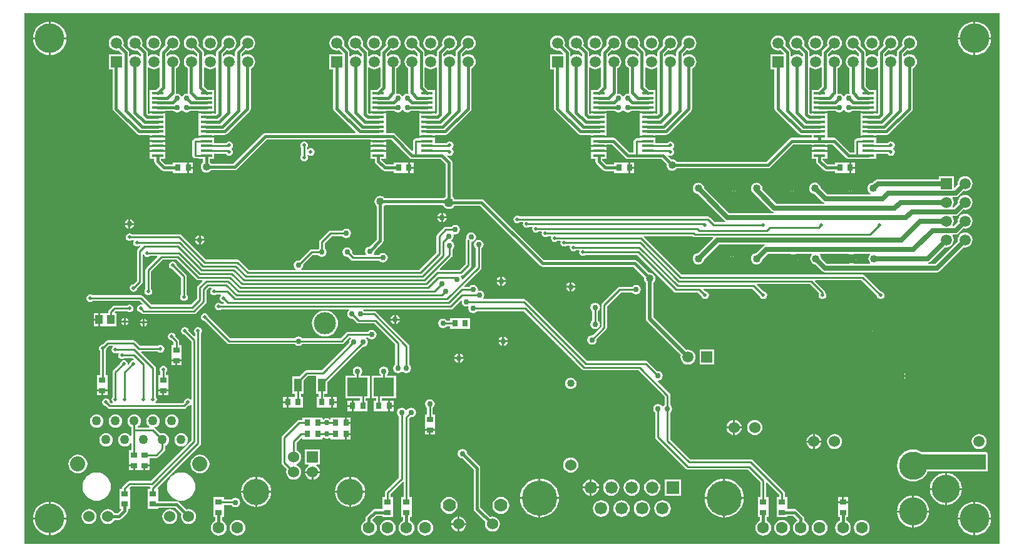
<source format=gbl>
%FSAX43Y43*%
%MOMM*%
G71*
G01*
G75*
G04 Layer_Physical_Order=2*
G04 Layer_Color=16711680*
%ADD10R,0.800X0.900*%
%ADD11R,0.900X0.800*%
%ADD12R,0.300X1.200*%
%ADD13R,1.200X0.300*%
%ADD14O,0.300X1.800*%
%ADD15O,1.800X0.300*%
%ADD16R,0.508X1.500*%
%ADD17R,2.200X2.200*%
%ADD18R,2.300X2.300*%
%ADD19R,1.200X1.400*%
%ADD20R,3.048X3.683*%
%ADD21R,2.540X1.016*%
%ADD22O,0.600X2.200*%
%ADD23R,2.032X0.635*%
%ADD24R,0.350X0.800*%
%ADD25R,2.300X2.300*%
%ADD26R,2.200X0.450*%
%ADD27R,2.400X3.100*%
%ADD28R,1.300X1.000*%
%ADD29C,0.254*%
%ADD30C,0.381*%
%ADD31C,0.635*%
%ADD32C,0.508*%
%ADD33C,0.330*%
%ADD34C,0.762*%
%ADD35R,9.779X2.159*%
%ADD36R,3.048X6.858*%
%ADD37R,0.762X0.635*%
%ADD38R,1.778X2.794*%
%ADD39R,1.397X1.778*%
%ADD40R,1.016X2.286*%
%ADD41R,1.778X2.819*%
%ADD42R,32.258X2.032*%
%ADD43R,0.889X2.286*%
%ADD44R,2.540X8.636*%
%ADD45R,7.620X4.191*%
%ADD46R,3.048X10.414*%
%ADD47R,6.350X3.048*%
%ADD48R,2.286X7.112*%
%ADD49R,3.302X3.048*%
%ADD50R,7.366X1.016*%
%ADD51R,3.429X4.445*%
%ADD52R,4.191X2.032*%
%ADD53R,2.159X11.049*%
%ADD54R,3.556X3.556*%
%ADD55R,2.286X2.286*%
%ADD56R,2.413X2.286*%
%ADD57R,1.270X1.270*%
%ADD58R,2.159X2.159*%
%ADD59C,0.508*%
%ADD60C,0.762*%
%ADD61C,4.000*%
%ADD62R,1.500X1.500*%
%ADD63C,1.500*%
%ADD64C,1.524*%
%ADD65C,1.778*%
%ADD66C,1.270*%
%ADD67C,2.032*%
%ADD68R,1.524X1.524*%
%ADD69C,3.556*%
%ADD70C,1.600*%
%ADD71C,1.690*%
%ADD72R,1.690X1.690*%
%ADD73C,4.760*%
%ADD74C,3.810*%
%ADD75C,3.000*%
%ADD76R,1.500X1.500*%
%ADD77C,1.016*%
%ADD78R,1.600X0.400*%
%ADD79R,2.794X2.540*%
%ADD80R,1.000X1.800*%
%ADD81R,1.000X1.300*%
%ADD82R,9.525X2.159*%
%ADD83R,3.683X3.937*%
%ADD84R,2.286X2.540*%
%ADD85R,2.286X2.159*%
G36*
X0161410Y0042933D02*
X0029471D01*
Y0114801D01*
X0161410D01*
Y0042933D01*
D02*
G37*
%LPC*%
G36*
X0125603Y0059682D02*
Y0058801D01*
X0126484D01*
X0126466Y0058939D01*
X0126363Y0059186D01*
X0126201Y0059399D01*
X0125988Y0059561D01*
X0125741Y0059664D01*
X0125603Y0059682D01*
D02*
G37*
G36*
X0125349D02*
X0125211Y0059664D01*
X0124964Y0059561D01*
X0124751Y0059399D01*
X0124589Y0059186D01*
X0124486Y0058939D01*
X0124468Y0058801D01*
X0125349D01*
Y0059682D01*
D02*
G37*
G36*
X0073617Y0060013D02*
X0073090D01*
Y0059436D01*
X0073617D01*
Y0060013D01*
D02*
G37*
G36*
X0084328Y0062496D02*
X0084080Y0062447D01*
X0083870Y0062307D01*
X0083730Y0062097D01*
X0083681Y0061849D01*
X0083730Y0061601D01*
X0083870Y0061391D01*
X0083940Y0061345D01*
Y0060409D01*
X0083624D01*
Y0059101D01*
X0083624Y0059101D01*
X0083624Y0059009D01*
X0083624D01*
Y0058482D01*
X0085032D01*
Y0059009D01*
D01*
Y0059009D01*
X0085032Y0059009D01*
Y0059101D01*
X0085032D01*
Y0060409D01*
X0084716D01*
Y0061345D01*
X0084786Y0061391D01*
X0084926Y0061601D01*
X0084975Y0061849D01*
X0084926Y0062097D01*
X0084786Y0062307D01*
X0084576Y0062447D01*
X0084328Y0062496D01*
D02*
G37*
G36*
X0041783Y0060460D02*
X0041551Y0060429D01*
X0041335Y0060340D01*
X0041149Y0060197D01*
X0041006Y0060011D01*
X0040917Y0059795D01*
X0040886Y0059563D01*
X0040917Y0059331D01*
X0041006Y0059115D01*
X0041149Y0058929D01*
X0041335Y0058786D01*
X0041551Y0058697D01*
X0041783Y0058666D01*
X0042015Y0058697D01*
X0042231Y0058786D01*
X0042417Y0058929D01*
X0042560Y0059115D01*
X0042649Y0059331D01*
X0042680Y0059563D01*
X0042649Y0059795D01*
X0042560Y0060011D01*
X0042417Y0060197D01*
X0042231Y0060340D01*
X0042015Y0060429D01*
X0041783Y0060460D01*
D02*
G37*
G36*
X0039243D02*
X0039011Y0060429D01*
X0038795Y0060340D01*
X0038609Y0060197D01*
X0038466Y0060011D01*
X0038377Y0059795D01*
X0038346Y0059563D01*
X0038377Y0059331D01*
X0038466Y0059115D01*
X0038609Y0058929D01*
X0038795Y0058786D01*
X0039011Y0058697D01*
X0039243Y0058666D01*
X0039475Y0058697D01*
X0039691Y0058786D01*
X0039877Y0058929D01*
X0040020Y0059115D01*
X0040109Y0059331D01*
X0040140Y0059563D01*
X0040109Y0059795D01*
X0040020Y0060011D01*
X0039877Y0060197D01*
X0039691Y0060340D01*
X0039475Y0060429D01*
X0039243Y0060460D01*
D02*
G37*
G36*
X0046863D02*
X0046631Y0060429D01*
X0046415Y0060340D01*
X0046229Y0060197D01*
X0046086Y0060011D01*
X0045997Y0059795D01*
X0045966Y0059563D01*
X0045997Y0059331D01*
X0046086Y0059115D01*
X0046229Y0058929D01*
X0046395Y0058802D01*
X0046354Y0058681D01*
X0044832D01*
X0044791Y0058802D01*
X0044957Y0058929D01*
X0045100Y0059115D01*
X0045189Y0059331D01*
X0045220Y0059563D01*
X0045189Y0059795D01*
X0045100Y0060011D01*
X0044957Y0060197D01*
X0044771Y0060340D01*
X0044555Y0060429D01*
X0044323Y0060460D01*
X0044091Y0060429D01*
X0043875Y0060340D01*
X0043689Y0060197D01*
X0043546Y0060011D01*
X0043457Y0059795D01*
X0043426Y0059563D01*
X0043457Y0059331D01*
X0043546Y0059115D01*
X0043689Y0058929D01*
X0043875Y0058786D01*
X0043935Y0058762D01*
Y0057532D01*
X0043814Y0057491D01*
X0043687Y0057657D01*
X0043501Y0057800D01*
X0043285Y0057889D01*
X0043053Y0057920D01*
X0042821Y0057889D01*
X0042605Y0057800D01*
X0042419Y0057657D01*
X0042276Y0057471D01*
X0042187Y0057255D01*
X0042156Y0057023D01*
X0042187Y0056791D01*
X0042276Y0056575D01*
X0042419Y0056389D01*
X0042605Y0056246D01*
X0042821Y0056157D01*
X0043053Y0056126D01*
X0043285Y0056157D01*
X0043501Y0056246D01*
X0043687Y0056389D01*
X0043814Y0056555D01*
X0043935Y0056514D01*
Y0055583D01*
X0043619D01*
Y0054275D01*
X0043619Y0054275D01*
X0043619Y0054183D01*
X0043619D01*
Y0053656D01*
X0044323D01*
Y0053529D01*
X0044450D01*
Y0052875D01*
X0045593D01*
Y0053529D01*
X0045720D01*
Y0053656D01*
X0046424D01*
Y0054183D01*
D01*
Y0054183D01*
X0046424Y0054183D01*
Y0054275D01*
X0046424D01*
Y0054541D01*
X0047309D01*
X0047458Y0054570D01*
X0047584Y0054654D01*
X0047584Y0054654D01*
X0047584Y0054654D01*
X0048408Y0055478D01*
X0048492Y0055604D01*
X0048521Y0055753D01*
X0048521Y0055753D01*
X0048521Y0055753D01*
Y0055753D01*
Y0056222D01*
X0048581Y0056246D01*
X0048767Y0056389D01*
X0048910Y0056575D01*
X0048999Y0056791D01*
X0049030Y0057023D01*
X0048999Y0057255D01*
X0048910Y0057471D01*
X0048767Y0057657D01*
X0048581Y0057800D01*
X0048365Y0057889D01*
X0048133Y0057920D01*
X0047901Y0057889D01*
X0047841Y0057864D01*
X0047138Y0058568D01*
X0047114Y0058583D01*
X0047126Y0058710D01*
X0047311Y0058786D01*
X0047497Y0058929D01*
X0047640Y0059115D01*
X0047729Y0059331D01*
X0047760Y0059563D01*
X0047729Y0059795D01*
X0047640Y0060011D01*
X0047497Y0060197D01*
X0047311Y0060340D01*
X0047095Y0060429D01*
X0046863Y0060460D01*
D02*
G37*
G36*
X0049403D02*
X0049171Y0060429D01*
X0048955Y0060340D01*
X0048769Y0060197D01*
X0048626Y0060011D01*
X0048537Y0059795D01*
X0048506Y0059563D01*
X0048537Y0059331D01*
X0048626Y0059115D01*
X0048769Y0058929D01*
X0048955Y0058786D01*
X0049171Y0058697D01*
X0049403Y0058666D01*
X0049635Y0058697D01*
X0049851Y0058786D01*
X0050037Y0058929D01*
X0050180Y0059115D01*
X0050269Y0059331D01*
X0050300Y0059563D01*
X0050269Y0059795D01*
X0050180Y0060011D01*
X0050037Y0060197D01*
X0049851Y0060340D01*
X0049635Y0060429D01*
X0049403Y0060460D01*
D02*
G37*
G36*
X0073722Y0061468D02*
X0073195D01*
Y0060891D01*
X0073722D01*
Y0061468D01*
D02*
G37*
G36*
Y0062299D02*
X0073195D01*
Y0061722D01*
X0073722D01*
Y0062299D01*
D02*
G37*
G36*
X0071712Y0061976D02*
X0071185D01*
Y0061399D01*
X0071712D01*
Y0061976D01*
D02*
G37*
G36*
X0064959Y0062807D02*
X0064432D01*
Y0062230D01*
X0064959D01*
Y0062807D01*
D02*
G37*
G36*
X0079459Y0062299D02*
X0078932D01*
Y0061722D01*
X0079459D01*
Y0062299D01*
D02*
G37*
G36*
Y0061468D02*
X0078932D01*
Y0060891D01*
X0079459D01*
Y0061468D01*
D02*
G37*
G36*
X0078105Y0066941D02*
X0077857Y0066892D01*
X0077647Y0066752D01*
X0077507Y0066542D01*
X0077458Y0066294D01*
X0077507Y0066046D01*
X0077647Y0065836D01*
X0077717Y0065790D01*
Y0065659D01*
X0076454D01*
Y0062611D01*
X0077017D01*
Y0062299D01*
X0076751D01*
Y0060891D01*
X0078059D01*
Y0060891D01*
X0078059D01*
X0078059Y0060891D01*
X0078151D01*
Y0060891D01*
X0078678D01*
Y0061595D01*
Y0062299D01*
X0078151D01*
D01*
D01*
X0078151Y0062299D01*
X0078059D01*
Y0062299D01*
X0077793D01*
Y0062611D01*
X0079756D01*
Y0065659D01*
X0078493D01*
Y0065790D01*
X0078563Y0065836D01*
X0078703Y0066046D01*
X0078752Y0066294D01*
X0078703Y0066542D01*
X0078563Y0066752D01*
X0078353Y0066892D01*
X0078105Y0066941D01*
D02*
G37*
G36*
X0064959Y0061976D02*
X0064432D01*
Y0061399D01*
X0064959D01*
Y0061976D01*
D02*
G37*
G36*
X0081788Y0061353D02*
X0081540Y0061304D01*
X0081330Y0061164D01*
X0081216Y0060994D01*
X0081090D01*
X0080976Y0061164D01*
X0080766Y0061304D01*
X0080518Y0061353D01*
X0080270Y0061304D01*
X0080060Y0061164D01*
X0079920Y0060954D01*
X0079871Y0060706D01*
X0079920Y0060458D01*
X0080060Y0060248D01*
X0080130Y0060202D01*
Y0051915D01*
X0078338Y0050124D01*
X0078254Y0049998D01*
X0078225Y0049849D01*
Y0049233D01*
X0077909D01*
Y0047925D01*
X0077909Y0047925D01*
X0077909Y0047833D01*
X0077909D01*
Y0047632D01*
X0076897D01*
X0076897Y0047632D01*
X0076724Y0047598D01*
X0076577Y0047499D01*
X0076577Y0047499D01*
X0075753Y0046675D01*
X0075654Y0046528D01*
X0075620Y0046355D01*
Y0046038D01*
X0075541Y0046006D01*
X0075321Y0045837D01*
X0075152Y0045617D01*
X0075046Y0045360D01*
X0075010Y0045085D01*
X0075046Y0044810D01*
X0075152Y0044553D01*
X0075321Y0044333D01*
X0075541Y0044164D01*
X0075798Y0044058D01*
X0076073Y0044022D01*
X0076348Y0044058D01*
X0076605Y0044164D01*
X0076825Y0044333D01*
X0076994Y0044553D01*
X0077100Y0044810D01*
X0077136Y0045085D01*
X0077100Y0045360D01*
X0076994Y0045617D01*
X0076825Y0045837D01*
X0076605Y0046006D01*
X0076526Y0046038D01*
Y0046167D01*
X0077085Y0046726D01*
X0077909D01*
Y0046525D01*
X0079317D01*
Y0047833D01*
D01*
Y0047833D01*
X0079317Y0047833D01*
Y0047925D01*
X0079317D01*
Y0049233D01*
X0079001D01*
Y0049688D01*
X0080647Y0051334D01*
X0080765Y0051285D01*
Y0049233D01*
X0080449D01*
Y0047925D01*
X0080449Y0047925D01*
X0080449Y0047833D01*
X0080449D01*
Y0046525D01*
X0080700D01*
Y0046038D01*
X0080621Y0046006D01*
X0080401Y0045837D01*
X0080232Y0045617D01*
X0080126Y0045360D01*
X0080090Y0045085D01*
X0080126Y0044810D01*
X0080232Y0044553D01*
X0080401Y0044333D01*
X0080621Y0044164D01*
X0080878Y0044058D01*
X0081153Y0044022D01*
X0081428Y0044058D01*
X0081685Y0044164D01*
X0081905Y0044333D01*
X0082074Y0044553D01*
X0082180Y0044810D01*
X0082216Y0045085D01*
X0082180Y0045360D01*
X0082074Y0045617D01*
X0081905Y0045837D01*
X0081685Y0046006D01*
X0081606Y0046038D01*
Y0046525D01*
X0081857D01*
Y0047833D01*
D01*
Y0047833D01*
X0081857Y0047833D01*
Y0047925D01*
X0081857D01*
Y0049233D01*
X0081541D01*
Y0059910D01*
X0081706Y0060075D01*
X0081788Y0060059D01*
X0082036Y0060108D01*
X0082246Y0060248D01*
X0082386Y0060458D01*
X0082435Y0060706D01*
X0082386Y0060954D01*
X0082246Y0061164D01*
X0082036Y0061304D01*
X0081788Y0061353D01*
D02*
G37*
G36*
X0068499Y0060013D02*
X0068428Y0060013D01*
X0068407D01*
Y0060013D01*
X0068407D01*
X0068407D01*
X0067099D01*
Y0059697D01*
X0066675D01*
X0066526Y0059668D01*
X0066400Y0059584D01*
X0064368Y0057552D01*
X0064284Y0057426D01*
X0064255Y0057277D01*
Y0053911D01*
X0064255Y0053911D01*
X0064255D01*
X0064284Y0053763D01*
X0064368Y0053637D01*
X0064974Y0053031D01*
X0064923Y0052907D01*
X0064888Y0052641D01*
X0064923Y0052376D01*
X0065026Y0052129D01*
X0065188Y0051917D01*
X0065401Y0051754D01*
X0065648Y0051652D01*
X0065913Y0051617D01*
X0066178Y0051652D01*
X0066425Y0051754D01*
X0066638Y0051917D01*
X0066800Y0052129D01*
X0066903Y0052376D01*
X0066938Y0052641D01*
X0066903Y0052907D01*
X0066800Y0053154D01*
X0066638Y0053366D01*
X0066425Y0053529D01*
X0066268Y0053594D01*
Y0053721D01*
X0066425Y0053786D01*
X0066638Y0053949D01*
X0066800Y0054161D01*
X0066903Y0054408D01*
X0066938Y0054674D01*
X0066903Y0054939D01*
X0066800Y0055186D01*
X0066638Y0055398D01*
X0066425Y0055561D01*
X0066301Y0055612D01*
Y0056608D01*
X0066982Y0057288D01*
X0067099Y0057240D01*
Y0057081D01*
X0068407D01*
Y0057081D01*
X0068407D01*
X0068407Y0057081D01*
X0068499D01*
Y0057081D01*
X0069807D01*
Y0057255D01*
X0069919Y0057315D01*
X0070110Y0057187D01*
X0070358Y0057138D01*
X0070606Y0057187D01*
X0070797Y0057315D01*
X0070909Y0057255D01*
Y0057081D01*
X0072217D01*
Y0057081D01*
X0072217D01*
X0072217Y0057081D01*
X0072309D01*
Y0057081D01*
X0072836D01*
Y0057785D01*
X0072963D01*
Y0057912D01*
X0073617D01*
Y0058489D01*
D01*
Y0058489D01*
X0073617Y0058489D01*
Y0058605D01*
X0073617D01*
Y0059182D01*
X0072963D01*
Y0059309D01*
X0072836D01*
Y0060013D01*
X0072309D01*
D01*
D01*
X0072309Y0060013D01*
X0072217D01*
Y0060013D01*
X0070909D01*
Y0059839D01*
X0070797Y0059779D01*
X0070606Y0059907D01*
X0070358Y0059956D01*
X0070110Y0059907D01*
X0069919Y0059779D01*
X0069807Y0059839D01*
Y0060013D01*
X0068499D01*
Y0060013D01*
D02*
G37*
G36*
X0136144Y0056642D02*
X0135263D01*
X0135281Y0056504D01*
X0135384Y0056257D01*
X0135546Y0056044D01*
X0135759Y0055882D01*
X0136006Y0055779D01*
X0136144Y0055761D01*
Y0056642D01*
D02*
G37*
G36*
X0158623Y0057782D02*
X0158361Y0057747D01*
X0158117Y0057646D01*
X0157907Y0057485D01*
X0157746Y0057275D01*
X0157645Y0057031D01*
X0157610Y0056769D01*
X0157645Y0056507D01*
X0157746Y0056263D01*
X0157907Y0056053D01*
X0158117Y0055892D01*
X0158361Y0055791D01*
X0158623Y0055756D01*
X0158885Y0055791D01*
X0159129Y0055892D01*
X0159339Y0056053D01*
X0159500Y0056263D01*
X0159601Y0056507D01*
X0159636Y0056769D01*
X0159601Y0057031D01*
X0159500Y0057275D01*
X0159339Y0057485D01*
X0159129Y0057646D01*
X0158885Y0057747D01*
X0158623Y0057782D01*
D02*
G37*
G36*
X0040513Y0057920D02*
X0040281Y0057889D01*
X0040065Y0057800D01*
X0039879Y0057657D01*
X0039736Y0057471D01*
X0039647Y0057255D01*
X0039616Y0057023D01*
X0039647Y0056791D01*
X0039736Y0056575D01*
X0039879Y0056389D01*
X0040065Y0056246D01*
X0040281Y0056157D01*
X0040513Y0056126D01*
X0040745Y0056157D01*
X0040961Y0056246D01*
X0041147Y0056389D01*
X0041290Y0056575D01*
X0041379Y0056791D01*
X0041410Y0057023D01*
X0041379Y0057255D01*
X0041290Y0057471D01*
X0041147Y0057657D01*
X0040961Y0057800D01*
X0040745Y0057889D01*
X0040513Y0057920D01*
D02*
G37*
G36*
X0137279Y0056642D02*
X0136398D01*
Y0055761D01*
X0136536Y0055779D01*
X0136783Y0055882D01*
X0136996Y0056044D01*
X0137158Y0056257D01*
X0137261Y0056504D01*
X0137279Y0056642D01*
D02*
G37*
G36*
X0044196Y0053402D02*
X0043619D01*
Y0052875D01*
X0044196D01*
Y0053402D01*
D02*
G37*
G36*
X0069469Y0055689D02*
X0067437D01*
Y0053658D01*
X0067925D01*
X0067950Y0053533D01*
X0067941Y0053529D01*
X0067728Y0053366D01*
X0067566Y0053154D01*
X0067463Y0052907D01*
X0067445Y0052769D01*
X0069461D01*
X0069443Y0052907D01*
X0069340Y0053154D01*
X0069178Y0053366D01*
X0068965Y0053529D01*
X0068956Y0053533D01*
X0068981Y0053658D01*
X0069469D01*
Y0055689D01*
D02*
G37*
G36*
X0139065Y0057794D02*
X0138800Y0057759D01*
X0138553Y0057656D01*
X0138340Y0057494D01*
X0138178Y0057281D01*
X0138075Y0057034D01*
X0138040Y0056769D01*
X0138075Y0056504D01*
X0138178Y0056257D01*
X0138340Y0056044D01*
X0138553Y0055882D01*
X0138800Y0055779D01*
X0139065Y0055744D01*
X0139330Y0055779D01*
X0139577Y0055882D01*
X0139790Y0056044D01*
X0139952Y0056257D01*
X0140055Y0056504D01*
X0140090Y0056769D01*
X0140055Y0057034D01*
X0139952Y0057281D01*
X0139790Y0057494D01*
X0139577Y0057656D01*
X0139330Y0057759D01*
X0139065Y0057794D01*
D02*
G37*
G36*
X0046424Y0053402D02*
X0045847D01*
Y0052875D01*
X0046424D01*
Y0053402D01*
D02*
G37*
G36*
X0050673Y0057920D02*
X0050441Y0057889D01*
X0050225Y0057800D01*
X0050039Y0057657D01*
X0049896Y0057471D01*
X0049807Y0057255D01*
X0049776Y0057023D01*
X0049807Y0056791D01*
X0049896Y0056575D01*
X0050039Y0056389D01*
X0050225Y0056246D01*
X0050441Y0056157D01*
X0050673Y0056126D01*
X0050905Y0056157D01*
X0051121Y0056246D01*
X0051307Y0056389D01*
X0051450Y0056575D01*
X0051539Y0056791D01*
X0051570Y0057023D01*
X0051539Y0057255D01*
X0051450Y0057471D01*
X0051307Y0057657D01*
X0051121Y0057800D01*
X0050905Y0057889D01*
X0050673Y0057920D01*
D02*
G37*
G36*
X0126484Y0058547D02*
X0125603D01*
Y0057666D01*
X0125741Y0057684D01*
X0125988Y0057787D01*
X0126201Y0057949D01*
X0126363Y0058162D01*
X0126466Y0058409D01*
X0126484Y0058547D01*
D02*
G37*
G36*
X0125349D02*
X0124468D01*
X0124486Y0058409D01*
X0124589Y0058162D01*
X0124751Y0057949D01*
X0124964Y0057787D01*
X0125211Y0057684D01*
X0125349Y0057666D01*
Y0058547D01*
D02*
G37*
G36*
X0085032Y0058228D02*
X0084455D01*
Y0057701D01*
X0085032D01*
Y0058228D01*
D02*
G37*
G36*
X0084201D02*
X0083624D01*
Y0057701D01*
X0084201D01*
Y0058228D01*
D02*
G37*
G36*
X0136398Y0057777D02*
Y0056896D01*
X0137279D01*
X0137261Y0057034D01*
X0137158Y0057281D01*
X0136996Y0057494D01*
X0136783Y0057656D01*
X0136536Y0057759D01*
X0136398Y0057777D01*
D02*
G37*
G36*
X0136144D02*
X0136006Y0057759D01*
X0135759Y0057656D01*
X0135546Y0057494D01*
X0135384Y0057281D01*
X0135281Y0057034D01*
X0135263Y0056896D01*
X0136144D01*
Y0057777D01*
D02*
G37*
G36*
X0128270Y0059699D02*
X0128005Y0059664D01*
X0127758Y0059561D01*
X0127545Y0059399D01*
X0127383Y0059186D01*
X0127280Y0058939D01*
X0127245Y0058674D01*
X0127280Y0058409D01*
X0127383Y0058162D01*
X0127545Y0057949D01*
X0127758Y0057787D01*
X0128005Y0057684D01*
X0128270Y0057649D01*
X0128535Y0057684D01*
X0128782Y0057787D01*
X0128995Y0057949D01*
X0129157Y0058162D01*
X0129260Y0058409D01*
X0129295Y0058674D01*
X0129260Y0058939D01*
X0129157Y0059186D01*
X0128995Y0059399D01*
X0128782Y0059561D01*
X0128535Y0059664D01*
X0128270Y0059699D01*
D02*
G37*
G36*
X0073617Y0057658D02*
X0073090D01*
Y0057081D01*
X0073617D01*
Y0057658D01*
D02*
G37*
G36*
X0071712Y0062807D02*
X0071185D01*
Y0062230D01*
X0071712D01*
Y0062807D01*
D02*
G37*
G36*
X0143891Y0070612D02*
X0143010D01*
X0143028Y0070474D01*
X0143131Y0070227D01*
X0143293Y0070014D01*
X0143506Y0069852D01*
X0143753Y0069749D01*
X0143891Y0069731D01*
Y0070612D01*
D02*
G37*
G36*
X0049403Y0071511D02*
X0049205Y0071472D01*
X0049037Y0071359D01*
X0048924Y0071191D01*
X0048885Y0070993D01*
X0048924Y0070795D01*
X0049037Y0070627D01*
X0049205Y0070514D01*
X0049364Y0070483D01*
X0049650Y0070197D01*
Y0069807D01*
X0049334D01*
Y0068499D01*
X0049334Y0068499D01*
X0049334Y0068407D01*
X0049334D01*
Y0067880D01*
X0050742D01*
Y0068407D01*
D01*
Y0068407D01*
X0050742Y0068407D01*
Y0068499D01*
X0050742D01*
Y0069807D01*
X0050426D01*
Y0070358D01*
X0050397Y0070507D01*
X0050313Y0070633D01*
X0049913Y0071032D01*
X0049882Y0071191D01*
X0049769Y0071359D01*
X0049601Y0071472D01*
X0049403Y0071511D01*
D02*
G37*
G36*
X0094107Y0070231D02*
X0093612D01*
X0093636Y0070110D01*
X0093776Y0069900D01*
X0093986Y0069760D01*
X0094107Y0069736D01*
Y0070231D01*
D02*
G37*
G36*
X0145026Y0070612D02*
X0144145D01*
Y0069731D01*
X0144283Y0069749D01*
X0144530Y0069852D01*
X0144743Y0070014D01*
X0144905Y0070227D01*
X0145008Y0070474D01*
X0145026Y0070612D01*
D02*
G37*
G36*
X0088392Y0068694D02*
Y0068199D01*
X0088887D01*
X0088863Y0068320D01*
X0088723Y0068530D01*
X0088513Y0068670D01*
X0088392Y0068694D01*
D02*
G37*
G36*
X0088138D02*
X0088017Y0068670D01*
X0087807Y0068530D01*
X0087667Y0068320D01*
X0087643Y0068199D01*
X0088138D01*
Y0068694D01*
D02*
G37*
G36*
X0135255Y0069207D02*
Y0068326D01*
X0136136D01*
X0136118Y0068464D01*
X0136015Y0068711D01*
X0135853Y0068924D01*
X0135640Y0069086D01*
X0135393Y0069189D01*
X0135255Y0069207D01*
D02*
G37*
G36*
X0135001D02*
X0134863Y0069189D01*
X0134616Y0069086D01*
X0134403Y0068924D01*
X0134241Y0068711D01*
X0134138Y0068464D01*
X0134120Y0068326D01*
X0135001D01*
Y0069207D01*
D02*
G37*
G36*
X0094856Y0070231D02*
X0094361D01*
Y0069736D01*
X0094482Y0069760D01*
X0094692Y0069900D01*
X0094832Y0070110D01*
X0094856Y0070231D01*
D02*
G37*
G36*
X0070124Y0074533D02*
X0069780Y0074500D01*
X0069450Y0074399D01*
X0069145Y0074236D01*
X0068878Y0074017D01*
X0068659Y0073750D01*
X0068496Y0073445D01*
X0068395Y0073115D01*
X0068362Y0072771D01*
X0068395Y0072427D01*
X0068496Y0072097D01*
X0068659Y0071792D01*
X0068878Y0071525D01*
X0069145Y0071306D01*
X0069450Y0071143D01*
X0069780Y0071042D01*
X0070124Y0071009D01*
X0070468Y0071042D01*
X0070798Y0071143D01*
X0071103Y0071306D01*
X0071370Y0071525D01*
X0071589Y0071792D01*
X0071752Y0072097D01*
X0071853Y0072427D01*
X0071886Y0072771D01*
X0071853Y0073115D01*
X0071752Y0073445D01*
X0071589Y0073750D01*
X0071370Y0074017D01*
X0071103Y0074236D01*
X0070798Y0074399D01*
X0070468Y0074500D01*
X0070124Y0074533D01*
D02*
G37*
G36*
X0144145Y0071747D02*
Y0070866D01*
X0145026D01*
X0145008Y0071004D01*
X0144905Y0071251D01*
X0144743Y0071464D01*
X0144530Y0071626D01*
X0144283Y0071729D01*
X0144145Y0071747D01*
D02*
G37*
G36*
X0064374Y0072644D02*
X0062751D01*
Y0071021D01*
X0062968Y0071042D01*
X0063298Y0071143D01*
X0063603Y0071306D01*
X0063870Y0071525D01*
X0064089Y0071792D01*
X0064252Y0072097D01*
X0064353Y0072427D01*
X0064374Y0072644D01*
D02*
G37*
G36*
X0062497D02*
X0060874D01*
X0060895Y0072427D01*
X0060996Y0072097D01*
X0061159Y0071792D01*
X0061378Y0071525D01*
X0061645Y0071306D01*
X0061950Y0071143D01*
X0062280Y0071042D01*
X0062497Y0071021D01*
Y0072644D01*
D02*
G37*
G36*
X0094361Y0070980D02*
Y0070485D01*
X0094856D01*
X0094832Y0070606D01*
X0094692Y0070816D01*
X0094482Y0070956D01*
X0094361Y0070980D01*
D02*
G37*
G36*
X0094107D02*
X0093986Y0070956D01*
X0093776Y0070816D01*
X0093636Y0070606D01*
X0093612Y0070485D01*
X0094107D01*
Y0070980D01*
D02*
G37*
G36*
X0143891Y0071747D02*
X0143753Y0071729D01*
X0143506Y0071626D01*
X0143293Y0071464D01*
X0143131Y0071251D01*
X0143028Y0071004D01*
X0143010Y0070866D01*
X0143891D01*
Y0071747D01*
D02*
G37*
G36*
X0053848Y0074178D02*
X0053650Y0074139D01*
X0053482Y0074026D01*
X0053369Y0073858D01*
X0053330Y0073660D01*
X0053369Y0073462D01*
X0053482Y0073294D01*
X0053650Y0073181D01*
X0053809Y0073150D01*
X0056875Y0070083D01*
X0056875D01*
X0056875Y0070083D01*
X0056875Y0070083D01*
Y0070083D01*
X0057001Y0069999D01*
X0057150Y0069970D01*
X0066044D01*
X0066090Y0069900D01*
X0066300Y0069760D01*
X0066548Y0069711D01*
X0066796Y0069760D01*
X0067006Y0069900D01*
X0067052Y0069970D01*
X0072390D01*
X0072539Y0069999D01*
X0072665Y0070083D01*
X0073441Y0070859D01*
X0073619D01*
X0073656Y0070738D01*
X0073583Y0070689D01*
X0073443Y0070479D01*
X0073394Y0070231D01*
X0073405Y0070173D01*
X0069661Y0066428D01*
X0067663D01*
X0067514Y0066399D01*
X0067388Y0066315D01*
X0066637Y0065563D01*
X0065718D01*
Y0063255D01*
X0066084D01*
Y0062807D01*
X0065832D01*
D01*
D01*
X0065832Y0062807D01*
X0065740D01*
Y0062807D01*
X0065213D01*
Y0062103D01*
Y0061399D01*
X0065740D01*
Y0061399D01*
X0065740D01*
X0065740Y0061399D01*
X0065832D01*
Y0061399D01*
X0067140D01*
Y0062807D01*
X0066860D01*
Y0063255D01*
X0067226D01*
Y0065054D01*
X0067824Y0065652D01*
X0068918D01*
Y0065563D01*
X0068918D01*
Y0063255D01*
X0069284D01*
Y0062807D01*
X0069004D01*
Y0061399D01*
X0070312D01*
Y0061399D01*
X0070312D01*
X0070312Y0061399D01*
X0070404D01*
Y0061399D01*
X0070931D01*
Y0062103D01*
Y0062807D01*
X0070404D01*
D01*
D01*
X0070404Y0062807D01*
X0070312D01*
Y0062807D01*
X0070060D01*
Y0063255D01*
X0070426D01*
Y0064797D01*
X0075229Y0069600D01*
X0075311Y0069584D01*
X0075559Y0069633D01*
X0075769Y0069773D01*
X0075909Y0069983D01*
X0075958Y0070231D01*
X0075909Y0070479D01*
X0075769Y0070689D01*
X0075696Y0070738D01*
X0075733Y0070859D01*
X0075950D01*
X0075996Y0070790D01*
X0076206Y0070650D01*
X0076454Y0070600D01*
X0076702Y0070650D01*
X0076912Y0070790D01*
X0077052Y0071000D01*
X0077101Y0071248D01*
X0077052Y0071495D01*
X0076912Y0071705D01*
X0076702Y0071846D01*
X0076454Y0071895D01*
X0076206Y0071846D01*
X0075996Y0071705D01*
X0075950Y0071636D01*
X0073280D01*
X0073131Y0071607D01*
X0073005Y0071522D01*
X0072229Y0070746D01*
X0067052D01*
X0067006Y0070816D01*
X0066796Y0070956D01*
X0066548Y0071005D01*
X0066300Y0070956D01*
X0066090Y0070816D01*
X0066044Y0070746D01*
X0057311D01*
X0054358Y0073699D01*
X0054327Y0073858D01*
X0054214Y0074026D01*
X0054046Y0074139D01*
X0053848Y0074178D01*
D02*
G37*
G36*
X0088887Y0067945D02*
X0088392D01*
Y0067450D01*
X0088513Y0067474D01*
X0088723Y0067614D01*
X0088863Y0067824D01*
X0088887Y0067945D01*
D02*
G37*
G36*
X0103378Y0065412D02*
X0103179Y0065385D01*
X0102994Y0065309D01*
X0102835Y0065186D01*
X0102712Y0065027D01*
X0102636Y0064842D01*
X0102609Y0064643D01*
X0102636Y0064444D01*
X0102712Y0064259D01*
X0102835Y0064100D01*
X0102994Y0063977D01*
X0103179Y0063901D01*
X0103378Y0063874D01*
X0103577Y0063901D01*
X0103762Y0063977D01*
X0103921Y0064100D01*
X0104044Y0064259D01*
X0104120Y0064444D01*
X0104147Y0064643D01*
X0104120Y0064842D01*
X0104044Y0065027D01*
X0103921Y0065186D01*
X0103762Y0065309D01*
X0103577Y0065385D01*
X0103378Y0065412D01*
D02*
G37*
G36*
X0048964Y0063562D02*
X0048387D01*
Y0063035D01*
X0048964D01*
Y0063562D01*
D02*
G37*
G36*
X0147320Y0065532D02*
X0146311D01*
X0146333Y0065361D01*
X0146449Y0065083D01*
X0146632Y0064844D01*
X0146871Y0064661D01*
X0147149Y0064545D01*
X0147320Y0064523D01*
Y0065532D01*
D02*
G37*
G36*
X0048260Y0067066D02*
X0048062Y0067027D01*
X0047894Y0066914D01*
X0047781Y0066746D01*
X0047742Y0066548D01*
X0047781Y0066350D01*
X0047872Y0066215D01*
Y0065743D01*
X0047556D01*
Y0064435D01*
X0047556Y0064435D01*
X0047556Y0064343D01*
X0047556D01*
Y0063816D01*
X0048964D01*
Y0064343D01*
D01*
Y0064343D01*
X0048964Y0064343D01*
Y0064435D01*
X0048964D01*
Y0065743D01*
X0048648D01*
Y0066215D01*
X0048739Y0066350D01*
X0048778Y0066548D01*
X0048739Y0066746D01*
X0048626Y0066914D01*
X0048458Y0067027D01*
X0048260Y0067066D01*
D02*
G37*
G36*
X0039878Y0063562D02*
X0039301D01*
Y0063035D01*
X0039878D01*
Y0063562D01*
D02*
G37*
G36*
X0074549Y0066941D02*
X0074301Y0066892D01*
X0074091Y0066752D01*
X0073951Y0066542D01*
X0073902Y0066294D01*
X0073951Y0066046D01*
X0074091Y0065836D01*
X0074161Y0065790D01*
Y0065659D01*
X0072898D01*
Y0062611D01*
X0074861D01*
Y0062299D01*
X0074595D01*
D01*
D01*
X0074595Y0062299D01*
X0074503D01*
Y0062299D01*
X0073976D01*
Y0061595D01*
Y0060891D01*
X0074503D01*
Y0060891D01*
X0074503D01*
X0074503Y0060891D01*
X0074595D01*
Y0060891D01*
X0075903D01*
Y0062299D01*
X0075637D01*
Y0062611D01*
X0076200D01*
Y0065659D01*
X0074937D01*
Y0065790D01*
X0075007Y0065836D01*
X0075147Y0066046D01*
X0075196Y0066294D01*
X0075147Y0066542D01*
X0075007Y0066752D01*
X0074797Y0066892D01*
X0074549Y0066941D01*
D02*
G37*
G36*
X0048133Y0063562D02*
X0047556D01*
Y0063035D01*
X0048133D01*
Y0063562D01*
D02*
G37*
G36*
X0040709D02*
X0040132D01*
Y0063035D01*
X0040709D01*
Y0063562D01*
D02*
G37*
G36*
X0148583Y0065532D02*
X0147574D01*
Y0064523D01*
X0147745Y0064545D01*
X0148023Y0064661D01*
X0148262Y0064844D01*
X0148445Y0065083D01*
X0148561Y0065361D01*
X0148583Y0065532D01*
D02*
G37*
G36*
X0136136Y0068072D02*
X0135255D01*
Y0067191D01*
X0135393Y0067209D01*
X0135640Y0067312D01*
X0135853Y0067474D01*
X0136015Y0067687D01*
X0136118Y0067934D01*
X0136136Y0068072D01*
D02*
G37*
G36*
X0135001D02*
X0134120D01*
X0134138Y0067934D01*
X0134241Y0067687D01*
X0134403Y0067474D01*
X0134616Y0067312D01*
X0134863Y0067209D01*
X0135001Y0067191D01*
Y0068072D01*
D02*
G37*
G36*
X0088138Y0067945D02*
X0087643D01*
X0087667Y0067824D01*
X0087807Y0067614D01*
X0088017Y0067474D01*
X0088138Y0067450D01*
Y0067945D01*
D02*
G37*
G36*
X0122797Y0069203D02*
X0120789D01*
Y0067195D01*
X0122797D01*
Y0069203D01*
D02*
G37*
G36*
X0147574Y0066795D02*
Y0065786D01*
X0148583D01*
X0148561Y0065957D01*
X0148445Y0066235D01*
X0148262Y0066474D01*
X0148023Y0066657D01*
X0147745Y0066773D01*
X0147574Y0066795D01*
D02*
G37*
G36*
X0147320D02*
X0147149Y0066773D01*
X0146871Y0066657D01*
X0146632Y0066474D01*
X0146449Y0066235D01*
X0146333Y0065957D01*
X0146311Y0065786D01*
X0147320D01*
Y0066795D01*
D02*
G37*
G36*
X0050742Y0067626D02*
X0050165D01*
Y0067099D01*
X0050742D01*
Y0067626D01*
D02*
G37*
G36*
X0049911D02*
X0049334D01*
Y0067099D01*
X0049911D01*
Y0067626D01*
D02*
G37*
G36*
X0099011Y0048997D02*
X0096506D01*
X0096528Y0048711D01*
X0096625Y0048308D01*
X0096784Y0047924D01*
X0097000Y0047571D01*
X0097270Y0047256D01*
X0097585Y0046986D01*
X0097938Y0046770D01*
X0098322Y0046611D01*
X0098725Y0046514D01*
X0099011Y0046492D01*
Y0048997D01*
D02*
G37*
G36*
X0158115Y0048607D02*
Y0046482D01*
X0160240D01*
X0160209Y0046797D01*
X0160081Y0047222D01*
X0159871Y0047613D01*
X0159590Y0047957D01*
X0159246Y0048238D01*
X0158855Y0048447D01*
X0158430Y0048576D01*
X0158115Y0048607D01*
D02*
G37*
G36*
X0124001Y0048997D02*
X0121496D01*
X0121518Y0048711D01*
X0121615Y0048308D01*
X0121774Y0047924D01*
X0121990Y0047571D01*
X0122260Y0047256D01*
X0122575Y0046986D01*
X0122928Y0046770D01*
X0123312Y0046611D01*
X0123715Y0046514D01*
X0124001Y0046492D01*
Y0048997D01*
D02*
G37*
G36*
X0101770D02*
X0099265D01*
Y0046492D01*
X0099551Y0046514D01*
X0099954Y0046611D01*
X0100338Y0046770D01*
X0100691Y0046986D01*
X0101006Y0047256D01*
X0101276Y0047571D01*
X0101492Y0047924D01*
X0101651Y0048308D01*
X0101748Y0048711D01*
X0101770Y0048997D01*
D02*
G37*
G36*
X0032766Y0048607D02*
X0032451Y0048576D01*
X0032026Y0048447D01*
X0031635Y0048238D01*
X0031291Y0047957D01*
X0031010Y0047613D01*
X0030801Y0047222D01*
X0030672Y0046797D01*
X0030641Y0046482D01*
X0032766D01*
Y0048607D01*
D02*
G37*
G36*
X0088328Y0046601D02*
Y0045720D01*
X0089210D01*
X0089191Y0045858D01*
X0089089Y0046105D01*
X0088926Y0046318D01*
X0088714Y0046480D01*
X0088467Y0046583D01*
X0088328Y0046601D01*
D02*
G37*
G36*
X0157861Y0048607D02*
X0157546Y0048576D01*
X0157121Y0048447D01*
X0156730Y0048238D01*
X0156386Y0047957D01*
X0156105Y0047613D01*
X0155895Y0047222D01*
X0155767Y0046797D01*
X0155736Y0046482D01*
X0157861D01*
Y0048607D01*
D02*
G37*
G36*
X0033020D02*
Y0046482D01*
X0035145D01*
X0035114Y0046797D01*
X0034986Y0047222D01*
X0034776Y0047613D01*
X0034495Y0047957D01*
X0034151Y0048238D01*
X0033760Y0048447D01*
X0033335Y0048576D01*
X0033020Y0048607D01*
D02*
G37*
G36*
X0126760Y0048997D02*
X0124255D01*
Y0046492D01*
X0124541Y0046514D01*
X0124944Y0046611D01*
X0125328Y0046770D01*
X0125681Y0046986D01*
X0125996Y0047256D01*
X0126266Y0047571D01*
X0126482Y0047924D01*
X0126641Y0048308D01*
X0126738Y0048711D01*
X0126760Y0048997D01*
D02*
G37*
G36*
X0093916Y0049286D02*
X0093618Y0049247D01*
X0093340Y0049131D01*
X0093101Y0048948D01*
X0092918Y0048709D01*
X0092803Y0048431D01*
X0092764Y0048133D01*
X0092803Y0047835D01*
X0092918Y0047557D01*
X0093101Y0047318D01*
X0093340Y0047135D01*
X0093618Y0047019D01*
X0093916Y0046980D01*
X0094215Y0047019D01*
X0094493Y0047135D01*
X0094732Y0047318D01*
X0094915Y0047557D01*
X0095030Y0047835D01*
X0095069Y0048133D01*
X0095030Y0048431D01*
X0094915Y0048709D01*
X0094732Y0048948D01*
X0094493Y0049131D01*
X0094215Y0049247D01*
X0093916Y0049286D01*
D02*
G37*
G36*
X0086932D02*
X0086633Y0049247D01*
X0086355Y0049131D01*
X0086116Y0048948D01*
X0085933Y0048709D01*
X0085818Y0048431D01*
X0085779Y0048133D01*
X0085818Y0047835D01*
X0085933Y0047557D01*
X0086116Y0047318D01*
X0086355Y0047135D01*
X0086633Y0047019D01*
X0086932Y0046980D01*
X0087230Y0047019D01*
X0087508Y0047135D01*
X0087747Y0047318D01*
X0087930Y0047557D01*
X0088045Y0047835D01*
X0088084Y0048133D01*
X0088045Y0048431D01*
X0087930Y0048709D01*
X0087747Y0048948D01*
X0087508Y0049131D01*
X0087230Y0049247D01*
X0086932Y0049286D01*
D02*
G37*
G36*
X0149796Y0049464D02*
Y0047435D01*
X0151826D01*
X0151797Y0047731D01*
X0151674Y0048138D01*
X0151473Y0048513D01*
X0151204Y0048842D01*
X0150875Y0049111D01*
X0150500Y0049312D01*
X0150093Y0049435D01*
X0149796Y0049464D01*
D02*
G37*
G36*
X0149542D02*
X0149246Y0049435D01*
X0148839Y0049312D01*
X0148464Y0049111D01*
X0148135Y0048842D01*
X0147866Y0048513D01*
X0147665Y0048138D01*
X0147542Y0047731D01*
X0147513Y0047435D01*
X0149542D01*
Y0049464D01*
D02*
G37*
G36*
X0110248Y0048812D02*
X0109961Y0048775D01*
X0109694Y0048664D01*
X0109464Y0048488D01*
X0109288Y0048258D01*
X0109177Y0047991D01*
X0109140Y0047704D01*
X0109177Y0047417D01*
X0109288Y0047150D01*
X0109464Y0046920D01*
X0109694Y0046744D01*
X0109961Y0046633D01*
X0110248Y0046596D01*
X0110535Y0046633D01*
X0110802Y0046744D01*
X0111032Y0046920D01*
X0111208Y0047150D01*
X0111319Y0047417D01*
X0111356Y0047704D01*
X0111319Y0047991D01*
X0111208Y0048258D01*
X0111032Y0048488D01*
X0110802Y0048664D01*
X0110535Y0048775D01*
X0110248Y0048812D01*
D02*
G37*
G36*
X0107478D02*
X0107191Y0048775D01*
X0106924Y0048664D01*
X0106694Y0048488D01*
X0106518Y0048258D01*
X0106407Y0047991D01*
X0106370Y0047704D01*
X0106407Y0047417D01*
X0106518Y0047150D01*
X0106694Y0046920D01*
X0106924Y0046744D01*
X0107191Y0046633D01*
X0107478Y0046596D01*
X0107765Y0046633D01*
X0108032Y0046744D01*
X0108262Y0046920D01*
X0108438Y0047150D01*
X0108549Y0047417D01*
X0108586Y0047704D01*
X0108549Y0047991D01*
X0108438Y0048258D01*
X0108262Y0048488D01*
X0108032Y0048664D01*
X0107765Y0048775D01*
X0107478Y0048812D01*
D02*
G37*
G36*
X0115788D02*
X0115501Y0048775D01*
X0115234Y0048664D01*
X0115004Y0048488D01*
X0114828Y0048258D01*
X0114717Y0047991D01*
X0114680Y0047704D01*
X0114717Y0047417D01*
X0114828Y0047150D01*
X0115004Y0046920D01*
X0115234Y0046744D01*
X0115501Y0046633D01*
X0115788Y0046596D01*
X0116075Y0046633D01*
X0116342Y0046744D01*
X0116572Y0046920D01*
X0116748Y0047150D01*
X0116859Y0047417D01*
X0116896Y0047704D01*
X0116859Y0047991D01*
X0116748Y0048258D01*
X0116572Y0048488D01*
X0116342Y0048664D01*
X0116075Y0048775D01*
X0115788Y0048812D01*
D02*
G37*
G36*
X0113018D02*
X0112731Y0048775D01*
X0112464Y0048664D01*
X0112234Y0048488D01*
X0112058Y0048258D01*
X0111947Y0047991D01*
X0111910Y0047704D01*
X0111947Y0047417D01*
X0112058Y0047150D01*
X0112234Y0046920D01*
X0112464Y0046744D01*
X0112731Y0046633D01*
X0113018Y0046596D01*
X0113305Y0046633D01*
X0113572Y0046744D01*
X0113802Y0046920D01*
X0113978Y0047150D01*
X0114089Y0047417D01*
X0114126Y0047704D01*
X0114089Y0047991D01*
X0113978Y0048258D01*
X0113802Y0048488D01*
X0113572Y0048664D01*
X0113305Y0048775D01*
X0113018Y0048812D01*
D02*
G37*
G36*
X0088075Y0046601D02*
X0087936Y0046583D01*
X0087689Y0046480D01*
X0087477Y0046318D01*
X0087314Y0046105D01*
X0087212Y0045858D01*
X0087193Y0045720D01*
X0088075D01*
Y0046601D01*
D02*
G37*
G36*
X0142748Y0046148D02*
X0142473Y0046112D01*
X0142216Y0046006D01*
X0141996Y0045837D01*
X0141827Y0045617D01*
X0141721Y0045360D01*
X0141685Y0045085D01*
X0141721Y0044810D01*
X0141827Y0044553D01*
X0141996Y0044333D01*
X0142216Y0044164D01*
X0142473Y0044058D01*
X0142748Y0044022D01*
X0143023Y0044058D01*
X0143280Y0044164D01*
X0143500Y0044333D01*
X0143669Y0044553D01*
X0143775Y0044810D01*
X0143811Y0045085D01*
X0143775Y0045360D01*
X0143669Y0045617D01*
X0143500Y0045837D01*
X0143280Y0046006D01*
X0143023Y0046112D01*
X0142748Y0046148D01*
D02*
G37*
G36*
X0137033D02*
X0136758Y0046112D01*
X0136501Y0046006D01*
X0136281Y0045837D01*
X0136112Y0045617D01*
X0136006Y0045360D01*
X0135970Y0045085D01*
X0136006Y0044810D01*
X0136112Y0044553D01*
X0136281Y0044333D01*
X0136501Y0044164D01*
X0136758Y0044058D01*
X0137033Y0044022D01*
X0137308Y0044058D01*
X0137565Y0044164D01*
X0137785Y0044333D01*
X0137954Y0044553D01*
X0138060Y0044810D01*
X0138096Y0045085D01*
X0138060Y0045360D01*
X0137954Y0045617D01*
X0137785Y0045837D01*
X0137565Y0046006D01*
X0137308Y0046112D01*
X0137033Y0046148D01*
D02*
G37*
G36*
X0035145Y0046228D02*
X0033020D01*
Y0044103D01*
X0033335Y0044134D01*
X0033760Y0044263D01*
X0034151Y0044472D01*
X0034495Y0044753D01*
X0034776Y0045097D01*
X0034986Y0045488D01*
X0035114Y0045913D01*
X0035145Y0046228D01*
D02*
G37*
G36*
X0032766D02*
X0030641D01*
X0030672Y0045913D01*
X0030801Y0045488D01*
X0031010Y0045097D01*
X0031291Y0044753D01*
X0031635Y0044472D01*
X0032026Y0044263D01*
X0032451Y0044134D01*
X0032766Y0044103D01*
Y0046228D01*
D02*
G37*
G36*
X0078613Y0046148D02*
X0078338Y0046112D01*
X0078081Y0046006D01*
X0077861Y0045837D01*
X0077692Y0045617D01*
X0077586Y0045360D01*
X0077550Y0045085D01*
X0077586Y0044810D01*
X0077692Y0044553D01*
X0077861Y0044333D01*
X0078081Y0044164D01*
X0078338Y0044058D01*
X0078613Y0044022D01*
X0078888Y0044058D01*
X0079145Y0044164D01*
X0079365Y0044333D01*
X0079534Y0044553D01*
X0079640Y0044810D01*
X0079676Y0045085D01*
X0079640Y0045360D01*
X0079534Y0045617D01*
X0079365Y0045837D01*
X0079145Y0046006D01*
X0078888Y0046112D01*
X0078613Y0046148D01*
D02*
G37*
G36*
X0058293D02*
X0058018Y0046112D01*
X0057761Y0046006D01*
X0057541Y0045837D01*
X0057372Y0045617D01*
X0057266Y0045360D01*
X0057230Y0045085D01*
X0057266Y0044810D01*
X0057372Y0044553D01*
X0057541Y0044333D01*
X0057761Y0044164D01*
X0058018Y0044058D01*
X0058293Y0044022D01*
X0058568Y0044058D01*
X0058825Y0044164D01*
X0059045Y0044333D01*
X0059214Y0044553D01*
X0059320Y0044810D01*
X0059356Y0045085D01*
X0059320Y0045360D01*
X0059214Y0045617D01*
X0059045Y0045837D01*
X0058825Y0046006D01*
X0058568Y0046112D01*
X0058293Y0046148D01*
D02*
G37*
G36*
X0131953D02*
X0131678Y0046112D01*
X0131421Y0046006D01*
X0131201Y0045837D01*
X0131032Y0045617D01*
X0130926Y0045360D01*
X0130890Y0045085D01*
X0130926Y0044810D01*
X0131032Y0044553D01*
X0131201Y0044333D01*
X0131421Y0044164D01*
X0131678Y0044058D01*
X0131953Y0044022D01*
X0132228Y0044058D01*
X0132485Y0044164D01*
X0132705Y0044333D01*
X0132874Y0044553D01*
X0132980Y0044810D01*
X0133016Y0045085D01*
X0132980Y0045360D01*
X0132874Y0045617D01*
X0132705Y0045837D01*
X0132485Y0046006D01*
X0132228Y0046112D01*
X0131953Y0046148D01*
D02*
G37*
G36*
X0083693D02*
X0083418Y0046112D01*
X0083161Y0046006D01*
X0082941Y0045837D01*
X0082772Y0045617D01*
X0082666Y0045360D01*
X0082630Y0045085D01*
X0082666Y0044810D01*
X0082772Y0044553D01*
X0082941Y0044333D01*
X0083161Y0044164D01*
X0083418Y0044058D01*
X0083693Y0044022D01*
X0083968Y0044058D01*
X0084225Y0044164D01*
X0084445Y0044333D01*
X0084614Y0044553D01*
X0084720Y0044810D01*
X0084756Y0045085D01*
X0084720Y0045360D01*
X0084614Y0045617D01*
X0084445Y0045837D01*
X0084225Y0046006D01*
X0083968Y0046112D01*
X0083693Y0046148D01*
D02*
G37*
G36*
X0157861Y0046228D02*
X0155736D01*
X0155767Y0045913D01*
X0155895Y0045488D01*
X0156105Y0045097D01*
X0156386Y0044753D01*
X0156730Y0044472D01*
X0157121Y0044263D01*
X0157546Y0044134D01*
X0157861Y0044103D01*
Y0046228D01*
D02*
G37*
G36*
X0151826Y0047181D02*
X0149796D01*
Y0045151D01*
X0150093Y0045180D01*
X0150500Y0045303D01*
X0150875Y0045504D01*
X0151204Y0045773D01*
X0151473Y0046102D01*
X0151674Y0046477D01*
X0151797Y0046884D01*
X0151826Y0047181D01*
D02*
G37*
G36*
X0149542D02*
X0147513D01*
X0147542Y0046884D01*
X0147665Y0046477D01*
X0147866Y0046102D01*
X0148135Y0045773D01*
X0148464Y0045504D01*
X0148839Y0045303D01*
X0149246Y0045180D01*
X0149542Y0045151D01*
Y0047181D01*
D02*
G37*
G36*
X0049149Y0047634D02*
X0048884Y0047599D01*
X0048637Y0047496D01*
X0048424Y0047334D01*
X0048262Y0047121D01*
X0048159Y0046874D01*
X0048124Y0046609D01*
X0048159Y0046344D01*
X0048262Y0046097D01*
X0048424Y0045884D01*
X0048637Y0045722D01*
X0048884Y0045619D01*
X0049149Y0045584D01*
X0049414Y0045619D01*
X0049661Y0045722D01*
X0049874Y0045884D01*
X0050036Y0046097D01*
X0050139Y0046344D01*
X0050174Y0046609D01*
X0050139Y0046874D01*
X0050036Y0047121D01*
X0049874Y0047334D01*
X0049661Y0047496D01*
X0049414Y0047599D01*
X0049149Y0047634D01*
D02*
G37*
G36*
X0038227D02*
X0037962Y0047599D01*
X0037715Y0047496D01*
X0037502Y0047334D01*
X0037340Y0047121D01*
X0037237Y0046874D01*
X0037202Y0046609D01*
X0037237Y0046344D01*
X0037340Y0046097D01*
X0037502Y0045884D01*
X0037715Y0045722D01*
X0037962Y0045619D01*
X0038227Y0045584D01*
X0038492Y0045619D01*
X0038739Y0045722D01*
X0038952Y0045884D01*
X0039114Y0046097D01*
X0039217Y0046344D01*
X0039252Y0046609D01*
X0039217Y0046874D01*
X0039114Y0047121D01*
X0038952Y0047334D01*
X0038739Y0047496D01*
X0038492Y0047599D01*
X0038227Y0047634D01*
D02*
G37*
G36*
X0088726Y0055765D02*
X0088478Y0055716D01*
X0088268Y0055576D01*
X0088127Y0055366D01*
X0088078Y0055118D01*
X0088127Y0054870D01*
X0088268Y0054660D01*
X0088478Y0054520D01*
X0088726Y0054471D01*
X0088731Y0054472D01*
X0090225Y0052978D01*
X0090225Y0047688D01*
X0090225Y0047688D01*
X0090225D01*
X0090259Y0047515D01*
X0090358Y0047368D01*
X0091808Y0045917D01*
X0091784Y0045858D01*
X0091749Y0045593D01*
X0091784Y0045328D01*
X0091886Y0045081D01*
X0092049Y0044868D01*
X0092261Y0044706D01*
X0092508Y0044603D01*
X0092773Y0044568D01*
X0093039Y0044603D01*
X0093286Y0044706D01*
X0093498Y0044868D01*
X0093661Y0045081D01*
X0093763Y0045328D01*
X0093798Y0045593D01*
X0093763Y0045858D01*
X0093661Y0046105D01*
X0093498Y0046318D01*
X0093286Y0046480D01*
X0093039Y0046583D01*
X0092773Y0046618D01*
X0092508Y0046583D01*
X0092449Y0046558D01*
X0091131Y0047876D01*
X0091131Y0053166D01*
X0091097Y0053339D01*
X0090998Y0053486D01*
X0090998Y0053486D01*
X0089372Y0055113D01*
X0089373Y0055118D01*
X0089324Y0055366D01*
X0089183Y0055576D01*
X0088973Y0055716D01*
X0088726Y0055765D01*
D02*
G37*
G36*
X0160240Y0046228D02*
X0158115D01*
Y0044103D01*
X0158430Y0044134D01*
X0158855Y0044263D01*
X0159246Y0044472D01*
X0159590Y0044753D01*
X0159871Y0045097D01*
X0160081Y0045488D01*
X0160209Y0045913D01*
X0160240Y0046228D01*
D02*
G37*
G36*
X0089210Y0045466D02*
X0088328D01*
Y0044585D01*
X0088467Y0044603D01*
X0088714Y0044706D01*
X0088926Y0044868D01*
X0089089Y0045081D01*
X0089191Y0045328D01*
X0089210Y0045466D01*
D02*
G37*
G36*
X0088075D02*
X0087193D01*
X0087212Y0045328D01*
X0087314Y0045081D01*
X0087477Y0044868D01*
X0087689Y0044706D01*
X0087936Y0044603D01*
X0088075Y0044585D01*
Y0045466D01*
D02*
G37*
G36*
X0056457Y0049233D02*
X0055049D01*
Y0047925D01*
X0055049Y0047925D01*
X0055049Y0047833D01*
X0055049D01*
Y0046525D01*
X0055300D01*
Y0046038D01*
X0055221Y0046006D01*
X0055001Y0045837D01*
X0054832Y0045617D01*
X0054726Y0045360D01*
X0054690Y0045085D01*
X0054726Y0044810D01*
X0054832Y0044553D01*
X0055001Y0044333D01*
X0055221Y0044164D01*
X0055478Y0044058D01*
X0055753Y0044022D01*
X0056028Y0044058D01*
X0056285Y0044164D01*
X0056505Y0044333D01*
X0056674Y0044553D01*
X0056780Y0044810D01*
X0056816Y0045085D01*
X0056780Y0045360D01*
X0056674Y0045617D01*
X0056505Y0045837D01*
X0056285Y0046006D01*
X0056206Y0046038D01*
Y0046525D01*
X0056457D01*
Y0047833D01*
D01*
Y0047833D01*
X0056457Y0047833D01*
Y0047925D01*
X0056457D01*
Y0048191D01*
X0057491D01*
X0057581Y0048056D01*
X0057791Y0047916D01*
X0058039Y0047867D01*
X0058287Y0047916D01*
X0058497Y0048056D01*
X0058637Y0048266D01*
X0058686Y0048514D01*
X0058637Y0048762D01*
X0058497Y0048972D01*
X0058287Y0049112D01*
X0058039Y0049161D01*
X0057791Y0049112D01*
X0057581Y0048972D01*
X0057578Y0048967D01*
X0056457D01*
Y0049233D01*
D02*
G37*
G36*
X0073406Y0052004D02*
X0073135Y0051977D01*
X0072752Y0051861D01*
X0072399Y0051672D01*
X0072089Y0051418D01*
X0071835Y0051109D01*
X0071647Y0050756D01*
X0071530Y0050373D01*
X0071504Y0050102D01*
X0073406D01*
Y0052004D01*
D02*
G37*
G36*
X0060960D02*
Y0050102D01*
X0062862D01*
X0062836Y0050373D01*
X0062719Y0050756D01*
X0062531Y0051109D01*
X0062277Y0051418D01*
X0061967Y0051672D01*
X0061614Y0051861D01*
X0061231Y0051977D01*
X0060960Y0052004D01*
D02*
G37*
G36*
X0153988Y0052512D02*
X0153691Y0052483D01*
X0153284Y0052360D01*
X0152909Y0052159D01*
X0152580Y0051890D01*
X0152311Y0051561D01*
X0152110Y0051186D01*
X0151987Y0050779D01*
X0151958Y0050482D01*
X0153988D01*
Y0052512D01*
D02*
G37*
G36*
X0073660Y0052004D02*
Y0050102D01*
X0075562D01*
X0075536Y0050373D01*
X0075419Y0050756D01*
X0075231Y0051109D01*
X0074977Y0051418D01*
X0074667Y0051672D01*
X0074314Y0051861D01*
X0073931Y0051977D01*
X0073660Y0052004D01*
D02*
G37*
G36*
X0105966Y0050417D02*
X0105001D01*
X0105022Y0050257D01*
X0105133Y0049990D01*
X0105309Y0049760D01*
X0105539Y0049584D01*
X0105806Y0049473D01*
X0105966Y0049452D01*
Y0050417D01*
D02*
G37*
G36*
X0118272Y0051643D02*
X0116074D01*
Y0049445D01*
X0118272D01*
Y0051643D01*
D02*
G37*
G36*
X0060706Y0052004D02*
X0060435Y0051977D01*
X0060052Y0051861D01*
X0059699Y0051672D01*
X0059389Y0051418D01*
X0059135Y0051109D01*
X0058947Y0050756D01*
X0058830Y0050373D01*
X0058804Y0050102D01*
X0060706D01*
Y0052004D01*
D02*
G37*
G36*
X0107185Y0050417D02*
X0106220D01*
Y0049452D01*
X0106380Y0049473D01*
X0106647Y0049584D01*
X0106877Y0049760D01*
X0107053Y0049990D01*
X0107164Y0050257D01*
X0107185Y0050417D01*
D02*
G37*
G36*
X0154242Y0052512D02*
Y0050482D01*
X0156271D01*
X0156242Y0050779D01*
X0156119Y0051186D01*
X0155918Y0051561D01*
X0155649Y0051890D01*
X0155320Y0052159D01*
X0154945Y0052360D01*
X0154538Y0052483D01*
X0154242Y0052512D01*
D02*
G37*
G36*
X0036703Y0055002D02*
X0036371Y0054958D01*
X0036063Y0054830D01*
X0035797Y0054627D01*
X0035594Y0054361D01*
X0035466Y0054053D01*
X0035422Y0053721D01*
X0035466Y0053389D01*
X0035594Y0053081D01*
X0035797Y0052815D01*
X0036063Y0052612D01*
X0036371Y0052484D01*
X0036703Y0052440D01*
X0037035Y0052484D01*
X0037343Y0052612D01*
X0037609Y0052815D01*
X0037812Y0053081D01*
X0037940Y0053389D01*
X0037984Y0053721D01*
X0037940Y0054053D01*
X0037812Y0054361D01*
X0037609Y0054627D01*
X0037343Y0054830D01*
X0037035Y0054958D01*
X0036703Y0055002D01*
D02*
G37*
G36*
X0069461Y0052514D02*
X0068580D01*
Y0051633D01*
X0068718Y0051652D01*
X0068965Y0051754D01*
X0069178Y0051917D01*
X0069340Y0052129D01*
X0069443Y0052376D01*
X0069461Y0052514D01*
D02*
G37*
G36*
X0103378Y0054619D02*
X0103113Y0054584D01*
X0102866Y0054481D01*
X0102653Y0054319D01*
X0102491Y0054106D01*
X0102388Y0053859D01*
X0102353Y0053594D01*
X0102388Y0053329D01*
X0102491Y0053082D01*
X0102653Y0052869D01*
X0102866Y0052707D01*
X0103113Y0052604D01*
X0103378Y0052569D01*
X0103643Y0052604D01*
X0103890Y0052707D01*
X0104103Y0052869D01*
X0104265Y0053082D01*
X0104368Y0053329D01*
X0104403Y0053594D01*
X0104368Y0053859D01*
X0104265Y0054106D01*
X0104103Y0054319D01*
X0103890Y0054481D01*
X0103643Y0054584D01*
X0103378Y0054619D01*
D02*
G37*
G36*
X0053213Y0055002D02*
X0052881Y0054958D01*
X0052573Y0054830D01*
X0052307Y0054627D01*
X0052104Y0054361D01*
X0051976Y0054053D01*
X0051932Y0053721D01*
X0051976Y0053389D01*
X0052104Y0053081D01*
X0052307Y0052815D01*
X0052573Y0052612D01*
X0052881Y0052484D01*
X0053213Y0052440D01*
X0053545Y0052484D01*
X0053853Y0052612D01*
X0054119Y0052815D01*
X0054322Y0053081D01*
X0054450Y0053389D01*
X0054494Y0053721D01*
X0054450Y0054053D01*
X0054322Y0054361D01*
X0054119Y0054627D01*
X0053853Y0054830D01*
X0053545Y0054958D01*
X0053213Y0055002D01*
D02*
G37*
G36*
X0106220Y0051636D02*
Y0050671D01*
X0107185D01*
X0107164Y0050831D01*
X0107053Y0051098D01*
X0106877Y0051328D01*
X0106647Y0051504D01*
X0106380Y0051615D01*
X0106220Y0051636D01*
D02*
G37*
G36*
X0105966D02*
X0105806Y0051615D01*
X0105539Y0051504D01*
X0105309Y0051328D01*
X0105133Y0051098D01*
X0105022Y0050831D01*
X0105001Y0050671D01*
X0105966D01*
Y0051636D01*
D02*
G37*
G36*
X0068326Y0052514D02*
X0067445D01*
X0067463Y0052376D01*
X0067566Y0052129D01*
X0067728Y0051917D01*
X0067941Y0051754D01*
X0068188Y0051652D01*
X0068326Y0051633D01*
Y0052514D01*
D02*
G37*
G36*
X0149669Y0055700D02*
X0149246Y0055658D01*
X0148839Y0055535D01*
X0148464Y0055334D01*
X0148135Y0055065D01*
X0147866Y0054736D01*
X0147665Y0054361D01*
X0147542Y0053954D01*
X0147500Y0053530D01*
X0147542Y0053107D01*
X0147665Y0052700D01*
X0147866Y0052325D01*
X0148135Y0051996D01*
X0148464Y0051727D01*
X0148839Y0051526D01*
X0149246Y0051403D01*
X0149669Y0051361D01*
X0150093Y0051403D01*
X0150500Y0051526D01*
X0150875Y0051727D01*
X0151204Y0051996D01*
X0151473Y0052325D01*
X0151674Y0052700D01*
X0159512D01*
X0159611Y0052720D01*
X0159695Y0052776D01*
X0159751Y0052860D01*
X0159771Y0052959D01*
Y0055118D01*
X0159751Y0055217D01*
X0159695Y0055301D01*
X0159611Y0055357D01*
X0159512Y0055377D01*
X0150795D01*
X0150500Y0055535D01*
X0150093Y0055658D01*
X0149669Y0055700D01*
D02*
G37*
G36*
X0114403Y0051652D02*
X0114116Y0051615D01*
X0113849Y0051504D01*
X0113619Y0051328D01*
X0113443Y0051098D01*
X0113332Y0050831D01*
X0113295Y0050544D01*
X0113332Y0050257D01*
X0113443Y0049990D01*
X0113619Y0049760D01*
X0113849Y0049584D01*
X0114116Y0049473D01*
X0114403Y0049436D01*
X0114690Y0049473D01*
X0114957Y0049584D01*
X0115187Y0049760D01*
X0115363Y0049990D01*
X0115474Y0050257D01*
X0115511Y0050544D01*
X0115474Y0050831D01*
X0115363Y0051098D01*
X0115187Y0051328D01*
X0114957Y0051504D01*
X0114690Y0051615D01*
X0114403Y0051652D01*
D02*
G37*
G36*
X0153988Y0050229D02*
X0151958D01*
X0151987Y0049932D01*
X0152110Y0049525D01*
X0152311Y0049150D01*
X0152580Y0048821D01*
X0152909Y0048552D01*
X0153284Y0048351D01*
X0153691Y0048228D01*
X0153988Y0048199D01*
Y0050229D01*
D02*
G37*
G36*
X0075562Y0049847D02*
X0073660D01*
Y0047945D01*
X0073931Y0047972D01*
X0074314Y0048088D01*
X0074667Y0048277D01*
X0074977Y0048531D01*
X0075231Y0048840D01*
X0075419Y0049193D01*
X0075536Y0049576D01*
X0075562Y0049847D01*
D02*
G37*
G36*
X0140081Y0049233D02*
X0139504D01*
Y0048706D01*
X0140081D01*
Y0049233D01*
D02*
G37*
G36*
X0156271Y0050229D02*
X0154242D01*
Y0048199D01*
X0154538Y0048228D01*
X0154945Y0048351D01*
X0155320Y0048552D01*
X0155649Y0048821D01*
X0155918Y0049150D01*
X0156119Y0049525D01*
X0156242Y0049932D01*
X0156271Y0050229D01*
D02*
G37*
G36*
X0060706Y0049847D02*
X0058804D01*
X0058830Y0049576D01*
X0058947Y0049193D01*
X0059135Y0048840D01*
X0059389Y0048531D01*
X0059699Y0048277D01*
X0060052Y0048088D01*
X0060435Y0047972D01*
X0060706Y0047945D01*
Y0049847D01*
D02*
G37*
G36*
X0140912Y0048452D02*
X0139504D01*
Y0047925D01*
X0139504Y0047925D01*
X0139504Y0047833D01*
X0139504D01*
Y0046525D01*
X0139755D01*
Y0046038D01*
X0139676Y0046006D01*
X0139456Y0045837D01*
X0139287Y0045617D01*
X0139181Y0045360D01*
X0139145Y0045085D01*
X0139181Y0044810D01*
X0139287Y0044553D01*
X0139456Y0044333D01*
X0139676Y0044164D01*
X0139933Y0044058D01*
X0140208Y0044022D01*
X0140483Y0044058D01*
X0140740Y0044164D01*
X0140960Y0044333D01*
X0141129Y0044553D01*
X0141235Y0044810D01*
X0141271Y0045085D01*
X0141235Y0045360D01*
X0141129Y0045617D01*
X0140960Y0045837D01*
X0140740Y0046006D01*
X0140661Y0046038D01*
Y0046525D01*
X0140912D01*
Y0047833D01*
D01*
Y0047833D01*
X0140912Y0047833D01*
Y0047925D01*
X0140912D01*
Y0048452D01*
D02*
G37*
G36*
X0073406Y0049847D02*
X0071504D01*
X0071530Y0049576D01*
X0071647Y0049193D01*
X0071835Y0048840D01*
X0072089Y0048531D01*
X0072399Y0048277D01*
X0072752Y0048088D01*
X0073135Y0047972D01*
X0073406Y0047945D01*
Y0049847D01*
D02*
G37*
G36*
X0062862D02*
X0060960D01*
Y0047945D01*
X0061231Y0047972D01*
X0061614Y0048088D01*
X0061967Y0048277D01*
X0062277Y0048531D01*
X0062531Y0048840D01*
X0062719Y0049193D01*
X0062836Y0049576D01*
X0062862Y0049847D01*
D02*
G37*
G36*
X0140912Y0049233D02*
X0140335D01*
Y0048706D01*
X0140912D01*
Y0049233D01*
D02*
G37*
G36*
X0124255Y0051756D02*
Y0049251D01*
X0126760D01*
X0126738Y0049537D01*
X0126641Y0049940D01*
X0126482Y0050324D01*
X0126266Y0050677D01*
X0125996Y0050992D01*
X0125681Y0051262D01*
X0125328Y0051478D01*
X0124944Y0051637D01*
X0124541Y0051734D01*
X0124255Y0051756D01*
D02*
G37*
G36*
X0124001D02*
X0123715Y0051734D01*
X0123312Y0051637D01*
X0122928Y0051478D01*
X0122575Y0051262D01*
X0122260Y0050992D01*
X0121990Y0050677D01*
X0121774Y0050324D01*
X0121615Y0049940D01*
X0121518Y0049537D01*
X0121496Y0049251D01*
X0124001D01*
Y0051756D01*
D02*
G37*
G36*
X0111633Y0051652D02*
X0111346Y0051615D01*
X0111079Y0051504D01*
X0110849Y0051328D01*
X0110673Y0051098D01*
X0110562Y0050831D01*
X0110525Y0050544D01*
X0110562Y0050257D01*
X0110673Y0049990D01*
X0110849Y0049760D01*
X0111079Y0049584D01*
X0111346Y0049473D01*
X0111633Y0049436D01*
X0111920Y0049473D01*
X0112187Y0049584D01*
X0112417Y0049760D01*
X0112593Y0049990D01*
X0112704Y0050257D01*
X0112741Y0050544D01*
X0112704Y0050831D01*
X0112593Y0051098D01*
X0112417Y0051328D01*
X0112187Y0051504D01*
X0111920Y0051615D01*
X0111633Y0051652D01*
D02*
G37*
G36*
X0108863D02*
X0108576Y0051615D01*
X0108309Y0051504D01*
X0108079Y0051328D01*
X0107903Y0051098D01*
X0107792Y0050831D01*
X0107755Y0050544D01*
X0107792Y0050257D01*
X0107903Y0049990D01*
X0108079Y0049760D01*
X0108309Y0049584D01*
X0108576Y0049473D01*
X0108863Y0049436D01*
X0109150Y0049473D01*
X0109417Y0049584D01*
X0109647Y0049760D01*
X0109823Y0049990D01*
X0109934Y0050257D01*
X0109971Y0050544D01*
X0109934Y0050831D01*
X0109823Y0051098D01*
X0109647Y0051328D01*
X0109417Y0051504D01*
X0109150Y0051615D01*
X0108863Y0051652D01*
D02*
G37*
G36*
X0050673Y0052587D02*
X0050300Y0052550D01*
X0049940Y0052442D01*
X0049610Y0052265D01*
X0049319Y0052027D01*
X0049081Y0051736D01*
X0048904Y0051406D01*
X0048796Y0051046D01*
X0048759Y0050673D01*
X0048796Y0050300D01*
X0048904Y0049940D01*
X0049081Y0049610D01*
X0049319Y0049319D01*
X0049610Y0049081D01*
X0049940Y0048904D01*
X0050300Y0048796D01*
X0050673Y0048759D01*
X0051046Y0048796D01*
X0051406Y0048904D01*
X0051736Y0049081D01*
X0052027Y0049319D01*
X0052265Y0049610D01*
X0052442Y0049940D01*
X0052550Y0050300D01*
X0052587Y0050673D01*
X0052550Y0051046D01*
X0052442Y0051406D01*
X0052265Y0051736D01*
X0052027Y0052027D01*
X0051736Y0052265D01*
X0051406Y0052442D01*
X0051046Y0052550D01*
X0050673Y0052587D01*
D02*
G37*
G36*
X0039243D02*
X0038870Y0052550D01*
X0038510Y0052442D01*
X0038180Y0052265D01*
X0037889Y0052027D01*
X0037651Y0051736D01*
X0037474Y0051406D01*
X0037366Y0051046D01*
X0037329Y0050673D01*
X0037366Y0050300D01*
X0037474Y0049940D01*
X0037651Y0049610D01*
X0037889Y0049319D01*
X0038180Y0049081D01*
X0038510Y0048904D01*
X0038870Y0048796D01*
X0039243Y0048759D01*
X0039616Y0048796D01*
X0039976Y0048904D01*
X0040306Y0049081D01*
X0040597Y0049319D01*
X0040835Y0049610D01*
X0041012Y0049940D01*
X0041120Y0050300D01*
X0041157Y0050673D01*
X0041120Y0051046D01*
X0041012Y0051406D01*
X0040835Y0051736D01*
X0040597Y0052027D01*
X0040306Y0052265D01*
X0039976Y0052442D01*
X0039616Y0052550D01*
X0039243Y0052587D01*
D02*
G37*
G36*
X0099265Y0051756D02*
Y0049251D01*
X0101770D01*
X0101748Y0049537D01*
X0101651Y0049940D01*
X0101492Y0050324D01*
X0101276Y0050677D01*
X0101006Y0050992D01*
X0100691Y0051262D01*
X0100338Y0051478D01*
X0099954Y0051637D01*
X0099551Y0051734D01*
X0099265Y0051756D01*
D02*
G37*
G36*
X0099011D02*
X0098725Y0051734D01*
X0098322Y0051637D01*
X0097938Y0051478D01*
X0097585Y0051262D01*
X0097270Y0050992D01*
X0097000Y0050677D01*
X0096784Y0050324D01*
X0096625Y0049940D01*
X0096528Y0049537D01*
X0096506Y0049251D01*
X0099011D01*
Y0051756D01*
D02*
G37*
G36*
X0050673Y0099187D02*
X0049792D01*
X0049810Y0099049D01*
X0049913Y0098802D01*
X0050075Y0098589D01*
X0050288Y0098427D01*
X0050535Y0098324D01*
X0050673Y0098306D01*
Y0099187D01*
D02*
G37*
G36*
X0048552Y0097977D02*
X0046444D01*
Y0097650D01*
Y0097581D01*
X0048552D01*
Y0097650D01*
Y0097977D01*
D02*
G37*
G36*
X0110363Y0099187D02*
X0109482D01*
X0109500Y0099049D01*
X0109603Y0098802D01*
X0109765Y0098589D01*
X0109978Y0098427D01*
X0110225Y0098324D01*
X0110363Y0098306D01*
Y0099187D01*
D02*
G37*
G36*
X0051808D02*
X0050927D01*
Y0098306D01*
X0051065Y0098324D01*
X0051312Y0098427D01*
X0051525Y0098589D01*
X0051687Y0098802D01*
X0051790Y0099049D01*
X0051808Y0099187D01*
D02*
G37*
G36*
X0138087Y0096677D02*
X0135979D01*
Y0096350D01*
Y0096281D01*
X0138087D01*
Y0096350D01*
Y0096677D01*
D02*
G37*
G36*
X0108242D02*
X0106134D01*
Y0096350D01*
Y0096281D01*
X0108242D01*
Y0096350D01*
Y0096677D01*
D02*
G37*
G36*
X0078397Y0097327D02*
X0076289D01*
Y0097000D01*
Y0096931D01*
X0078397D01*
Y0097000D01*
Y0097327D01*
D02*
G37*
G36*
X0048552D02*
X0046444D01*
Y0097000D01*
Y0096931D01*
X0048552D01*
Y0097000D01*
Y0097327D01*
D02*
G37*
G36*
X0111498Y0099187D02*
X0110617D01*
Y0098306D01*
X0110755Y0098324D01*
X0111002Y0098427D01*
X0111215Y0098589D01*
X0111377Y0098802D01*
X0111480Y0099049D01*
X0111498Y0099187D01*
D02*
G37*
G36*
X0050927Y0100322D02*
Y0099441D01*
X0051808D01*
X0051790Y0099579D01*
X0051687Y0099826D01*
X0051525Y0100039D01*
X0051312Y0100201D01*
X0051065Y0100304D01*
X0050927Y0100322D01*
D02*
G37*
G36*
X0050673D02*
X0050535Y0100304D01*
X0050288Y0100201D01*
X0050075Y0100039D01*
X0049913Y0099826D01*
X0049810Y0099579D01*
X0049792Y0099441D01*
X0050673D01*
Y0100322D01*
D02*
G37*
G36*
X0110617D02*
Y0099441D01*
X0111498D01*
X0111480Y0099579D01*
X0111377Y0099826D01*
X0111215Y0100039D01*
X0111002Y0100201D01*
X0110755Y0100304D01*
X0110617Y0100322D01*
D02*
G37*
G36*
X0110363D02*
X0110225Y0100304D01*
X0109978Y0100201D01*
X0109765Y0100039D01*
X0109603Y0099826D01*
X0109500Y0099579D01*
X0109482Y0099441D01*
X0110363D01*
Y0100322D01*
D02*
G37*
G36*
X0081653Y0099822D02*
X0080772D01*
Y0098941D01*
X0080910Y0098959D01*
X0081157Y0099062D01*
X0081370Y0099224D01*
X0081532Y0099437D01*
X0081635Y0099684D01*
X0081653Y0099822D01*
D02*
G37*
G36*
X0080518D02*
X0079637D01*
X0079655Y0099684D01*
X0079758Y0099437D01*
X0079920Y0099224D01*
X0080133Y0099062D01*
X0080380Y0098959D01*
X0080518Y0098941D01*
Y0099822D01*
D02*
G37*
G36*
X0141343D02*
X0140462D01*
Y0098941D01*
X0140600Y0098959D01*
X0140847Y0099062D01*
X0141060Y0099224D01*
X0141222Y0099437D01*
X0141325Y0099684D01*
X0141343Y0099822D01*
D02*
G37*
G36*
X0140208D02*
X0139327D01*
X0139345Y0099684D01*
X0139448Y0099437D01*
X0139610Y0099224D01*
X0139823Y0099062D01*
X0140070Y0098959D01*
X0140208Y0098941D01*
Y0099822D01*
D02*
G37*
G36*
X0078397Y0096677D02*
X0076289D01*
Y0096350D01*
Y0096281D01*
X0078397D01*
Y0096350D01*
Y0096677D01*
D02*
G37*
G36*
X0052281Y0093726D02*
X0051754D01*
Y0093149D01*
X0052281D01*
Y0093726D01*
D02*
G37*
G36*
X0078397Y0096027D02*
X0076289D01*
Y0095700D01*
Y0095050D01*
X0076864D01*
Y0094742D01*
X0076899Y0094569D01*
X0076997Y0094422D01*
X0077886Y0093533D01*
X0078033Y0093434D01*
X0078207Y0093400D01*
X0079418D01*
Y0093149D01*
X0080726D01*
Y0093149D01*
X0080726D01*
X0080726Y0093149D01*
X0080818D01*
Y0093149D01*
X0081345D01*
Y0093853D01*
Y0094557D01*
X0080818D01*
D01*
D01*
X0080818Y0094557D01*
X0080726D01*
Y0094557D01*
X0079418D01*
Y0094306D01*
X0078394D01*
X0077771Y0094930D01*
Y0095050D01*
X0078397D01*
Y0095700D01*
Y0096027D01*
D02*
G37*
G36*
X0108242D02*
X0106134D01*
Y0095700D01*
Y0095050D01*
X0106709D01*
Y0094742D01*
X0106709Y0094742D01*
X0106709D01*
X0106744Y0094569D01*
X0106842Y0094422D01*
X0107731Y0093533D01*
X0107878Y0093434D01*
X0108052Y0093400D01*
X0109263D01*
Y0093149D01*
X0110571D01*
Y0093149D01*
X0110571D01*
X0110571Y0093149D01*
X0110663D01*
Y0093149D01*
X0111190D01*
Y0093853D01*
Y0094557D01*
X0110663D01*
D01*
D01*
X0110663Y0094557D01*
X0110571D01*
Y0094557D01*
X0109263D01*
Y0094306D01*
X0108239D01*
X0107616Y0094930D01*
Y0095050D01*
X0108242D01*
Y0095700D01*
Y0096027D01*
D02*
G37*
G36*
X0082126Y0093726D02*
X0081599D01*
Y0093149D01*
X0082126D01*
Y0093726D01*
D02*
G37*
G36*
X0062230Y0093972D02*
X0062092Y0093954D01*
X0061845Y0093851D01*
X0061632Y0093689D01*
X0061470Y0093476D01*
X0061367Y0093229D01*
X0061349Y0093091D01*
X0062230D01*
Y0093972D01*
D02*
G37*
G36*
X0070485Y0092956D02*
Y0092075D01*
X0071366D01*
X0071348Y0092213D01*
X0071245Y0092460D01*
X0071083Y0092673D01*
X0070870Y0092835D01*
X0070623Y0092938D01*
X0070485Y0092956D01*
D02*
G37*
G36*
X0048552Y0096027D02*
X0046444D01*
Y0095700D01*
Y0095050D01*
X0047019D01*
Y0094742D01*
X0047019Y0094742D01*
X0047019D01*
X0047054Y0094569D01*
X0047152Y0094422D01*
X0048041Y0093533D01*
X0048188Y0093434D01*
X0048362Y0093400D01*
X0049573D01*
Y0093149D01*
X0050881D01*
Y0093149D01*
X0050881D01*
X0050881Y0093149D01*
X0050973D01*
Y0093149D01*
X0051500D01*
Y0093853D01*
Y0094557D01*
X0050973D01*
D01*
D01*
X0050973Y0094557D01*
X0050881D01*
Y0094557D01*
X0049573D01*
Y0094306D01*
X0048549D01*
X0047926Y0094930D01*
Y0095050D01*
X0048552D01*
Y0095700D01*
Y0096027D01*
D02*
G37*
G36*
X0062484Y0093972D02*
Y0093091D01*
X0063365D01*
X0063347Y0093229D01*
X0063244Y0093476D01*
X0063082Y0093689D01*
X0062869Y0093851D01*
X0062622Y0093954D01*
X0062484Y0093972D01*
D02*
G37*
G36*
X0138087Y0096027D02*
X0135979D01*
Y0095700D01*
Y0095050D01*
X0136554D01*
Y0094742D01*
X0136554Y0094742D01*
X0136554D01*
X0136589Y0094569D01*
X0136687Y0094422D01*
X0137576Y0093533D01*
X0137723Y0093434D01*
X0137897Y0093400D01*
X0139108D01*
Y0093149D01*
X0140416D01*
Y0093149D01*
X0140416D01*
X0140416Y0093149D01*
X0140508D01*
Y0093149D01*
X0141035D01*
Y0093853D01*
Y0094557D01*
X0140508D01*
D01*
D01*
X0140508Y0094557D01*
X0140416D01*
Y0094557D01*
X0139108D01*
Y0094306D01*
X0138084D01*
X0137461Y0094930D01*
Y0095050D01*
X0138087D01*
Y0095700D01*
Y0096027D01*
D02*
G37*
G36*
X0141816Y0094557D02*
X0141289D01*
Y0093980D01*
X0141816D01*
Y0094557D01*
D02*
G37*
G36*
X0111971D02*
X0111444D01*
Y0093980D01*
X0111971D01*
Y0094557D01*
D02*
G37*
G36*
X0048552Y0096677D02*
X0046444D01*
Y0096350D01*
Y0096281D01*
X0048552D01*
Y0096350D01*
Y0096677D01*
D02*
G37*
G36*
X0067310Y0097419D02*
X0067112Y0097380D01*
X0066944Y0097267D01*
X0066831Y0097099D01*
X0066792Y0096901D01*
X0066831Y0096703D01*
X0066922Y0096568D01*
Y0095583D01*
X0066831Y0095448D01*
X0066792Y0095250D01*
X0066831Y0095052D01*
X0066944Y0094884D01*
X0067112Y0094771D01*
X0067310Y0094732D01*
X0067508Y0094771D01*
X0067676Y0094884D01*
X0067789Y0095052D01*
X0067828Y0095250D01*
X0067789Y0095448D01*
X0067733Y0095532D01*
X0067775Y0095651D01*
X0067820Y0095665D01*
X0067833Y0095646D01*
X0068001Y0095533D01*
X0068199Y0095494D01*
X0068397Y0095533D01*
X0068565Y0095646D01*
X0068678Y0095814D01*
X0068717Y0096012D01*
X0068678Y0096210D01*
X0068565Y0096378D01*
X0068397Y0096491D01*
X0068199Y0096530D01*
X0068001Y0096491D01*
X0067833Y0096378D01*
X0067820Y0096359D01*
X0067698Y0096396D01*
Y0096568D01*
X0067789Y0096703D01*
X0067828Y0096901D01*
X0067789Y0097099D01*
X0067676Y0097267D01*
X0067508Y0097380D01*
X0067310Y0097419D01*
D02*
G37*
G36*
X0141816Y0093726D02*
X0141289D01*
Y0093149D01*
X0141816D01*
Y0093726D01*
D02*
G37*
G36*
X0111971D02*
X0111444D01*
Y0093149D01*
X0111971D01*
Y0093726D01*
D02*
G37*
G36*
X0082126Y0094557D02*
X0081599D01*
Y0093980D01*
X0082126D01*
Y0094557D01*
D02*
G37*
G36*
X0052281D02*
X0051754D01*
Y0093980D01*
X0052281D01*
Y0094557D01*
D02*
G37*
G36*
X0094742Y0100584D02*
X0093861D01*
X0093879Y0100446D01*
X0093982Y0100199D01*
X0094144Y0099986D01*
X0094357Y0099824D01*
X0094604Y0099721D01*
X0094742Y0099703D01*
Y0100584D01*
D02*
G37*
G36*
X0084430Y0111757D02*
X0084168Y0111722D01*
X0083923Y0111621D01*
X0083714Y0111460D01*
X0083553Y0111250D01*
X0083451Y0111006D01*
X0083417Y0110744D01*
X0083451Y0110482D01*
X0083553Y0110238D01*
X0083714Y0110028D01*
X0083923Y0109867D01*
X0084168Y0109766D01*
X0084430Y0109731D01*
X0084692Y0109766D01*
X0084936Y0109867D01*
X0085146Y0110028D01*
X0085307Y0110238D01*
X0085408Y0110482D01*
X0085442Y0110744D01*
X0085408Y0111006D01*
X0085307Y0111250D01*
X0085146Y0111460D01*
X0084936Y0111621D01*
X0084692Y0111722D01*
X0084430Y0111757D01*
D02*
G37*
G36*
X0076810D02*
X0076548Y0111722D01*
X0076303Y0111621D01*
X0076094Y0111460D01*
X0075933Y0111250D01*
X0075831Y0111006D01*
X0075797Y0110744D01*
X0075831Y0110482D01*
X0075933Y0110238D01*
X0076094Y0110028D01*
X0076303Y0109867D01*
X0076548Y0109766D01*
X0076810Y0109731D01*
X0077072Y0109766D01*
X0077316Y0109867D01*
X0077526Y0110028D01*
X0077687Y0110238D01*
X0077788Y0110482D01*
X0077822Y0110744D01*
X0077788Y0111006D01*
X0077687Y0111250D01*
X0077526Y0111460D01*
X0077316Y0111621D01*
X0077072Y0111722D01*
X0076810Y0111757D01*
D02*
G37*
G36*
X0106655D02*
X0106393Y0111722D01*
X0106148Y0111621D01*
X0105939Y0111460D01*
X0105778Y0111250D01*
X0105676Y0111006D01*
X0105642Y0110744D01*
X0105676Y0110482D01*
X0105778Y0110238D01*
X0105939Y0110028D01*
X0106148Y0109867D01*
X0106393Y0109766D01*
X0106655Y0109731D01*
X0106917Y0109766D01*
X0107161Y0109867D01*
X0107371Y0110028D01*
X0107532Y0110238D01*
X0107633Y0110482D01*
X0107667Y0110744D01*
X0107633Y0111006D01*
X0107532Y0111250D01*
X0107371Y0111460D01*
X0107161Y0111621D01*
X0106917Y0111722D01*
X0106655Y0111757D01*
D02*
G37*
G36*
X0089510D02*
X0089247Y0111722D01*
X0089003Y0111621D01*
X0088794Y0111460D01*
X0088633Y0111250D01*
X0088531Y0111006D01*
X0088497Y0110744D01*
X0088531Y0110482D01*
X0088546Y0110447D01*
X0087919Y0109820D01*
X0087821Y0109673D01*
X0087786Y0109499D01*
Y0108986D01*
X0087672Y0108930D01*
X0087476Y0109081D01*
X0087232Y0109182D01*
X0086970Y0109217D01*
X0086707Y0109182D01*
X0086463Y0109081D01*
X0086267Y0108930D01*
X0086153Y0108986D01*
Y0109286D01*
X0086654Y0109788D01*
X0086707Y0109766D01*
X0086970Y0109731D01*
X0087232Y0109766D01*
X0087476Y0109867D01*
X0087686Y0110028D01*
X0087847Y0110238D01*
X0087948Y0110482D01*
X0087982Y0110744D01*
X0087948Y0111006D01*
X0087847Y0111250D01*
X0087686Y0111460D01*
X0087476Y0111621D01*
X0087232Y0111722D01*
X0086970Y0111757D01*
X0086707Y0111722D01*
X0086463Y0111621D01*
X0086254Y0111460D01*
X0086093Y0111250D01*
X0085991Y0111006D01*
X0085957Y0110744D01*
X0085991Y0110482D01*
X0086013Y0110429D01*
X0085379Y0109794D01*
X0085281Y0109647D01*
X0085246Y0109474D01*
Y0108986D01*
X0085132Y0108930D01*
X0084936Y0109081D01*
X0084692Y0109182D01*
X0084430Y0109217D01*
X0084168Y0109182D01*
X0083923Y0109081D01*
X0083714Y0108920D01*
X0083708Y0108912D01*
X0083587Y0108953D01*
Y0109474D01*
X0083587Y0109474D01*
X0083553Y0109647D01*
X0083504Y0109721D01*
X0083455Y0109794D01*
X0083455Y0109794D01*
X0082838Y0110411D01*
X0082868Y0110482D01*
X0082902Y0110744D01*
X0082868Y0111006D01*
X0082767Y0111250D01*
X0082606Y0111460D01*
X0082396Y0111621D01*
X0082152Y0111722D01*
X0081890Y0111757D01*
X0081628Y0111722D01*
X0081383Y0111621D01*
X0081174Y0111460D01*
X0081013Y0111250D01*
X0080911Y0111006D01*
X0080877Y0110744D01*
X0080911Y0110482D01*
X0081013Y0110238D01*
X0081174Y0110028D01*
X0081383Y0109867D01*
X0081628Y0109766D01*
X0081890Y0109731D01*
X0082152Y0109766D01*
X0082187Y0109780D01*
X0082681Y0109286D01*
Y0109006D01*
X0082567Y0108950D01*
X0082396Y0109081D01*
X0082152Y0109182D01*
X0081890Y0109217D01*
X0081628Y0109182D01*
X0081383Y0109081D01*
X0081174Y0108920D01*
X0081013Y0108710D01*
X0080911Y0108466D01*
X0080877Y0108204D01*
X0080911Y0107942D01*
X0081013Y0107698D01*
X0081174Y0107488D01*
X0081383Y0107327D01*
X0081411Y0107316D01*
Y0104038D01*
X0081424Y0103972D01*
X0081334Y0103883D01*
X0081255Y0103898D01*
X0081007Y0103849D01*
X0080797Y0103709D01*
X0080683Y0103539D01*
X0080556D01*
X0080442Y0103709D01*
X0080232Y0103849D01*
X0079985Y0103898D01*
X0079884Y0103878D01*
X0079794Y0103968D01*
X0079803Y0104013D01*
Y0107305D01*
X0079856Y0107327D01*
X0080066Y0107488D01*
X0080227Y0107698D01*
X0080328Y0107942D01*
X0080362Y0108204D01*
X0080328Y0108466D01*
X0080227Y0108710D01*
X0080066Y0108920D01*
X0079856Y0109081D01*
X0079612Y0109182D01*
X0079350Y0109217D01*
X0079088Y0109182D01*
X0078843Y0109081D01*
X0078647Y0108930D01*
X0078533Y0108986D01*
Y0109312D01*
X0079016Y0109795D01*
X0079088Y0109766D01*
X0079350Y0109731D01*
X0079612Y0109766D01*
X0079856Y0109867D01*
X0080066Y0110028D01*
X0080227Y0110238D01*
X0080328Y0110482D01*
X0080362Y0110744D01*
X0080328Y0111006D01*
X0080227Y0111250D01*
X0080066Y0111460D01*
X0079856Y0111621D01*
X0079612Y0111722D01*
X0079350Y0111757D01*
X0079088Y0111722D01*
X0078843Y0111621D01*
X0078634Y0111460D01*
X0078473Y0111250D01*
X0078371Y0111006D01*
X0078337Y0110744D01*
X0078371Y0110482D01*
X0078386Y0110447D01*
X0077759Y0109820D01*
X0077661Y0109673D01*
X0077626Y0109499D01*
Y0108986D01*
X0077512Y0108930D01*
X0077316Y0109081D01*
X0077072Y0109182D01*
X0076810Y0109217D01*
X0076548Y0109182D01*
X0076303Y0109081D01*
X0076107Y0108930D01*
X0075993Y0108986D01*
Y0109449D01*
X0075993Y0109449D01*
X0075958Y0109622D01*
X0075860Y0109769D01*
X0075218Y0110411D01*
X0075248Y0110482D01*
X0075282Y0110744D01*
X0075248Y0111006D01*
X0075147Y0111250D01*
X0074986Y0111460D01*
X0074776Y0111621D01*
X0074532Y0111722D01*
X0074270Y0111757D01*
X0074007Y0111722D01*
X0073763Y0111621D01*
X0073554Y0111460D01*
X0073393Y0111250D01*
X0073291Y0111006D01*
X0073257Y0110744D01*
X0073291Y0110482D01*
X0073393Y0110238D01*
X0073554Y0110028D01*
X0073763Y0109867D01*
X0074007Y0109766D01*
X0074270Y0109731D01*
X0074532Y0109766D01*
X0074567Y0109780D01*
X0075086Y0109261D01*
Y0108986D01*
X0074972Y0108930D01*
X0074776Y0109081D01*
X0074532Y0109182D01*
X0074270Y0109217D01*
X0074007Y0109182D01*
X0073763Y0109081D01*
X0073567Y0108930D01*
X0073453Y0108986D01*
Y0109474D01*
X0073453Y0109474D01*
X0073418Y0109647D01*
X0073369Y0109721D01*
X0073320Y0109794D01*
X0073320Y0109794D01*
X0072686Y0110429D01*
X0072708Y0110482D01*
X0072742Y0110744D01*
X0072708Y0111006D01*
X0072607Y0111250D01*
X0072446Y0111460D01*
X0072236Y0111621D01*
X0071992Y0111722D01*
X0071730Y0111757D01*
X0071467Y0111722D01*
X0071223Y0111621D01*
X0071014Y0111460D01*
X0070853Y0111250D01*
X0070751Y0111006D01*
X0070717Y0110744D01*
X0070751Y0110482D01*
X0070853Y0110238D01*
X0071014Y0110028D01*
X0071223Y0109867D01*
X0071467Y0109766D01*
X0071730Y0109731D01*
X0071992Y0109766D01*
X0072045Y0109788D01*
X0072507Y0109325D01*
X0072459Y0109208D01*
X0070726D01*
Y0107200D01*
X0071251D01*
Y0101879D01*
X0071251Y0101879D01*
X0071251D01*
X0071285Y0101706D01*
X0071384Y0101559D01*
X0074268Y0098675D01*
X0074220Y0098557D01*
X0062036D01*
X0061863Y0098523D01*
X0061804Y0098483D01*
X0061716Y0098424D01*
X0061716Y0098424D01*
X0057724Y0094433D01*
X0054715D01*
X0054645Y0094523D01*
X0054551Y0094596D01*
Y0095050D01*
X0055152D01*
Y0095700D01*
Y0095766D01*
X0056704D01*
X0056784Y0095646D01*
X0056952Y0095533D01*
X0057150Y0095494D01*
X0057348Y0095533D01*
X0057516Y0095646D01*
X0057629Y0095814D01*
X0057668Y0096012D01*
X0057629Y0096210D01*
X0057516Y0096378D01*
X0057494Y0096393D01*
Y0096520D01*
X0057516Y0096535D01*
X0057629Y0096703D01*
X0057668Y0096901D01*
X0057629Y0097099D01*
X0057516Y0097267D01*
X0057348Y0097380D01*
X0057150Y0097419D01*
X0056952Y0097380D01*
X0056784Y0097267D01*
X0056734Y0097192D01*
X0055152D01*
Y0097650D01*
Y0097977D01*
X0053044D01*
Y0097842D01*
X0052578D01*
X0052429Y0097813D01*
X0052303Y0097729D01*
X0052219Y0097603D01*
X0052190Y0097454D01*
Y0095504D01*
X0052219Y0095355D01*
X0052303Y0095229D01*
X0052429Y0095145D01*
X0052578Y0095116D01*
X0053044D01*
Y0095050D01*
X0053645D01*
Y0094590D01*
X0053559Y0094523D01*
X0053436Y0094364D01*
X0053360Y0094179D01*
X0053333Y0093980D01*
X0053360Y0093781D01*
X0053436Y0093596D01*
X0053559Y0093437D01*
X0053718Y0093314D01*
X0053903Y0093238D01*
X0054102Y0093211D01*
X0054301Y0093238D01*
X0054486Y0093314D01*
X0054645Y0093437D01*
X0054715Y0093527D01*
X0057912D01*
X0058085Y0093561D01*
X0058232Y0093660D01*
X0062224Y0097651D01*
X0076289D01*
Y0097650D01*
Y0097581D01*
X0078397D01*
Y0097650D01*
Y0097651D01*
X0079123D01*
X0081591Y0095184D01*
X0081738Y0095085D01*
X0081911Y0095051D01*
X0082889D01*
Y0095050D01*
X0084997D01*
Y0095051D01*
X0085791D01*
X0086447Y0094396D01*
Y0089927D01*
X0086266Y0089788D01*
X0086224Y0089734D01*
X0078210D01*
X0078140Y0089824D01*
X0077981Y0089947D01*
X0077796Y0090023D01*
X0077597Y0090050D01*
X0077398Y0090023D01*
X0077213Y0089947D01*
X0077054Y0089824D01*
X0076931Y0089665D01*
X0076855Y0089480D01*
X0076828Y0089281D01*
X0076855Y0089082D01*
X0076931Y0088897D01*
X0077054Y0088738D01*
X0077144Y0088668D01*
Y0084135D01*
X0076205Y0083196D01*
X0076200Y0083197D01*
X0075952Y0083148D01*
X0075742Y0083008D01*
X0075602Y0082798D01*
X0075553Y0082550D01*
X0075602Y0082302D01*
X0075696Y0082161D01*
X0075636Y0082049D01*
X0074075D01*
X0073783Y0082341D01*
X0073799Y0082423D01*
X0073750Y0082671D01*
X0073610Y0082881D01*
X0073400Y0083021D01*
X0073152Y0083070D01*
X0072904Y0083021D01*
X0072694Y0082881D01*
X0072554Y0082671D01*
X0072505Y0082423D01*
X0072554Y0082175D01*
X0072694Y0081965D01*
X0072904Y0081825D01*
X0073152Y0081776D01*
X0073234Y0081792D01*
X0073639Y0081386D01*
X0073765Y0081302D01*
X0073914Y0081273D01*
X0077474D01*
X0077520Y0081203D01*
X0077730Y0081063D01*
X0077978Y0081014D01*
X0078226Y0081063D01*
X0078436Y0081203D01*
X0078576Y0081413D01*
X0078625Y0081661D01*
X0078576Y0081909D01*
X0078436Y0082119D01*
X0078226Y0082259D01*
X0077978Y0082308D01*
X0077730Y0082259D01*
X0077520Y0082119D01*
X0077474Y0082049D01*
X0076764D01*
X0076704Y0082161D01*
X0076798Y0082302D01*
X0076847Y0082550D01*
X0076846Y0082555D01*
X0077917Y0083627D01*
X0078016Y0083774D01*
X0078050Y0083947D01*
X0078038Y0084010D01*
X0078050Y0084074D01*
Y0088668D01*
X0078140Y0088738D01*
X0078210Y0088828D01*
X0086073D01*
X0086123Y0088706D01*
X0086266Y0088520D01*
X0086451Y0088377D01*
X0086668Y0088288D01*
X0086900Y0088257D01*
X0087132Y0088288D01*
X0087348Y0088377D01*
X0087534Y0088520D01*
X0087673Y0088701D01*
X0091125D01*
X0099248Y0080579D01*
X0099395Y0080480D01*
X0099568Y0080446D01*
X0111826D01*
X0113292Y0078980D01*
X0113277Y0078867D01*
X0113304Y0078668D01*
X0113380Y0078483D01*
X0113503Y0078324D01*
X0113528Y0078304D01*
Y0073406D01*
X0113528Y0073406D01*
X0113528D01*
X0113567Y0073208D01*
X0113680Y0073040D01*
X0118273Y0068447D01*
X0118240Y0068199D01*
X0118275Y0067937D01*
X0118376Y0067693D01*
X0118537Y0067483D01*
X0118747Y0067322D01*
X0118991Y0067221D01*
X0119253Y0067186D01*
X0119515Y0067221D01*
X0119759Y0067322D01*
X0119969Y0067483D01*
X0120130Y0067693D01*
X0120231Y0067937D01*
X0120266Y0068199D01*
X0120231Y0068461D01*
X0120130Y0068705D01*
X0119969Y0068915D01*
X0119759Y0069076D01*
X0119515Y0069177D01*
X0119253Y0069212D01*
X0119005Y0069179D01*
X0114564Y0073621D01*
Y0078304D01*
X0114589Y0078324D01*
X0114712Y0078483D01*
X0114788Y0078668D01*
X0114815Y0078867D01*
X0114788Y0079066D01*
X0114712Y0079251D01*
X0114589Y0079410D01*
X0114430Y0079533D01*
X0114245Y0079609D01*
X0114046Y0079636D01*
X0113933Y0079621D01*
X0112334Y0081219D01*
X0112187Y0081318D01*
X0112014Y0081352D01*
X0099756D01*
X0091633Y0089474D01*
X0091486Y0089573D01*
X0091313Y0089607D01*
X0087673D01*
X0087534Y0089788D01*
X0087353Y0089927D01*
Y0094583D01*
X0087318Y0094757D01*
X0087220Y0094904D01*
X0087220Y0094904D01*
X0086633Y0095491D01*
X0086714Y0095589D01*
X0086797Y0095533D01*
X0086995Y0095494D01*
X0087193Y0095533D01*
X0087361Y0095646D01*
X0087474Y0095814D01*
X0087513Y0096012D01*
X0087474Y0096210D01*
X0087361Y0096378D01*
X0087339Y0096393D01*
Y0096520D01*
X0087361Y0096535D01*
X0087474Y0096703D01*
X0087513Y0096901D01*
X0087474Y0097099D01*
X0087361Y0097267D01*
X0087193Y0097380D01*
X0086995Y0097419D01*
X0086797Y0097380D01*
X0086629Y0097267D01*
X0086579Y0097192D01*
X0084997D01*
Y0097650D01*
Y0097977D01*
X0082889D01*
Y0097908D01*
Y0097842D01*
X0082427D01*
X0082278Y0097813D01*
X0082152Y0097729D01*
X0082068Y0097603D01*
X0082039Y0097454D01*
Y0096183D01*
X0081921Y0096135D01*
X0079631Y0098424D01*
X0079484Y0098523D01*
X0079311Y0098557D01*
X0078397D01*
Y0098558D01*
Y0098950D01*
Y0099600D01*
Y0100250D01*
Y0100900D01*
Y0101227D01*
X0076289D01*
Y0101157D01*
X0076115D01*
X0075993Y0101280D01*
Y0107422D01*
X0076107Y0107478D01*
X0076303Y0107327D01*
X0076548Y0107226D01*
X0076810Y0107191D01*
X0077072Y0107226D01*
X0077316Y0107327D01*
X0077512Y0107478D01*
X0077626Y0107422D01*
Y0104904D01*
X0077131Y0104408D01*
X0076289D01*
Y0103500D01*
Y0102850D01*
Y0102200D01*
Y0101550D01*
Y0101481D01*
X0078397D01*
Y0101550D01*
Y0101551D01*
X0079508D01*
X0079527Y0101523D01*
X0079737Y0101383D01*
X0079985Y0101334D01*
X0080232Y0101383D01*
X0080442Y0101523D01*
X0080556Y0101693D01*
X0080683D01*
X0080797Y0101523D01*
X0081007Y0101383D01*
X0081255Y0101334D01*
X0081502Y0101383D01*
X0081712Y0101523D01*
X0081731Y0101551D01*
X0082889D01*
Y0101550D01*
Y0101481D01*
X0084997D01*
Y0101550D01*
Y0102200D01*
Y0102850D01*
Y0103500D01*
Y0104408D01*
X0084105D01*
X0083587Y0104925D01*
Y0107455D01*
X0083708Y0107496D01*
X0083714Y0107488D01*
X0083923Y0107327D01*
X0084168Y0107226D01*
X0084430Y0107191D01*
X0084692Y0107226D01*
X0084936Y0107327D01*
X0085132Y0107478D01*
X0085246Y0107422D01*
Y0101280D01*
X0085124Y0101157D01*
X0084997D01*
Y0101227D01*
X0082889D01*
Y0100900D01*
Y0100250D01*
Y0099600D01*
Y0098950D01*
Y0098300D01*
Y0098231D01*
X0084997D01*
Y0098300D01*
Y0098301D01*
X0086410D01*
X0086583Y0098335D01*
X0086730Y0098434D01*
X0089805Y0101508D01*
X0089903Y0101655D01*
X0089937Y0101829D01*
X0089937Y0101829D01*
Y0107294D01*
X0090016Y0107327D01*
X0090226Y0107488D01*
X0090387Y0107698D01*
X0090488Y0107942D01*
X0090522Y0108204D01*
X0090488Y0108466D01*
X0090387Y0108710D01*
X0090226Y0108920D01*
X0090016Y0109081D01*
X0089772Y0109182D01*
X0089510Y0109217D01*
X0089247Y0109182D01*
X0089003Y0109081D01*
X0088807Y0108930D01*
X0088693Y0108986D01*
Y0109312D01*
X0089176Y0109795D01*
X0089247Y0109766D01*
X0089510Y0109731D01*
X0089772Y0109766D01*
X0090016Y0109867D01*
X0090226Y0110028D01*
X0090387Y0110238D01*
X0090488Y0110482D01*
X0090522Y0110744D01*
X0090488Y0111006D01*
X0090387Y0111250D01*
X0090226Y0111460D01*
X0090016Y0111621D01*
X0089772Y0111722D01*
X0089510Y0111757D01*
D02*
G37*
G36*
X0046965D02*
X0046702Y0111722D01*
X0046458Y0111621D01*
X0046249Y0111460D01*
X0046088Y0111250D01*
X0045986Y0111006D01*
X0045952Y0110744D01*
X0045986Y0110482D01*
X0046088Y0110238D01*
X0046249Y0110028D01*
X0046458Y0109867D01*
X0046702Y0109766D01*
X0046965Y0109731D01*
X0047227Y0109766D01*
X0047471Y0109867D01*
X0047681Y0110028D01*
X0047842Y0110238D01*
X0047943Y0110482D01*
X0047977Y0110744D01*
X0047943Y0111006D01*
X0047842Y0111250D01*
X0047681Y0111460D01*
X0047471Y0111621D01*
X0047227Y0111722D01*
X0046965Y0111757D01*
D02*
G37*
G36*
X0160240Y0111252D02*
X0158115D01*
Y0109127D01*
X0158430Y0109158D01*
X0158855Y0109286D01*
X0159246Y0109496D01*
X0159590Y0109777D01*
X0159871Y0110121D01*
X0160081Y0110512D01*
X0160209Y0110937D01*
X0160240Y0111252D01*
D02*
G37*
G36*
X0059665Y0111757D02*
X0059403Y0111722D01*
X0059158Y0111621D01*
X0058949Y0111460D01*
X0058788Y0111250D01*
X0058686Y0111006D01*
X0058652Y0110744D01*
X0058686Y0110482D01*
X0058701Y0110447D01*
X0058074Y0109820D01*
X0057976Y0109673D01*
X0057941Y0109499D01*
Y0108986D01*
X0057827Y0108930D01*
X0057631Y0109081D01*
X0057387Y0109182D01*
X0057125Y0109217D01*
X0056862Y0109182D01*
X0056618Y0109081D01*
X0056422Y0108930D01*
X0056308Y0108986D01*
Y0109286D01*
X0056809Y0109788D01*
X0056862Y0109766D01*
X0057125Y0109731D01*
X0057387Y0109766D01*
X0057631Y0109867D01*
X0057841Y0110028D01*
X0058002Y0110238D01*
X0058103Y0110482D01*
X0058137Y0110744D01*
X0058103Y0111006D01*
X0058002Y0111250D01*
X0057841Y0111460D01*
X0057631Y0111621D01*
X0057387Y0111722D01*
X0057125Y0111757D01*
X0056862Y0111722D01*
X0056618Y0111621D01*
X0056409Y0111460D01*
X0056248Y0111250D01*
X0056146Y0111006D01*
X0056112Y0110744D01*
X0056146Y0110482D01*
X0056168Y0110429D01*
X0055534Y0109794D01*
X0055436Y0109647D01*
X0055401Y0109474D01*
Y0108986D01*
X0055287Y0108930D01*
X0055091Y0109081D01*
X0054847Y0109182D01*
X0054585Y0109217D01*
X0054322Y0109182D01*
X0054078Y0109081D01*
X0053869Y0108920D01*
X0053863Y0108912D01*
X0053742Y0108953D01*
Y0109474D01*
X0053742Y0109474D01*
X0053708Y0109647D01*
X0053659Y0109721D01*
X0053610Y0109794D01*
X0053610Y0109794D01*
X0052993Y0110411D01*
X0053023Y0110482D01*
X0053057Y0110744D01*
X0053023Y0111006D01*
X0052922Y0111250D01*
X0052761Y0111460D01*
X0052551Y0111621D01*
X0052307Y0111722D01*
X0052045Y0111757D01*
X0051783Y0111722D01*
X0051538Y0111621D01*
X0051329Y0111460D01*
X0051168Y0111250D01*
X0051066Y0111006D01*
X0051032Y0110744D01*
X0051066Y0110482D01*
X0051168Y0110238D01*
X0051329Y0110028D01*
X0051538Y0109867D01*
X0051783Y0109766D01*
X0052045Y0109731D01*
X0052307Y0109766D01*
X0052342Y0109780D01*
X0052836Y0109286D01*
Y0109006D01*
X0052722Y0108950D01*
X0052551Y0109081D01*
X0052307Y0109182D01*
X0052045Y0109217D01*
X0051783Y0109182D01*
X0051538Y0109081D01*
X0051329Y0108920D01*
X0051168Y0108710D01*
X0051066Y0108466D01*
X0051032Y0108204D01*
X0051066Y0107942D01*
X0051168Y0107698D01*
X0051329Y0107488D01*
X0051538Y0107327D01*
X0051566Y0107316D01*
Y0104038D01*
X0051566Y0104038D01*
X0051566D01*
X0051579Y0103972D01*
X0051489Y0103883D01*
X0051410Y0103898D01*
X0051162Y0103849D01*
X0050952Y0103709D01*
X0050838Y0103539D01*
X0050711D01*
X0050597Y0103709D01*
X0050387Y0103849D01*
X0050140Y0103898D01*
X0050039Y0103878D01*
X0049949Y0103968D01*
X0049958Y0104013D01*
X0049958Y0104013D01*
X0049958Y0104013D01*
Y0104013D01*
Y0107305D01*
X0050011Y0107327D01*
X0050221Y0107488D01*
X0050382Y0107698D01*
X0050483Y0107942D01*
X0050517Y0108204D01*
X0050483Y0108466D01*
X0050382Y0108710D01*
X0050221Y0108920D01*
X0050011Y0109081D01*
X0049767Y0109182D01*
X0049505Y0109217D01*
X0049243Y0109182D01*
X0048998Y0109081D01*
X0048802Y0108930D01*
X0048688Y0108986D01*
Y0109312D01*
X0049171Y0109795D01*
X0049243Y0109766D01*
X0049505Y0109731D01*
X0049767Y0109766D01*
X0050011Y0109867D01*
X0050221Y0110028D01*
X0050382Y0110238D01*
X0050483Y0110482D01*
X0050517Y0110744D01*
X0050483Y0111006D01*
X0050382Y0111250D01*
X0050221Y0111460D01*
X0050011Y0111621D01*
X0049767Y0111722D01*
X0049505Y0111757D01*
X0049243Y0111722D01*
X0048998Y0111621D01*
X0048789Y0111460D01*
X0048628Y0111250D01*
X0048526Y0111006D01*
X0048492Y0110744D01*
X0048526Y0110482D01*
X0048541Y0110447D01*
X0047914Y0109820D01*
X0047816Y0109673D01*
X0047781Y0109499D01*
Y0108986D01*
X0047667Y0108930D01*
X0047471Y0109081D01*
X0047227Y0109182D01*
X0046965Y0109217D01*
X0046702Y0109182D01*
X0046458Y0109081D01*
X0046262Y0108930D01*
X0046148Y0108986D01*
Y0109449D01*
X0046148Y0109449D01*
X0046113Y0109622D01*
X0046015Y0109769D01*
X0045373Y0110411D01*
X0045403Y0110482D01*
X0045437Y0110744D01*
X0045403Y0111006D01*
X0045302Y0111250D01*
X0045141Y0111460D01*
X0044931Y0111621D01*
X0044687Y0111722D01*
X0044425Y0111757D01*
X0044162Y0111722D01*
X0043918Y0111621D01*
X0043709Y0111460D01*
X0043548Y0111250D01*
X0043446Y0111006D01*
X0043412Y0110744D01*
X0043446Y0110482D01*
X0043548Y0110238D01*
X0043709Y0110028D01*
X0043918Y0109867D01*
X0044162Y0109766D01*
X0044425Y0109731D01*
X0044687Y0109766D01*
X0044722Y0109780D01*
X0045241Y0109261D01*
Y0108986D01*
X0045127Y0108930D01*
X0044931Y0109081D01*
X0044687Y0109182D01*
X0044425Y0109217D01*
X0044162Y0109182D01*
X0043918Y0109081D01*
X0043722Y0108930D01*
X0043608Y0108986D01*
Y0109474D01*
X0043608Y0109474D01*
X0043573Y0109647D01*
X0043524Y0109721D01*
X0043475Y0109794D01*
X0043475Y0109794D01*
X0042841Y0110429D01*
X0042863Y0110482D01*
X0042897Y0110744D01*
X0042863Y0111006D01*
X0042762Y0111250D01*
X0042601Y0111460D01*
X0042391Y0111621D01*
X0042147Y0111722D01*
X0041885Y0111757D01*
X0041623Y0111722D01*
X0041378Y0111621D01*
X0041169Y0111460D01*
X0041008Y0111250D01*
X0040906Y0111006D01*
X0040872Y0110744D01*
X0040906Y0110482D01*
X0041008Y0110238D01*
X0041169Y0110028D01*
X0041378Y0109867D01*
X0041623Y0109766D01*
X0041885Y0109731D01*
X0042147Y0109766D01*
X0042200Y0109788D01*
X0042662Y0109325D01*
X0042614Y0109208D01*
X0040881D01*
Y0107200D01*
X0041406D01*
Y0101879D01*
X0041406Y0101879D01*
X0041406D01*
X0041440Y0101706D01*
X0041539Y0101559D01*
X0044664Y0098434D01*
X0044811Y0098335D01*
X0044985Y0098301D01*
X0046444D01*
Y0098300D01*
Y0098231D01*
X0048552D01*
Y0098300D01*
Y0098950D01*
Y0099600D01*
Y0100250D01*
Y0100900D01*
Y0101227D01*
X0046444D01*
Y0101157D01*
X0046270D01*
X0046148Y0101280D01*
Y0107422D01*
X0046262Y0107478D01*
X0046458Y0107327D01*
X0046702Y0107226D01*
X0046965Y0107191D01*
X0047227Y0107226D01*
X0047471Y0107327D01*
X0047667Y0107478D01*
X0047781Y0107422D01*
Y0104904D01*
X0047286Y0104408D01*
X0046444D01*
Y0103500D01*
Y0102850D01*
Y0102200D01*
Y0101550D01*
Y0101481D01*
X0048552D01*
Y0101550D01*
Y0101551D01*
X0049663D01*
X0049682Y0101523D01*
X0049892Y0101383D01*
X0050140Y0101334D01*
X0050387Y0101383D01*
X0050597Y0101523D01*
X0050711Y0101693D01*
X0050838D01*
X0050952Y0101523D01*
X0051162Y0101383D01*
X0051410Y0101334D01*
X0051657Y0101383D01*
X0051867Y0101523D01*
X0051886Y0101551D01*
X0053044D01*
Y0101550D01*
Y0101481D01*
X0055152D01*
Y0101550D01*
Y0102200D01*
Y0102850D01*
Y0103500D01*
Y0104408D01*
X0054260D01*
X0053742Y0104925D01*
Y0107455D01*
X0053863Y0107496D01*
X0053869Y0107488D01*
X0054078Y0107327D01*
X0054322Y0107226D01*
X0054585Y0107191D01*
X0054847Y0107226D01*
X0055091Y0107327D01*
X0055287Y0107478D01*
X0055401Y0107422D01*
Y0101280D01*
X0055279Y0101157D01*
X0055152D01*
Y0101158D01*
Y0101227D01*
X0053044D01*
Y0100900D01*
Y0100250D01*
Y0099600D01*
Y0098950D01*
Y0098300D01*
Y0098231D01*
X0055152D01*
Y0098300D01*
Y0098301D01*
X0056565D01*
X0056738Y0098335D01*
X0056885Y0098434D01*
X0059960Y0101508D01*
X0060058Y0101655D01*
X0060092Y0101829D01*
X0060092Y0101829D01*
Y0107294D01*
X0060171Y0107327D01*
X0060381Y0107488D01*
X0060542Y0107698D01*
X0060643Y0107942D01*
X0060677Y0108204D01*
X0060643Y0108466D01*
X0060542Y0108710D01*
X0060381Y0108920D01*
X0060171Y0109081D01*
X0059927Y0109182D01*
X0059665Y0109217D01*
X0059403Y0109182D01*
X0059158Y0109081D01*
X0058962Y0108930D01*
X0058848Y0108986D01*
Y0109312D01*
X0059331Y0109795D01*
X0059403Y0109766D01*
X0059665Y0109731D01*
X0059927Y0109766D01*
X0060171Y0109867D01*
X0060381Y0110028D01*
X0060542Y0110238D01*
X0060643Y0110482D01*
X0060677Y0110744D01*
X0060643Y0111006D01*
X0060542Y0111250D01*
X0060381Y0111460D01*
X0060171Y0111621D01*
X0059927Y0111722D01*
X0059665Y0111757D01*
D02*
G37*
G36*
X0054585D02*
X0054322Y0111722D01*
X0054078Y0111621D01*
X0053869Y0111460D01*
X0053708Y0111250D01*
X0053606Y0111006D01*
X0053572Y0110744D01*
X0053606Y0110482D01*
X0053708Y0110238D01*
X0053869Y0110028D01*
X0054078Y0109867D01*
X0054322Y0109766D01*
X0054585Y0109731D01*
X0054847Y0109766D01*
X0055091Y0109867D01*
X0055301Y0110028D01*
X0055462Y0110238D01*
X0055563Y0110482D01*
X0055597Y0110744D01*
X0055563Y0111006D01*
X0055462Y0111250D01*
X0055301Y0111460D01*
X0055091Y0111621D01*
X0054847Y0111722D01*
X0054585Y0111757D01*
D02*
G37*
G36*
X0114275D02*
X0114012Y0111722D01*
X0113768Y0111621D01*
X0113559Y0111460D01*
X0113398Y0111250D01*
X0113296Y0111006D01*
X0113262Y0110744D01*
X0113296Y0110482D01*
X0113398Y0110238D01*
X0113559Y0110028D01*
X0113768Y0109867D01*
X0114012Y0109766D01*
X0114275Y0109731D01*
X0114537Y0109766D01*
X0114781Y0109867D01*
X0114991Y0110028D01*
X0115152Y0110238D01*
X0115253Y0110482D01*
X0115287Y0110744D01*
X0115253Y0111006D01*
X0115152Y0111250D01*
X0114991Y0111460D01*
X0114781Y0111621D01*
X0114537Y0111722D01*
X0114275Y0111757D01*
D02*
G37*
G36*
X0033020Y0113631D02*
Y0111506D01*
X0035145D01*
X0035114Y0111821D01*
X0034986Y0112246D01*
X0034776Y0112637D01*
X0034495Y0112981D01*
X0034151Y0113262D01*
X0033760Y0113471D01*
X0033335Y0113600D01*
X0033020Y0113631D01*
D02*
G37*
G36*
X0032766D02*
X0032451Y0113600D01*
X0032026Y0113471D01*
X0031635Y0113262D01*
X0031291Y0112981D01*
X0031010Y0112637D01*
X0030801Y0112246D01*
X0030672Y0111821D01*
X0030641Y0111506D01*
X0032766D01*
Y0113631D01*
D02*
G37*
G36*
X0158115D02*
Y0111506D01*
X0160240D01*
X0160209Y0111821D01*
X0160081Y0112246D01*
X0159871Y0112637D01*
X0159590Y0112981D01*
X0159246Y0113262D01*
X0158855Y0113471D01*
X0158430Y0113600D01*
X0158115Y0113631D01*
D02*
G37*
G36*
X0157861D02*
X0157546Y0113600D01*
X0157121Y0113471D01*
X0156730Y0113262D01*
X0156386Y0112981D01*
X0156105Y0112637D01*
X0155895Y0112246D01*
X0155767Y0111821D01*
X0155736Y0111506D01*
X0157861D01*
Y0113631D01*
D02*
G37*
G36*
X0136500Y0111757D02*
X0136238Y0111722D01*
X0135993Y0111621D01*
X0135784Y0111460D01*
X0135623Y0111250D01*
X0135521Y0111006D01*
X0135487Y0110744D01*
X0135521Y0110482D01*
X0135623Y0110238D01*
X0135784Y0110028D01*
X0135993Y0109867D01*
X0136238Y0109766D01*
X0136500Y0109731D01*
X0136762Y0109766D01*
X0137006Y0109867D01*
X0137216Y0110028D01*
X0137377Y0110238D01*
X0137478Y0110482D01*
X0137512Y0110744D01*
X0137478Y0111006D01*
X0137377Y0111250D01*
X0137216Y0111460D01*
X0137006Y0111621D01*
X0136762Y0111722D01*
X0136500Y0111757D01*
D02*
G37*
G36*
X0119355D02*
X0119092Y0111722D01*
X0118848Y0111621D01*
X0118639Y0111460D01*
X0118478Y0111250D01*
X0118376Y0111006D01*
X0118342Y0110744D01*
X0118376Y0110482D01*
X0118391Y0110447D01*
X0117764Y0109820D01*
X0117666Y0109673D01*
X0117631Y0109499D01*
Y0108986D01*
X0117517Y0108930D01*
X0117321Y0109081D01*
X0117077Y0109182D01*
X0116815Y0109217D01*
X0116552Y0109182D01*
X0116308Y0109081D01*
X0116112Y0108930D01*
X0115998Y0108986D01*
Y0109286D01*
X0116499Y0109788D01*
X0116552Y0109766D01*
X0116815Y0109731D01*
X0117077Y0109766D01*
X0117321Y0109867D01*
X0117531Y0110028D01*
X0117692Y0110238D01*
X0117793Y0110482D01*
X0117827Y0110744D01*
X0117793Y0111006D01*
X0117692Y0111250D01*
X0117531Y0111460D01*
X0117321Y0111621D01*
X0117077Y0111722D01*
X0116815Y0111757D01*
X0116552Y0111722D01*
X0116308Y0111621D01*
X0116099Y0111460D01*
X0115938Y0111250D01*
X0115836Y0111006D01*
X0115802Y0110744D01*
X0115836Y0110482D01*
X0115858Y0110429D01*
X0115224Y0109794D01*
X0115126Y0109647D01*
X0115091Y0109474D01*
Y0108986D01*
X0114977Y0108930D01*
X0114781Y0109081D01*
X0114537Y0109182D01*
X0114275Y0109217D01*
X0114012Y0109182D01*
X0113768Y0109081D01*
X0113559Y0108920D01*
X0113553Y0108912D01*
X0113432Y0108953D01*
Y0109474D01*
X0113432Y0109474D01*
X0113398Y0109647D01*
X0113349Y0109721D01*
X0113300Y0109794D01*
X0113300Y0109794D01*
X0112683Y0110411D01*
X0112713Y0110482D01*
X0112747Y0110744D01*
X0112713Y0111006D01*
X0112612Y0111250D01*
X0112451Y0111460D01*
X0112241Y0111621D01*
X0111997Y0111722D01*
X0111735Y0111757D01*
X0111473Y0111722D01*
X0111228Y0111621D01*
X0111019Y0111460D01*
X0110858Y0111250D01*
X0110756Y0111006D01*
X0110722Y0110744D01*
X0110756Y0110482D01*
X0110858Y0110238D01*
X0111019Y0110028D01*
X0111228Y0109867D01*
X0111473Y0109766D01*
X0111735Y0109731D01*
X0111997Y0109766D01*
X0112032Y0109780D01*
X0112526Y0109286D01*
Y0109006D01*
X0112412Y0108950D01*
X0112241Y0109081D01*
X0111997Y0109182D01*
X0111735Y0109217D01*
X0111473Y0109182D01*
X0111228Y0109081D01*
X0111019Y0108920D01*
X0110858Y0108710D01*
X0110756Y0108466D01*
X0110722Y0108204D01*
X0110756Y0107942D01*
X0110858Y0107698D01*
X0111019Y0107488D01*
X0111228Y0107327D01*
X0111256Y0107316D01*
Y0104038D01*
X0111269Y0103972D01*
X0111179Y0103883D01*
X0111100Y0103898D01*
X0110852Y0103849D01*
X0110642Y0103709D01*
X0110528Y0103539D01*
X0110401D01*
X0110287Y0103709D01*
X0110077Y0103849D01*
X0109830Y0103898D01*
X0109729Y0103878D01*
X0109639Y0103968D01*
X0109648Y0104013D01*
Y0107305D01*
X0109701Y0107327D01*
X0109911Y0107488D01*
X0110072Y0107698D01*
X0110173Y0107942D01*
X0110207Y0108204D01*
X0110173Y0108466D01*
X0110072Y0108710D01*
X0109911Y0108920D01*
X0109701Y0109081D01*
X0109457Y0109182D01*
X0109195Y0109217D01*
X0108933Y0109182D01*
X0108688Y0109081D01*
X0108492Y0108930D01*
X0108378Y0108986D01*
Y0109312D01*
X0108861Y0109795D01*
X0108933Y0109766D01*
X0109195Y0109731D01*
X0109457Y0109766D01*
X0109701Y0109867D01*
X0109911Y0110028D01*
X0110072Y0110238D01*
X0110173Y0110482D01*
X0110207Y0110744D01*
X0110173Y0111006D01*
X0110072Y0111250D01*
X0109911Y0111460D01*
X0109701Y0111621D01*
X0109457Y0111722D01*
X0109195Y0111757D01*
X0108933Y0111722D01*
X0108688Y0111621D01*
X0108479Y0111460D01*
X0108318Y0111250D01*
X0108216Y0111006D01*
X0108182Y0110744D01*
X0108216Y0110482D01*
X0108231Y0110447D01*
X0107604Y0109820D01*
X0107506Y0109673D01*
X0107471Y0109499D01*
Y0108986D01*
X0107357Y0108930D01*
X0107161Y0109081D01*
X0106917Y0109182D01*
X0106655Y0109217D01*
X0106393Y0109182D01*
X0106148Y0109081D01*
X0105952Y0108930D01*
X0105838Y0108986D01*
Y0109449D01*
X0105838Y0109449D01*
X0105803Y0109622D01*
X0105705Y0109769D01*
X0105063Y0110411D01*
X0105093Y0110482D01*
X0105127Y0110744D01*
X0105093Y0111006D01*
X0104992Y0111250D01*
X0104831Y0111460D01*
X0104621Y0111621D01*
X0104377Y0111722D01*
X0104115Y0111757D01*
X0103853Y0111722D01*
X0103608Y0111621D01*
X0103399Y0111460D01*
X0103238Y0111250D01*
X0103136Y0111006D01*
X0103102Y0110744D01*
X0103136Y0110482D01*
X0103238Y0110238D01*
X0103399Y0110028D01*
X0103608Y0109867D01*
X0103853Y0109766D01*
X0104115Y0109731D01*
X0104377Y0109766D01*
X0104412Y0109780D01*
X0104931Y0109261D01*
Y0108986D01*
X0104817Y0108930D01*
X0104621Y0109081D01*
X0104377Y0109182D01*
X0104115Y0109217D01*
X0103853Y0109182D01*
X0103608Y0109081D01*
X0103412Y0108930D01*
X0103298Y0108986D01*
Y0109474D01*
X0103298Y0109474D01*
X0103263Y0109647D01*
X0103214Y0109721D01*
X0103165Y0109794D01*
X0103165Y0109794D01*
X0102531Y0110429D01*
X0102553Y0110482D01*
X0102587Y0110744D01*
X0102553Y0111006D01*
X0102452Y0111250D01*
X0102291Y0111460D01*
X0102081Y0111621D01*
X0101837Y0111722D01*
X0101575Y0111757D01*
X0101312Y0111722D01*
X0101068Y0111621D01*
X0100859Y0111460D01*
X0100698Y0111250D01*
X0100596Y0111006D01*
X0100562Y0110744D01*
X0100596Y0110482D01*
X0100698Y0110238D01*
X0100859Y0110028D01*
X0101068Y0109867D01*
X0101312Y0109766D01*
X0101575Y0109731D01*
X0101837Y0109766D01*
X0101890Y0109788D01*
X0102352Y0109325D01*
X0102304Y0109208D01*
X0100571D01*
Y0107200D01*
X0101096D01*
Y0101879D01*
X0101096Y0101879D01*
X0101096D01*
X0101130Y0101706D01*
X0101229Y0101559D01*
X0104354Y0098434D01*
X0104501Y0098335D01*
X0104675Y0098301D01*
X0106134D01*
Y0098300D01*
Y0098231D01*
X0108242D01*
Y0098300D01*
Y0098950D01*
Y0099600D01*
Y0100250D01*
Y0100900D01*
Y0101227D01*
X0106134D01*
Y0101157D01*
X0105960D01*
X0105838Y0101280D01*
Y0107422D01*
X0105952Y0107478D01*
X0106148Y0107327D01*
X0106393Y0107226D01*
X0106655Y0107191D01*
X0106917Y0107226D01*
X0107161Y0107327D01*
X0107357Y0107478D01*
X0107471Y0107422D01*
Y0104904D01*
X0106976Y0104408D01*
X0106134D01*
Y0103500D01*
Y0102850D01*
Y0102200D01*
Y0101550D01*
Y0101481D01*
X0108242D01*
Y0101550D01*
Y0101551D01*
X0109353D01*
X0109372Y0101523D01*
X0109582Y0101383D01*
X0109830Y0101334D01*
X0110077Y0101383D01*
X0110287Y0101523D01*
X0110401Y0101693D01*
X0110528D01*
X0110642Y0101523D01*
X0110852Y0101383D01*
X0111100Y0101334D01*
X0111347Y0101383D01*
X0111557Y0101523D01*
X0111576Y0101551D01*
X0112734D01*
Y0101550D01*
Y0101481D01*
X0114842D01*
Y0101550D01*
Y0102200D01*
Y0102850D01*
Y0103500D01*
Y0104408D01*
X0113950D01*
X0113432Y0104925D01*
Y0107455D01*
X0113553Y0107496D01*
X0113559Y0107488D01*
X0113768Y0107327D01*
X0114012Y0107226D01*
X0114275Y0107191D01*
X0114537Y0107226D01*
X0114781Y0107327D01*
X0114977Y0107478D01*
X0115091Y0107422D01*
Y0101280D01*
X0114969Y0101157D01*
X0114842D01*
Y0101227D01*
X0112734D01*
Y0100900D01*
Y0100250D01*
Y0099600D01*
Y0098950D01*
Y0098300D01*
Y0098231D01*
X0114842D01*
Y0098300D01*
Y0098301D01*
X0116255D01*
X0116428Y0098335D01*
X0116575Y0098434D01*
X0119650Y0101508D01*
X0119748Y0101655D01*
X0119782Y0101829D01*
X0119782Y0101829D01*
Y0107294D01*
X0119861Y0107327D01*
X0120071Y0107488D01*
X0120232Y0107698D01*
X0120333Y0107942D01*
X0120367Y0108204D01*
X0120333Y0108466D01*
X0120232Y0108710D01*
X0120071Y0108920D01*
X0119861Y0109081D01*
X0119617Y0109182D01*
X0119355Y0109217D01*
X0119092Y0109182D01*
X0118848Y0109081D01*
X0118652Y0108930D01*
X0118538Y0108986D01*
Y0109312D01*
X0119021Y0109795D01*
X0119092Y0109766D01*
X0119355Y0109731D01*
X0119617Y0109766D01*
X0119861Y0109867D01*
X0120071Y0110028D01*
X0120232Y0110238D01*
X0120333Y0110482D01*
X0120367Y0110744D01*
X0120333Y0111006D01*
X0120232Y0111250D01*
X0120071Y0111460D01*
X0119861Y0111621D01*
X0119617Y0111722D01*
X0119355Y0111757D01*
D02*
G37*
G36*
X0149200D02*
X0148938Y0111722D01*
X0148693Y0111621D01*
X0148484Y0111460D01*
X0148323Y0111250D01*
X0148221Y0111006D01*
X0148187Y0110744D01*
X0148221Y0110482D01*
X0148236Y0110447D01*
X0147609Y0109820D01*
X0147511Y0109673D01*
X0147476Y0109499D01*
Y0108986D01*
X0147362Y0108930D01*
X0147166Y0109081D01*
X0146922Y0109182D01*
X0146660Y0109217D01*
X0146398Y0109182D01*
X0146153Y0109081D01*
X0145957Y0108930D01*
X0145843Y0108986D01*
Y0109286D01*
X0146344Y0109788D01*
X0146398Y0109766D01*
X0146660Y0109731D01*
X0146922Y0109766D01*
X0147166Y0109867D01*
X0147376Y0110028D01*
X0147537Y0110238D01*
X0147638Y0110482D01*
X0147672Y0110744D01*
X0147638Y0111006D01*
X0147537Y0111250D01*
X0147376Y0111460D01*
X0147166Y0111621D01*
X0146922Y0111722D01*
X0146660Y0111757D01*
X0146398Y0111722D01*
X0146153Y0111621D01*
X0145944Y0111460D01*
X0145783Y0111250D01*
X0145681Y0111006D01*
X0145647Y0110744D01*
X0145681Y0110482D01*
X0145703Y0110429D01*
X0145069Y0109794D01*
X0144971Y0109647D01*
X0144936Y0109474D01*
Y0108986D01*
X0144822Y0108930D01*
X0144626Y0109081D01*
X0144382Y0109182D01*
X0144120Y0109217D01*
X0143857Y0109182D01*
X0143613Y0109081D01*
X0143404Y0108920D01*
X0143398Y0108912D01*
X0143277Y0108953D01*
Y0109474D01*
X0143277Y0109474D01*
X0143243Y0109647D01*
X0143194Y0109721D01*
X0143145Y0109794D01*
X0143145Y0109794D01*
X0142528Y0110411D01*
X0142558Y0110482D01*
X0142592Y0110744D01*
X0142558Y0111006D01*
X0142457Y0111250D01*
X0142296Y0111460D01*
X0142086Y0111621D01*
X0141842Y0111722D01*
X0141580Y0111757D01*
X0141318Y0111722D01*
X0141073Y0111621D01*
X0140864Y0111460D01*
X0140703Y0111250D01*
X0140601Y0111006D01*
X0140567Y0110744D01*
X0140601Y0110482D01*
X0140703Y0110238D01*
X0140864Y0110028D01*
X0141073Y0109867D01*
X0141318Y0109766D01*
X0141580Y0109731D01*
X0141842Y0109766D01*
X0141877Y0109780D01*
X0142371Y0109286D01*
Y0109006D01*
X0142257Y0108950D01*
X0142086Y0109081D01*
X0141842Y0109182D01*
X0141580Y0109217D01*
X0141318Y0109182D01*
X0141073Y0109081D01*
X0140864Y0108920D01*
X0140703Y0108710D01*
X0140601Y0108466D01*
X0140567Y0108204D01*
X0140601Y0107942D01*
X0140703Y0107698D01*
X0140864Y0107488D01*
X0141073Y0107327D01*
X0141101Y0107316D01*
Y0104038D01*
X0141114Y0103972D01*
X0141024Y0103883D01*
X0140945Y0103898D01*
X0140697Y0103849D01*
X0140487Y0103709D01*
X0140373Y0103539D01*
X0140246D01*
X0140132Y0103709D01*
X0139922Y0103849D01*
X0139675Y0103898D01*
X0139574Y0103878D01*
X0139484Y0103968D01*
X0139493Y0104013D01*
X0139493Y0104013D01*
X0139493Y0104013D01*
Y0104013D01*
Y0107305D01*
X0139546Y0107327D01*
X0139756Y0107488D01*
X0139917Y0107698D01*
X0140018Y0107942D01*
X0140052Y0108204D01*
X0140018Y0108466D01*
X0139917Y0108710D01*
X0139756Y0108920D01*
X0139546Y0109081D01*
X0139302Y0109182D01*
X0139040Y0109217D01*
X0138777Y0109182D01*
X0138533Y0109081D01*
X0138337Y0108930D01*
X0138223Y0108986D01*
Y0109312D01*
X0138706Y0109795D01*
X0138777Y0109766D01*
X0139040Y0109731D01*
X0139302Y0109766D01*
X0139546Y0109867D01*
X0139756Y0110028D01*
X0139917Y0110238D01*
X0140018Y0110482D01*
X0140052Y0110744D01*
X0140018Y0111006D01*
X0139917Y0111250D01*
X0139756Y0111460D01*
X0139546Y0111621D01*
X0139302Y0111722D01*
X0139040Y0111757D01*
X0138777Y0111722D01*
X0138533Y0111621D01*
X0138324Y0111460D01*
X0138163Y0111250D01*
X0138061Y0111006D01*
X0138027Y0110744D01*
X0138061Y0110482D01*
X0138076Y0110447D01*
X0137449Y0109820D01*
X0137351Y0109673D01*
X0137316Y0109499D01*
Y0108986D01*
X0137202Y0108930D01*
X0137006Y0109081D01*
X0136762Y0109182D01*
X0136500Y0109217D01*
X0136238Y0109182D01*
X0135993Y0109081D01*
X0135797Y0108930D01*
X0135683Y0108986D01*
Y0109449D01*
X0135683Y0109449D01*
X0135648Y0109622D01*
X0135550Y0109769D01*
X0134908Y0110411D01*
X0134938Y0110482D01*
X0134972Y0110744D01*
X0134938Y0111006D01*
X0134837Y0111250D01*
X0134676Y0111460D01*
X0134466Y0111621D01*
X0134222Y0111722D01*
X0133960Y0111757D01*
X0133697Y0111722D01*
X0133453Y0111621D01*
X0133244Y0111460D01*
X0133083Y0111250D01*
X0132981Y0111006D01*
X0132947Y0110744D01*
X0132981Y0110482D01*
X0133083Y0110238D01*
X0133244Y0110028D01*
X0133453Y0109867D01*
X0133697Y0109766D01*
X0133960Y0109731D01*
X0134222Y0109766D01*
X0134257Y0109780D01*
X0134776Y0109261D01*
Y0108986D01*
X0134662Y0108930D01*
X0134466Y0109081D01*
X0134222Y0109182D01*
X0133960Y0109217D01*
X0133697Y0109182D01*
X0133453Y0109081D01*
X0133257Y0108930D01*
X0133143Y0108986D01*
Y0109474D01*
X0133143Y0109474D01*
X0133108Y0109647D01*
X0133059Y0109721D01*
X0133010Y0109794D01*
X0133010Y0109794D01*
X0132376Y0110429D01*
X0132398Y0110482D01*
X0132432Y0110744D01*
X0132398Y0111006D01*
X0132297Y0111250D01*
X0132136Y0111460D01*
X0131926Y0111621D01*
X0131682Y0111722D01*
X0131420Y0111757D01*
X0131158Y0111722D01*
X0130913Y0111621D01*
X0130704Y0111460D01*
X0130543Y0111250D01*
X0130441Y0111006D01*
X0130407Y0110744D01*
X0130441Y0110482D01*
X0130543Y0110238D01*
X0130704Y0110028D01*
X0130913Y0109867D01*
X0131158Y0109766D01*
X0131420Y0109731D01*
X0131682Y0109766D01*
X0131735Y0109788D01*
X0132197Y0109325D01*
X0132149Y0109208D01*
X0130416D01*
Y0107200D01*
X0130941D01*
Y0101879D01*
X0130941Y0101879D01*
X0130941D01*
X0130975Y0101706D01*
X0131074Y0101559D01*
X0134199Y0098434D01*
X0134346Y0098335D01*
X0134520Y0098301D01*
X0135979D01*
Y0098300D01*
Y0097907D01*
X0133268D01*
X0133268Y0097907D01*
X0133095Y0097873D01*
X0132948Y0097774D01*
X0132948Y0097774D01*
X0129860Y0094687D01*
X0117707D01*
X0117637Y0094777D01*
X0117478Y0094900D01*
X0117293Y0094976D01*
X0117094Y0095003D01*
X0116981Y0094988D01*
X0116478Y0095491D01*
X0116559Y0095589D01*
X0116642Y0095533D01*
X0116840Y0095494D01*
X0117038Y0095533D01*
X0117206Y0095646D01*
X0117319Y0095814D01*
X0117358Y0096012D01*
X0117319Y0096210D01*
X0117206Y0096378D01*
X0117184Y0096393D01*
Y0096520D01*
X0117206Y0096535D01*
X0117319Y0096703D01*
X0117358Y0096901D01*
X0117319Y0097099D01*
X0117206Y0097267D01*
X0117038Y0097380D01*
X0116840Y0097419D01*
X0116642Y0097380D01*
X0116474Y0097267D01*
X0116424Y0097192D01*
X0114842D01*
Y0097650D01*
Y0097977D01*
X0112734D01*
Y0097908D01*
Y0097842D01*
X0112268D01*
X0112119Y0097813D01*
X0111993Y0097729D01*
X0111909Y0097603D01*
X0111880Y0097454D01*
Y0095957D01*
X0111287D01*
X0109470Y0097774D01*
X0109323Y0097873D01*
X0109150Y0097907D01*
X0108242D01*
Y0097908D01*
Y0097977D01*
X0106134D01*
Y0097650D01*
Y0097000D01*
Y0096931D01*
X0108242D01*
Y0097000D01*
Y0097001D01*
X0108962D01*
X0110779Y0095184D01*
X0110926Y0095085D01*
X0111100Y0095051D01*
X0111100Y0095051D01*
X0112734D01*
Y0095050D01*
X0114842D01*
Y0095051D01*
X0115636D01*
X0116340Y0094347D01*
X0116325Y0094234D01*
X0116352Y0094035D01*
X0116428Y0093850D01*
X0116551Y0093691D01*
X0116710Y0093568D01*
X0116895Y0093492D01*
X0117094Y0093465D01*
X0117293Y0093492D01*
X0117478Y0093568D01*
X0117637Y0093691D01*
X0117707Y0093781D01*
X0130048D01*
X0130221Y0093815D01*
X0130368Y0093914D01*
X0133456Y0097001D01*
X0135979D01*
Y0097000D01*
Y0096931D01*
X0138087D01*
Y0097000D01*
Y0097001D01*
X0138807D01*
X0140624Y0095184D01*
X0140771Y0095085D01*
X0140945Y0095051D01*
X0140945Y0095051D01*
X0142579D01*
Y0095050D01*
X0144687D01*
Y0095700D01*
Y0095766D01*
X0146239D01*
X0146319Y0095646D01*
X0146487Y0095533D01*
X0146685Y0095494D01*
X0146883Y0095533D01*
X0147051Y0095646D01*
X0147164Y0095814D01*
X0147203Y0096012D01*
X0147164Y0096210D01*
X0147051Y0096378D01*
X0147029Y0096393D01*
Y0096520D01*
X0147051Y0096535D01*
X0147164Y0096703D01*
X0147203Y0096901D01*
X0147164Y0097099D01*
X0147051Y0097267D01*
X0146883Y0097380D01*
X0146685Y0097419D01*
X0146487Y0097380D01*
X0146319Y0097267D01*
X0146269Y0097192D01*
X0144687D01*
Y0097650D01*
Y0097977D01*
X0142579D01*
Y0097842D01*
X0142113D01*
X0141964Y0097813D01*
X0141838Y0097729D01*
X0141754Y0097603D01*
X0141725Y0097454D01*
Y0095957D01*
X0141132D01*
X0139315Y0097774D01*
X0139168Y0097873D01*
X0138995Y0097907D01*
X0138087D01*
Y0098300D01*
Y0098950D01*
Y0099600D01*
Y0100250D01*
Y0100900D01*
Y0101227D01*
X0135979D01*
Y0101157D01*
X0135805D01*
X0135683Y0101280D01*
Y0107422D01*
X0135797Y0107478D01*
X0135993Y0107327D01*
X0136238Y0107226D01*
X0136500Y0107191D01*
X0136762Y0107226D01*
X0137006Y0107327D01*
X0137202Y0107478D01*
X0137316Y0107422D01*
Y0104904D01*
X0136821Y0104408D01*
X0135979D01*
Y0103500D01*
Y0102850D01*
Y0102200D01*
Y0101550D01*
Y0101481D01*
X0138087D01*
Y0101550D01*
Y0101551D01*
X0139198D01*
X0139217Y0101523D01*
X0139427Y0101383D01*
X0139675Y0101334D01*
X0139922Y0101383D01*
X0140132Y0101523D01*
X0140246Y0101693D01*
X0140373D01*
X0140487Y0101523D01*
X0140697Y0101383D01*
X0140945Y0101334D01*
X0141192Y0101383D01*
X0141402Y0101523D01*
X0141421Y0101551D01*
X0142579D01*
Y0101550D01*
Y0101481D01*
X0144687D01*
Y0101550D01*
Y0102200D01*
Y0102850D01*
Y0103500D01*
Y0104408D01*
X0143795D01*
X0143277Y0104925D01*
Y0107455D01*
X0143398Y0107496D01*
X0143404Y0107488D01*
X0143613Y0107327D01*
X0143857Y0107226D01*
X0144120Y0107191D01*
X0144382Y0107226D01*
X0144626Y0107327D01*
X0144822Y0107478D01*
X0144936Y0107422D01*
Y0101280D01*
X0144814Y0101157D01*
X0144687D01*
Y0101158D01*
Y0101227D01*
X0142579D01*
Y0100900D01*
Y0100250D01*
Y0099600D01*
Y0098950D01*
Y0098300D01*
Y0098231D01*
X0144687D01*
Y0098300D01*
Y0098301D01*
X0146100D01*
X0146273Y0098335D01*
X0146420Y0098434D01*
X0149495Y0101508D01*
X0149593Y0101655D01*
X0149627Y0101829D01*
X0149627Y0101829D01*
Y0107294D01*
X0149706Y0107327D01*
X0149916Y0107488D01*
X0150077Y0107698D01*
X0150178Y0107942D01*
X0150212Y0108204D01*
X0150178Y0108466D01*
X0150077Y0108710D01*
X0149916Y0108920D01*
X0149706Y0109081D01*
X0149462Y0109182D01*
X0149200Y0109217D01*
X0148938Y0109182D01*
X0148693Y0109081D01*
X0148497Y0108930D01*
X0148383Y0108986D01*
Y0109312D01*
X0148866Y0109795D01*
X0148938Y0109766D01*
X0149200Y0109731D01*
X0149462Y0109766D01*
X0149706Y0109867D01*
X0149916Y0110028D01*
X0150077Y0110238D01*
X0150178Y0110482D01*
X0150212Y0110744D01*
X0150178Y0111006D01*
X0150077Y0111250D01*
X0149916Y0111460D01*
X0149706Y0111621D01*
X0149462Y0111722D01*
X0149200Y0111757D01*
D02*
G37*
G36*
X0144120D02*
X0143857Y0111722D01*
X0143613Y0111621D01*
X0143404Y0111460D01*
X0143243Y0111250D01*
X0143141Y0111006D01*
X0143107Y0110744D01*
X0143141Y0110482D01*
X0143243Y0110238D01*
X0143404Y0110028D01*
X0143613Y0109867D01*
X0143857Y0109766D01*
X0144120Y0109731D01*
X0144382Y0109766D01*
X0144626Y0109867D01*
X0144836Y0110028D01*
X0144997Y0110238D01*
X0145098Y0110482D01*
X0145132Y0110744D01*
X0145098Y0111006D01*
X0144997Y0111250D01*
X0144836Y0111460D01*
X0144626Y0111621D01*
X0144382Y0111722D01*
X0144120Y0111757D01*
D02*
G37*
G36*
X0157861Y0111252D02*
X0155736D01*
X0155767Y0110937D01*
X0155895Y0110512D01*
X0156105Y0110121D01*
X0156386Y0109777D01*
X0156730Y0109496D01*
X0157121Y0109286D01*
X0157546Y0109158D01*
X0157861Y0109127D01*
Y0111252D01*
D02*
G37*
G36*
X0140208Y0100957D02*
X0140070Y0100939D01*
X0139823Y0100836D01*
X0139610Y0100674D01*
X0139448Y0100461D01*
X0139345Y0100214D01*
X0139327Y0100076D01*
X0140208D01*
Y0100957D01*
D02*
G37*
G36*
X0080772D02*
Y0100076D01*
X0081653D01*
X0081635Y0100214D01*
X0081532Y0100461D01*
X0081370Y0100674D01*
X0081157Y0100836D01*
X0080910Y0100939D01*
X0080772Y0100957D01*
D02*
G37*
G36*
X0065278Y0101346D02*
X0064397D01*
X0064415Y0101208D01*
X0064518Y0100961D01*
X0064680Y0100748D01*
X0064893Y0100586D01*
X0065140Y0100483D01*
X0065278Y0100465D01*
Y0101346D01*
D02*
G37*
G36*
X0140462Y0100957D02*
Y0100076D01*
X0141343D01*
X0141325Y0100214D01*
X0141222Y0100461D01*
X0141060Y0100674D01*
X0140847Y0100836D01*
X0140600Y0100939D01*
X0140462Y0100957D01*
D02*
G37*
G36*
X0127000Y0100838D02*
X0126119D01*
X0126137Y0100700D01*
X0126240Y0100453D01*
X0126402Y0100240D01*
X0126615Y0100078D01*
X0126862Y0099975D01*
X0127000Y0099957D01*
Y0100838D01*
D02*
G37*
G36*
X0095877Y0100584D02*
X0094996D01*
Y0099703D01*
X0095134Y0099721D01*
X0095381Y0099824D01*
X0095594Y0099986D01*
X0095756Y0100199D01*
X0095859Y0100446D01*
X0095877Y0100584D01*
D02*
G37*
G36*
X0080518Y0100957D02*
X0080380Y0100939D01*
X0080133Y0100836D01*
X0079920Y0100674D01*
X0079758Y0100461D01*
X0079655Y0100214D01*
X0079637Y0100076D01*
X0080518D01*
Y0100957D01*
D02*
G37*
G36*
X0128135Y0100838D02*
X0127254D01*
Y0099957D01*
X0127392Y0099975D01*
X0127639Y0100078D01*
X0127852Y0100240D01*
X0128014Y0100453D01*
X0128117Y0100700D01*
X0128135Y0100838D01*
D02*
G37*
G36*
X0066413Y0101346D02*
X0065532D01*
Y0100465D01*
X0065670Y0100483D01*
X0065917Y0100586D01*
X0066130Y0100748D01*
X0066292Y0100961D01*
X0066395Y0101208D01*
X0066413Y0101346D01*
D02*
G37*
G36*
X0065532Y0102481D02*
Y0101600D01*
X0066413D01*
X0066395Y0101738D01*
X0066292Y0101985D01*
X0066130Y0102198D01*
X0065917Y0102360D01*
X0065670Y0102463D01*
X0065532Y0102481D01*
D02*
G37*
G36*
X0065278D02*
X0065140Y0102463D01*
X0064893Y0102360D01*
X0064680Y0102198D01*
X0064518Y0101985D01*
X0064415Y0101738D01*
X0064397Y0101600D01*
X0065278D01*
Y0102481D01*
D02*
G37*
G36*
X0035145Y0111252D02*
X0033020D01*
Y0109127D01*
X0033335Y0109158D01*
X0033760Y0109286D01*
X0034151Y0109496D01*
X0034495Y0109777D01*
X0034776Y0110121D01*
X0034986Y0110512D01*
X0035114Y0110937D01*
X0035145Y0111252D01*
D02*
G37*
G36*
X0032766D02*
X0030641D01*
X0030672Y0110937D01*
X0030801Y0110512D01*
X0031010Y0110121D01*
X0031291Y0109777D01*
X0031635Y0109496D01*
X0032026Y0109286D01*
X0032451Y0109158D01*
X0032766Y0109127D01*
Y0111252D01*
D02*
G37*
G36*
X0094996Y0101719D02*
Y0100838D01*
X0095877D01*
X0095859Y0100976D01*
X0095756Y0101223D01*
X0095594Y0101436D01*
X0095381Y0101598D01*
X0095134Y0101701D01*
X0094996Y0101719D01*
D02*
G37*
G36*
X0094742D02*
X0094604Y0101701D01*
X0094357Y0101598D01*
X0094144Y0101436D01*
X0093982Y0101223D01*
X0093879Y0100976D01*
X0093861Y0100838D01*
X0094742D01*
Y0101719D01*
D02*
G37*
G36*
X0127254Y0101973D02*
Y0101092D01*
X0128135D01*
X0128117Y0101230D01*
X0128014Y0101477D01*
X0127852Y0101690D01*
X0127639Y0101852D01*
X0127392Y0101955D01*
X0127254Y0101973D01*
D02*
G37*
G36*
X0127000D02*
X0126862Y0101955D01*
X0126615Y0101852D01*
X0126402Y0101690D01*
X0126240Y0101477D01*
X0126137Y0101230D01*
X0126119Y0101092D01*
X0127000D01*
Y0101973D01*
D02*
G37*
G36*
X0070231Y0092956D02*
X0070093Y0092938D01*
X0069846Y0092835D01*
X0069633Y0092673D01*
X0069471Y0092460D01*
X0069368Y0092213D01*
X0069350Y0092075D01*
X0070231D01*
Y0092956D01*
D02*
G37*
G36*
X0104000Y0077597D02*
X0103505D01*
Y0077102D01*
X0103626Y0077126D01*
X0103836Y0077266D01*
X0103976Y0077476D01*
X0104000Y0077597D01*
D02*
G37*
G36*
X0103251D02*
X0102756D01*
X0102780Y0077476D01*
X0102920Y0077266D01*
X0103130Y0077126D01*
X0103251Y0077102D01*
Y0077597D01*
D02*
G37*
G36*
X0103505Y0078346D02*
Y0077851D01*
X0104000D01*
X0103976Y0077972D01*
X0103836Y0078182D01*
X0103626Y0078322D01*
X0103505Y0078346D01*
D02*
G37*
G36*
X0103251D02*
X0103130Y0078322D01*
X0102920Y0078182D01*
X0102780Y0077972D01*
X0102756Y0077851D01*
X0103251D01*
Y0078346D01*
D02*
G37*
G36*
X0043688Y0075321D02*
X0043490Y0075282D01*
X0043355Y0075191D01*
X0041656D01*
X0041507Y0075162D01*
X0041381Y0075078D01*
X0040911Y0074608D01*
X0040827Y0074482D01*
X0040798Y0074333D01*
Y0074183D01*
X0040432D01*
D01*
D01*
X0040432Y0074183D01*
X0040340D01*
Y0074183D01*
X0039713D01*
Y0073279D01*
Y0072375D01*
X0040340D01*
Y0072375D01*
X0040340D01*
X0040340Y0072375D01*
X0040432D01*
Y0072375D01*
X0041940D01*
Y0074183D01*
X0041751D01*
X0041703Y0074300D01*
X0041817Y0074415D01*
X0043355D01*
X0043490Y0074324D01*
X0043688Y0074285D01*
X0043886Y0074324D01*
X0044054Y0074437D01*
X0044167Y0074605D01*
X0044206Y0074803D01*
X0044167Y0075001D01*
X0044054Y0075169D01*
X0043886Y0075282D01*
X0043688Y0075321D01*
D02*
G37*
G36*
X0079756Y0073925D02*
Y0073429D01*
X0080251D01*
X0080227Y0073550D01*
X0080087Y0073760D01*
X0079877Y0073901D01*
X0079756Y0073925D01*
D02*
G37*
G36*
X0112211Y0077990D02*
X0111963Y0077941D01*
X0111753Y0077801D01*
X0111707Y0077731D01*
X0109995D01*
X0109846Y0077702D01*
X0109720Y0077618D01*
X0107618Y0075516D01*
X0107534Y0075390D01*
X0107505Y0075241D01*
Y0072354D01*
X0106324Y0071173D01*
X0106242Y0071189D01*
X0105994Y0071140D01*
X0105784Y0071000D01*
X0105644Y0070790D01*
X0105595Y0070542D01*
X0105644Y0070294D01*
X0105784Y0070084D01*
X0105994Y0069944D01*
X0106242Y0069895D01*
X0106490Y0069944D01*
X0106700Y0070084D01*
X0106840Y0070294D01*
X0106889Y0070542D01*
X0106873Y0070624D01*
X0108168Y0071918D01*
X0108252Y0072044D01*
X0108281Y0072193D01*
Y0075080D01*
X0110156Y0076955D01*
X0111707D01*
X0111753Y0076885D01*
X0111963Y0076745D01*
X0112211Y0076696D01*
X0112459Y0076745D01*
X0112669Y0076885D01*
X0112809Y0077095D01*
X0112858Y0077343D01*
X0112809Y0077591D01*
X0112669Y0077801D01*
X0112459Y0077941D01*
X0112211Y0077990D01*
D02*
G37*
G36*
X0049530Y0081163D02*
X0049332Y0081124D01*
X0049164Y0081011D01*
X0049051Y0080843D01*
X0049012Y0080645D01*
X0049051Y0080447D01*
X0049164Y0080279D01*
X0049332Y0080166D01*
X0049491Y0080135D01*
X0050666Y0078960D01*
Y0076660D01*
X0050575Y0076525D01*
X0050536Y0076327D01*
X0050575Y0076129D01*
X0050688Y0075961D01*
X0050856Y0075848D01*
X0051054Y0075809D01*
X0051252Y0075848D01*
X0051420Y0075961D01*
X0051533Y0076129D01*
X0051572Y0076327D01*
X0051533Y0076525D01*
X0051442Y0076660D01*
Y0079121D01*
X0051413Y0079270D01*
X0051329Y0079396D01*
X0050040Y0080684D01*
X0050009Y0080843D01*
X0049896Y0081011D01*
X0049728Y0081124D01*
X0049530Y0081163D01*
D02*
G37*
G36*
X0093853Y0078359D02*
X0093358D01*
X0093382Y0078238D01*
X0093522Y0078028D01*
X0093732Y0077888D01*
X0093853Y0077864D01*
Y0078359D01*
D02*
G37*
G36*
X0125095Y0082296D02*
X0124600D01*
X0124624Y0082175D01*
X0124764Y0081965D01*
X0124974Y0081825D01*
X0125095Y0081801D01*
Y0082296D01*
D02*
G37*
G36*
X0134099Y0081407D02*
X0133604D01*
Y0080912D01*
X0133725Y0080936D01*
X0133935Y0081076D01*
X0134075Y0081286D01*
X0134099Y0081407D01*
D02*
G37*
G36*
X0125095Y0083045D02*
X0124974Y0083021D01*
X0124764Y0082881D01*
X0124624Y0082671D01*
X0124600Y0082550D01*
X0125095D01*
Y0083045D01*
D02*
G37*
G36*
X0125844Y0082296D02*
X0125349D01*
Y0081801D01*
X0125470Y0081825D01*
X0125680Y0081965D01*
X0125820Y0082175D01*
X0125844Y0082296D01*
D02*
G37*
G36*
X0093853Y0079108D02*
X0093732Y0079084D01*
X0093522Y0078944D01*
X0093382Y0078734D01*
X0093358Y0078613D01*
X0093853D01*
Y0079108D01*
D02*
G37*
G36*
X0094602Y0078359D02*
X0094107D01*
Y0077864D01*
X0094228Y0077888D01*
X0094438Y0078028D01*
X0094578Y0078238D01*
X0094602Y0078359D01*
D02*
G37*
G36*
X0133350Y0081407D02*
X0132855D01*
X0132879Y0081286D01*
X0133019Y0081076D01*
X0133229Y0080936D01*
X0133350Y0080912D01*
Y0081407D01*
D02*
G37*
G36*
X0094107Y0079108D02*
Y0078613D01*
X0094602D01*
X0094578Y0078734D01*
X0094438Y0078944D01*
X0094228Y0079084D01*
X0094107Y0079108D01*
D02*
G37*
G36*
X0079502Y0073925D02*
X0079381Y0073901D01*
X0079171Y0073760D01*
X0079031Y0073550D01*
X0079007Y0073429D01*
X0079502D01*
Y0073925D01*
D02*
G37*
G36*
X0042926Y0072898D02*
X0042560D01*
X0042574Y0072827D01*
X0042687Y0072659D01*
X0042855Y0072546D01*
X0042926Y0072532D01*
Y0072898D01*
D02*
G37*
G36*
X0046086Y0072771D02*
X0045720D01*
Y0072405D01*
X0045791Y0072419D01*
X0045959Y0072532D01*
X0046072Y0072700D01*
X0046086Y0072771D01*
D02*
G37*
G36*
X0079502Y0073175D02*
X0079007D01*
X0079031Y0073055D01*
X0079171Y0072845D01*
X0079381Y0072704D01*
X0079502Y0072680D01*
Y0073175D01*
D02*
G37*
G36*
X0043546Y0072898D02*
X0043180D01*
Y0072532D01*
X0043251Y0072546D01*
X0043419Y0072659D01*
X0043532Y0072827D01*
X0043546Y0072898D01*
D02*
G37*
G36*
X0106680Y0075577D02*
X0106432Y0075528D01*
X0106222Y0075388D01*
X0106082Y0075178D01*
X0106033Y0074930D01*
X0106082Y0074682D01*
X0106222Y0074472D01*
X0106292Y0074426D01*
Y0073148D01*
X0106222Y0073102D01*
X0106082Y0072892D01*
X0106033Y0072644D01*
X0106082Y0072396D01*
X0106222Y0072186D01*
X0106432Y0072046D01*
X0106680Y0071997D01*
X0106928Y0072046D01*
X0107138Y0072186D01*
X0107278Y0072396D01*
X0107327Y0072644D01*
X0107278Y0072892D01*
X0107138Y0073102D01*
X0107068Y0073148D01*
Y0074426D01*
X0107138Y0074472D01*
X0107278Y0074682D01*
X0107327Y0074930D01*
X0107278Y0075178D01*
X0107138Y0075388D01*
X0106928Y0075528D01*
X0106680Y0075577D01*
D02*
G37*
G36*
X0052959Y0072273D02*
X0052761Y0072234D01*
X0052593Y0072121D01*
X0052480Y0071953D01*
X0052441Y0071755D01*
X0052480Y0071557D01*
X0052571Y0071422D01*
Y0071081D01*
X0052453Y0071032D01*
X0051691Y0071794D01*
X0051660Y0071953D01*
X0051547Y0072121D01*
X0051379Y0072234D01*
X0051181Y0072273D01*
X0050983Y0072234D01*
X0050815Y0072121D01*
X0050702Y0071953D01*
X0050663Y0071755D01*
X0050702Y0071557D01*
X0050815Y0071389D01*
X0050983Y0071276D01*
X0051142Y0071245D01*
X0052063Y0070324D01*
Y0062487D01*
X0051941Y0062450D01*
X0051928Y0062469D01*
X0051760Y0062582D01*
X0051562Y0062621D01*
X0051364Y0062582D01*
X0051196Y0062469D01*
X0051083Y0062301D01*
X0051052Y0062142D01*
X0050893Y0061983D01*
X0047247D01*
X0047210Y0062105D01*
X0047229Y0062118D01*
X0047342Y0062286D01*
X0047381Y0062484D01*
X0047342Y0062682D01*
X0047251Y0062817D01*
Y0066675D01*
X0047222Y0066824D01*
X0047138Y0066950D01*
X0045251Y0068836D01*
X0045300Y0068954D01*
X0047546D01*
X0047681Y0068863D01*
X0047879Y0068824D01*
X0048077Y0068863D01*
X0048245Y0068976D01*
X0048358Y0069144D01*
X0048397Y0069342D01*
X0048358Y0069540D01*
X0048245Y0069708D01*
X0048077Y0069821D01*
X0047879Y0069860D01*
X0047681Y0069821D01*
X0047546Y0069730D01*
X0045119D01*
X0044471Y0070379D01*
X0044345Y0070463D01*
X0044196Y0070492D01*
X0040770D01*
X0040621Y0070463D01*
X0040495Y0070379D01*
X0040031Y0069914D01*
X0039872Y0069883D01*
X0039704Y0069770D01*
X0039591Y0069602D01*
X0039552Y0069404D01*
X0039591Y0069206D01*
X0039682Y0069071D01*
Y0065743D01*
X0039301D01*
Y0064435D01*
X0039301Y0064435D01*
X0039301Y0064343D01*
X0039301D01*
Y0063816D01*
X0040709D01*
Y0064343D01*
D01*
Y0064343D01*
X0040709Y0064343D01*
Y0064435D01*
X0040709D01*
Y0065743D01*
X0040458D01*
Y0069071D01*
X0040549Y0069206D01*
X0040580Y0069365D01*
X0040931Y0069716D01*
X0041399D01*
X0041436Y0069594D01*
X0041417Y0069581D01*
X0041304Y0069413D01*
X0041265Y0069215D01*
X0041304Y0069017D01*
X0041417Y0068849D01*
X0041585Y0068736D01*
X0041783Y0068697D01*
X0041981Y0068736D01*
X0042083Y0068804D01*
X0042206Y0068773D01*
X0042237Y0068715D01*
X0042195Y0068651D01*
X0042156Y0068453D01*
X0042195Y0068255D01*
X0042307Y0068087D01*
X0042475Y0067974D01*
X0042674Y0067935D01*
X0042872Y0067974D01*
X0043007Y0068065D01*
X0044162D01*
X0044294Y0067932D01*
X0044234Y0067820D01*
X0044196Y0067828D01*
X0043998Y0067789D01*
X0043830Y0067676D01*
X0043717Y0067508D01*
X0043686Y0067349D01*
X0043548Y0067212D01*
X0043436Y0067272D01*
X0043444Y0067310D01*
X0043405Y0067508D01*
X0043292Y0067676D01*
X0043124Y0067789D01*
X0042926Y0067828D01*
X0042728Y0067789D01*
X0042560Y0067676D01*
X0042447Y0067508D01*
X0042416Y0067349D01*
X0041508Y0066442D01*
X0041424Y0066316D01*
X0041395Y0066167D01*
Y0062817D01*
X0041304Y0062682D01*
X0041265Y0062484D01*
X0041304Y0062286D01*
X0041417Y0062118D01*
X0041436Y0062105D01*
X0041399Y0061983D01*
X0041182D01*
X0041023Y0062142D01*
X0040992Y0062301D01*
X0040879Y0062469D01*
X0040711Y0062582D01*
X0040513Y0062621D01*
X0040315Y0062582D01*
X0040147Y0062469D01*
X0040034Y0062301D01*
X0039995Y0062103D01*
X0040034Y0061905D01*
X0040147Y0061737D01*
X0040315Y0061624D01*
X0040474Y0061593D01*
X0040746Y0061320D01*
X0040872Y0061236D01*
X0041021Y0061207D01*
X0051054D01*
X0051203Y0061236D01*
X0051329Y0061320D01*
X0051329Y0061320D01*
X0051329Y0061320D01*
X0051601Y0061593D01*
X0051760Y0061624D01*
X0051928Y0061737D01*
X0051941Y0061756D01*
X0052063Y0061719D01*
Y0056930D01*
X0046575Y0051442D01*
X0043688D01*
X0043539Y0051413D01*
X0043413Y0051329D01*
X0042778Y0050694D01*
X0042694Y0050568D01*
X0042665Y0050419D01*
Y0050376D01*
X0042349D01*
Y0049068D01*
X0042349Y0049068D01*
X0042349Y0048976D01*
X0042349D01*
Y0047668D01*
X0042543D01*
X0042592Y0047551D01*
X0042103Y0047062D01*
X0041679D01*
X0041654Y0047121D01*
X0041492Y0047334D01*
X0041279Y0047496D01*
X0041032Y0047599D01*
X0040767Y0047634D01*
X0040502Y0047599D01*
X0040255Y0047496D01*
X0040042Y0047334D01*
X0039880Y0047121D01*
X0039777Y0046874D01*
X0039742Y0046609D01*
X0039777Y0046344D01*
X0039880Y0046097D01*
X0040042Y0045884D01*
X0040255Y0045722D01*
X0040502Y0045619D01*
X0040767Y0045584D01*
X0041032Y0045619D01*
X0041279Y0045722D01*
X0041492Y0045884D01*
X0041654Y0046097D01*
X0041679Y0046156D01*
X0042291D01*
X0042464Y0046190D01*
X0042611Y0046289D01*
X0043373Y0047051D01*
X0043472Y0047198D01*
X0043506Y0047371D01*
Y0047668D01*
X0043757D01*
Y0048976D01*
D01*
Y0048976D01*
X0043757Y0048976D01*
Y0049068D01*
X0043757D01*
Y0050376D01*
X0043725D01*
X0043677Y0050493D01*
X0043849Y0050666D01*
X0046423D01*
X0046504Y0050568D01*
D01*
X0046504D01*
X0046475Y0050419D01*
Y0050376D01*
X0046159D01*
Y0049068D01*
X0046159Y0049068D01*
X0046159Y0048976D01*
X0046159D01*
Y0047668D01*
X0047567D01*
Y0047807D01*
X0049850D01*
X0050724Y0046933D01*
X0050699Y0046874D01*
X0050664Y0046609D01*
X0050699Y0046344D01*
X0050802Y0046097D01*
X0050964Y0045884D01*
X0051177Y0045722D01*
X0051424Y0045619D01*
X0051689Y0045584D01*
X0051954Y0045619D01*
X0052201Y0045722D01*
X0052414Y0045884D01*
X0052576Y0046097D01*
X0052679Y0046344D01*
X0052714Y0046609D01*
X0052679Y0046874D01*
X0052576Y0047121D01*
X0052414Y0047334D01*
X0052201Y0047496D01*
X0051954Y0047599D01*
X0051689Y0047634D01*
X0051424Y0047599D01*
X0051365Y0047574D01*
X0050358Y0048580D01*
X0050211Y0048679D01*
X0050038Y0048713D01*
X0047567D01*
Y0048976D01*
D01*
Y0048976D01*
X0047567Y0048976D01*
Y0049068D01*
X0047567D01*
Y0050376D01*
X0047535D01*
X0047487Y0050493D01*
X0053234Y0056240D01*
X0053318Y0056366D01*
X0053347Y0056515D01*
Y0071422D01*
X0053438Y0071557D01*
X0053477Y0071755D01*
X0053438Y0071953D01*
X0053325Y0072121D01*
X0053157Y0072234D01*
X0052959Y0072273D01*
D02*
G37*
G36*
X0045466Y0072771D02*
X0045100D01*
X0045114Y0072700D01*
X0045227Y0072532D01*
X0045395Y0072419D01*
X0045466Y0072405D01*
Y0072771D01*
D02*
G37*
G36*
X0039459Y0073152D02*
X0038832D01*
Y0072375D01*
X0039459D01*
Y0073152D01*
D02*
G37*
G36*
X0080251Y0073175D02*
X0079756D01*
Y0072680D01*
X0079877Y0072704D01*
X0080087Y0072845D01*
X0080227Y0073055D01*
X0080251Y0073175D01*
D02*
G37*
G36*
X0043180Y0073518D02*
Y0073152D01*
X0043546D01*
X0043532Y0073223D01*
X0043419Y0073391D01*
X0043251Y0073504D01*
X0043180Y0073518D01*
D02*
G37*
G36*
X0042926D02*
X0042855Y0073504D01*
X0042687Y0073391D01*
X0042574Y0073223D01*
X0042560Y0073152D01*
X0042926D01*
Y0073518D01*
D02*
G37*
G36*
X0039459Y0074183D02*
X0038832D01*
Y0073406D01*
X0039459D01*
Y0074183D01*
D02*
G37*
G36*
X0088438Y0073475D02*
X0088367Y0073475D01*
X0088346D01*
Y0073475D01*
X0088346D01*
X0088346D01*
X0087038D01*
Y0073159D01*
X0086610D01*
X0086564Y0073229D01*
X0086354Y0073369D01*
X0086106Y0073418D01*
X0085858Y0073369D01*
X0085648Y0073229D01*
X0085508Y0073019D01*
X0085459Y0072771D01*
X0085508Y0072523D01*
X0085648Y0072313D01*
X0085858Y0072173D01*
X0086106Y0072124D01*
X0086354Y0072173D01*
X0086564Y0072313D01*
X0086610Y0072383D01*
X0087038D01*
Y0072067D01*
X0088346D01*
Y0072067D01*
X0088346D01*
X0088346Y0072067D01*
X0088438D01*
Y0072067D01*
X0089746D01*
Y0073475D01*
X0088438D01*
Y0073475D01*
D02*
G37*
G36*
X0062751Y0074521D02*
Y0072898D01*
X0064374D01*
X0064353Y0073115D01*
X0064252Y0073445D01*
X0064089Y0073750D01*
X0063870Y0074017D01*
X0063603Y0074236D01*
X0063298Y0074399D01*
X0062968Y0074500D01*
X0062751Y0074521D01*
D02*
G37*
G36*
X0062497D02*
X0062280Y0074500D01*
X0061950Y0074399D01*
X0061645Y0074236D01*
X0061378Y0074017D01*
X0061159Y0073750D01*
X0060996Y0073445D01*
X0060895Y0073115D01*
X0060874Y0072898D01*
X0062497D01*
Y0074521D01*
D02*
G37*
G36*
X0045720Y0073391D02*
Y0073025D01*
X0046086D01*
X0046072Y0073096D01*
X0045959Y0073264D01*
X0045791Y0073377D01*
X0045720Y0073391D01*
D02*
G37*
G36*
X0045466D02*
X0045395Y0073377D01*
X0045227Y0073264D01*
X0045114Y0073096D01*
X0045100Y0073025D01*
X0045466D01*
Y0073391D01*
D02*
G37*
G36*
X0141846Y0091186D02*
X0141351D01*
Y0090691D01*
X0141472Y0090715D01*
X0141682Y0090855D01*
X0141822Y0091065D01*
X0141846Y0091186D01*
D02*
G37*
G36*
X0141097D02*
X0140602D01*
X0140626Y0091065D01*
X0140766Y0090855D01*
X0140976Y0090715D01*
X0141097Y0090691D01*
Y0091186D01*
D02*
G37*
G36*
X0071366Y0091821D02*
X0070485D01*
Y0090940D01*
X0070623Y0090958D01*
X0070870Y0091061D01*
X0071083Y0091223D01*
X0071245Y0091436D01*
X0071348Y0091683D01*
X0071366Y0091821D01*
D02*
G37*
G36*
X0070231D02*
X0069350D01*
X0069368Y0091683D01*
X0069471Y0091436D01*
X0069633Y0091223D01*
X0069846Y0091061D01*
X0070093Y0090958D01*
X0070231Y0090940D01*
Y0091821D01*
D02*
G37*
G36*
X0133972Y0091186D02*
X0133477D01*
Y0090691D01*
X0133598Y0090715D01*
X0133808Y0090855D01*
X0133948Y0091065D01*
X0133972Y0091186D01*
D02*
G37*
G36*
X0125349D02*
X0124854D01*
X0124878Y0091065D01*
X0125018Y0090855D01*
X0125228Y0090715D01*
X0125349Y0090691D01*
Y0091186D01*
D02*
G37*
G36*
X0086106Y0087744D02*
Y0087249D01*
X0086601D01*
X0086577Y0087370D01*
X0086437Y0087580D01*
X0086227Y0087720D01*
X0086106Y0087744D01*
D02*
G37*
G36*
X0133223Y0091186D02*
X0132728D01*
X0132752Y0091065D01*
X0132892Y0090855D01*
X0133102Y0090715D01*
X0133223Y0090691D01*
Y0091186D01*
D02*
G37*
G36*
X0126098D02*
X0125603D01*
Y0090691D01*
X0125724Y0090715D01*
X0125934Y0090855D01*
X0126074Y0091065D01*
X0126098Y0091186D01*
D02*
G37*
G36*
X0141351Y0091935D02*
Y0091440D01*
X0141846D01*
X0141822Y0091561D01*
X0141682Y0091771D01*
X0141472Y0091911D01*
X0141351Y0091935D01*
D02*
G37*
G36*
X0141097D02*
X0140976Y0091911D01*
X0140766Y0091771D01*
X0140626Y0091561D01*
X0140602Y0091440D01*
X0141097D01*
Y0091935D01*
D02*
G37*
G36*
X0063365Y0092837D02*
X0062484D01*
Y0091956D01*
X0062622Y0091974D01*
X0062869Y0092077D01*
X0063082Y0092239D01*
X0063244Y0092452D01*
X0063347Y0092699D01*
X0063365Y0092837D01*
D02*
G37*
G36*
X0062230D02*
X0061349D01*
X0061367Y0092699D01*
X0061470Y0092452D01*
X0061632Y0092239D01*
X0061845Y0092077D01*
X0062092Y0091974D01*
X0062230Y0091956D01*
Y0092837D01*
D02*
G37*
G36*
X0133477Y0091935D02*
Y0091440D01*
X0133972D01*
X0133948Y0091561D01*
X0133808Y0091771D01*
X0133598Y0091911D01*
X0133477Y0091935D01*
D02*
G37*
G36*
X0125349D02*
X0125228Y0091911D01*
X0125018Y0091771D01*
X0124878Y0091561D01*
X0124854Y0091440D01*
X0125349D01*
Y0091935D01*
D02*
G37*
G36*
X0156718Y0092732D02*
X0156456Y0092698D01*
X0156212Y0092596D01*
X0156002Y0092435D01*
X0155841Y0092226D01*
X0155740Y0091981D01*
X0155705Y0091719D01*
X0155726Y0091563D01*
X0155299Y0091144D01*
X0155182Y0091194D01*
Y0092723D01*
X0153174D01*
Y0092302D01*
X0144932D01*
X0144709Y0092258D01*
X0144520Y0092131D01*
X0144208Y0091819D01*
X0144073Y0091801D01*
X0143888Y0091725D01*
X0143729Y0091602D01*
X0143606Y0091443D01*
X0143530Y0091258D01*
X0143503Y0091059D01*
X0143530Y0090860D01*
X0143606Y0090675D01*
X0143729Y0090516D01*
X0143888Y0090393D01*
X0143946Y0090369D01*
X0143921Y0090245D01*
X0138062D01*
X0137158Y0091148D01*
X0137140Y0091283D01*
X0137064Y0091469D01*
X0136941Y0091628D01*
X0136782Y0091750D01*
X0136597Y0091827D01*
X0136398Y0091853D01*
X0136199Y0091827D01*
X0136014Y0091750D01*
X0135855Y0091628D01*
X0135732Y0091469D01*
X0135656Y0091283D01*
X0135629Y0091084D01*
X0135656Y0090885D01*
X0135732Y0090700D01*
X0135855Y0090541D01*
X0136014Y0090419D01*
X0136199Y0090342D01*
X0136334Y0090324D01*
X0137408Y0089250D01*
X0137597Y0089124D01*
X0137711Y0089101D01*
X0137698Y0088975D01*
X0131178D01*
X0129269Y0090884D01*
X0129293Y0091059D01*
X0129266Y0091258D01*
X0129190Y0091443D01*
X0129067Y0091602D01*
X0128908Y0091725D01*
X0128723Y0091801D01*
X0128524Y0091828D01*
X0128325Y0091801D01*
X0128140Y0091725D01*
X0127981Y0091602D01*
X0127858Y0091443D01*
X0127782Y0091258D01*
X0127755Y0091059D01*
X0127782Y0090860D01*
X0127858Y0090675D01*
X0127981Y0090516D01*
X0128082Y0090438D01*
X0128112Y0090393D01*
X0130525Y0087980D01*
X0130525D01*
X0130525Y0087980D01*
X0130525Y0087980D01*
Y0087980D01*
X0130714Y0087854D01*
X0130827Y0087831D01*
X0130815Y0087705D01*
X0124828D01*
X0121410Y0091123D01*
X0121392Y0091258D01*
X0121316Y0091443D01*
X0121193Y0091602D01*
X0121034Y0091725D01*
X0120849Y0091801D01*
X0120650Y0091828D01*
X0120451Y0091801D01*
X0120266Y0091725D01*
X0120107Y0091602D01*
X0119984Y0091443D01*
X0119908Y0091258D01*
X0119881Y0091059D01*
X0119908Y0090860D01*
X0119984Y0090675D01*
X0120107Y0090516D01*
X0120266Y0090393D01*
X0120451Y0090317D01*
X0120586Y0090299D01*
X0124175Y0086710D01*
X0124316Y0086616D01*
X0124279Y0086494D01*
X0122843D01*
X0122195Y0087143D01*
X0122069Y0087227D01*
X0121920Y0087256D01*
X0096472D01*
X0096337Y0087347D01*
X0096139Y0087386D01*
X0095941Y0087347D01*
X0095773Y0087234D01*
X0095660Y0087066D01*
X0095621Y0086868D01*
X0095660Y0086670D01*
X0095773Y0086502D01*
X0095941Y0086389D01*
X0096139Y0086350D01*
X0096337Y0086389D01*
X0096472Y0086480D01*
X0096840D01*
X0096921Y0086381D01*
X0096891Y0086233D01*
X0096930Y0086035D01*
X0097043Y0085867D01*
X0097211Y0085754D01*
X0097409Y0085715D01*
X0097607Y0085754D01*
X0097742Y0085845D01*
X0098110D01*
X0098191Y0085746D01*
X0098161Y0085598D01*
X0098200Y0085400D01*
X0098313Y0085232D01*
X0098481Y0085119D01*
X0098679Y0085080D01*
X0098877Y0085119D01*
X0099012Y0085210D01*
X0099380D01*
X0099461Y0085111D01*
X0099431Y0084963D01*
X0099470Y0084765D01*
X0099583Y0084597D01*
X0099751Y0084484D01*
X0099949Y0084445D01*
X0100147Y0084484D01*
X0100282Y0084575D01*
X0100650D01*
X0100731Y0084476D01*
X0100701Y0084328D01*
X0100740Y0084130D01*
X0100853Y0083962D01*
X0101021Y0083849D01*
X0101219Y0083810D01*
X0101417Y0083849D01*
X0101552Y0083940D01*
X0101920D01*
X0102001Y0083841D01*
X0101971Y0083693D01*
X0102010Y0083495D01*
X0102123Y0083327D01*
X0102291Y0083214D01*
X0102489Y0083175D01*
X0102687Y0083214D01*
X0102822Y0083305D01*
X0103190D01*
X0103271Y0083206D01*
X0103241Y0083058D01*
X0103280Y0082860D01*
X0103393Y0082692D01*
X0103561Y0082579D01*
X0103759Y0082540D01*
X0103957Y0082579D01*
X0104092Y0082670D01*
X0104460D01*
X0104541Y0082571D01*
X0104511Y0082423D01*
X0104550Y0082225D01*
X0104663Y0082057D01*
X0104831Y0081944D01*
X0105029Y0081905D01*
X0105227Y0081944D01*
X0105362Y0082035D01*
X0112361D01*
X0117327Y0077068D01*
X0117327D01*
X0117327Y0077068D01*
X0117327Y0077068D01*
Y0077068D01*
X0117453Y0076984D01*
X0117602Y0076955D01*
X0120616D01*
X0121029Y0076542D01*
X0121060Y0076383D01*
X0121173Y0076215D01*
X0121341Y0076102D01*
X0121539Y0076063D01*
X0121737Y0076102D01*
X0121905Y0076215D01*
X0122018Y0076383D01*
X0122057Y0076581D01*
X0122018Y0076779D01*
X0121905Y0076947D01*
X0121737Y0077060D01*
X0121578Y0077091D01*
X0121324Y0077345D01*
X0121373Y0077463D01*
X0127982D01*
X0128903Y0076542D01*
X0128934Y0076383D01*
X0129047Y0076215D01*
X0129215Y0076102D01*
X0129413Y0076063D01*
X0129611Y0076102D01*
X0129779Y0076215D01*
X0129892Y0076383D01*
X0129931Y0076581D01*
X0129892Y0076779D01*
X0129779Y0076947D01*
X0129611Y0077060D01*
X0129452Y0077091D01*
X0128563Y0077980D01*
X0128612Y0078098D01*
X0135729D01*
X0136980Y0076846D01*
X0136935Y0076779D01*
X0136896Y0076581D01*
X0136935Y0076383D01*
X0137048Y0076215D01*
X0137216Y0076102D01*
X0137414Y0076063D01*
X0137612Y0076102D01*
X0137780Y0076215D01*
X0137893Y0076383D01*
X0137932Y0076581D01*
X0137893Y0076779D01*
X0137802Y0076914D01*
Y0076962D01*
X0137773Y0077111D01*
X0137689Y0077237D01*
X0136437Y0078488D01*
X0136486Y0078606D01*
X0142714D01*
X0144778Y0076542D01*
X0144809Y0076383D01*
X0144922Y0076215D01*
X0145090Y0076102D01*
X0145288Y0076063D01*
X0145486Y0076102D01*
X0145654Y0076215D01*
X0145767Y0076383D01*
X0145806Y0076581D01*
X0145767Y0076779D01*
X0145654Y0076947D01*
X0145486Y0077060D01*
X0145327Y0077091D01*
X0143150Y0079269D01*
X0143024Y0079353D01*
X0142875Y0079382D01*
X0118354D01*
X0113280Y0084457D01*
X0113328Y0084575D01*
X0119854D01*
X0119867Y0084561D01*
X0119993Y0084477D01*
X0120142Y0084448D01*
X0122574D01*
X0122622Y0084330D01*
X0120586Y0082294D01*
X0120451Y0082276D01*
X0120266Y0082200D01*
X0120107Y0082077D01*
X0119984Y0081918D01*
X0119908Y0081733D01*
X0119881Y0081534D01*
X0119908Y0081335D01*
X0119984Y0081150D01*
X0120107Y0080991D01*
X0120266Y0080868D01*
X0120451Y0080792D01*
X0120650Y0080765D01*
X0120849Y0080792D01*
X0121034Y0080868D01*
X0121193Y0080991D01*
X0121316Y0081150D01*
X0121392Y0081335D01*
X0121410Y0081470D01*
X0123431Y0083491D01*
X0129672D01*
X0129684Y0083365D01*
X0129571Y0083342D01*
X0129382Y0083216D01*
X0128460Y0082294D01*
X0128325Y0082276D01*
X0128140Y0082200D01*
X0127981Y0082077D01*
X0127858Y0081918D01*
X0127782Y0081733D01*
X0127755Y0081534D01*
X0127782Y0081335D01*
X0127858Y0081150D01*
X0127981Y0080991D01*
X0128140Y0080868D01*
X0128325Y0080792D01*
X0128524Y0080765D01*
X0128723Y0080792D01*
X0128908Y0080868D01*
X0129067Y0080991D01*
X0129190Y0081150D01*
X0129266Y0081335D01*
X0129284Y0081470D01*
X0130035Y0082221D01*
X0133144D01*
X0133181Y0082100D01*
X0133019Y0081992D01*
X0132879Y0081782D01*
X0132855Y0081661D01*
X0134099D01*
X0134075Y0081782D01*
X0133935Y0081992D01*
X0133773Y0082100D01*
X0133810Y0082221D01*
X0135971D01*
X0136012Y0082101D01*
X0135982Y0082077D01*
X0135859Y0081918D01*
X0135783Y0081733D01*
X0135756Y0081534D01*
X0135783Y0081335D01*
X0135859Y0081150D01*
X0135982Y0080991D01*
X0136141Y0080868D01*
X0136326Y0080792D01*
X0136461Y0080774D01*
X0137383Y0079852D01*
X0137572Y0079726D01*
X0137795Y0079681D01*
X0152883D01*
X0153106Y0079726D01*
X0153295Y0079852D01*
X0153295Y0079852D01*
X0153295Y0079852D01*
X0156551Y0083109D01*
X0156718Y0083087D01*
X0156980Y0083121D01*
X0157224Y0083222D01*
X0157434Y0083383D01*
X0157595Y0083593D01*
X0157696Y0083837D01*
X0157731Y0084099D01*
X0157696Y0084362D01*
X0157595Y0084606D01*
X0157434Y0084815D01*
X0157224Y0084976D01*
X0156980Y0085078D01*
X0156718Y0085112D01*
X0156456Y0085078D01*
X0156212Y0084976D01*
X0156002Y0084815D01*
X0155841Y0084606D01*
X0155740Y0084362D01*
X0155705Y0084099D01*
X0155727Y0083933D01*
X0152641Y0080847D01*
X0151735D01*
X0151722Y0080973D01*
X0151836Y0080996D01*
X0152025Y0081122D01*
X0152025Y0081122D01*
X0152025Y0081122D01*
X0154011Y0083109D01*
X0154178Y0083087D01*
X0154440Y0083121D01*
X0154684Y0083222D01*
X0154894Y0083383D01*
X0155055Y0083593D01*
X0155156Y0083837D01*
X0155191Y0084099D01*
X0155156Y0084362D01*
X0155055Y0084606D01*
X0155004Y0084673D01*
X0155060Y0084787D01*
X0155423D01*
X0155531Y0084808D01*
X0155640Y0084829D01*
X0155643Y0084830D01*
X0155646Y0084831D01*
X0155738Y0084893D01*
X0155831Y0084953D01*
X0156541Y0085650D01*
X0156718Y0085627D01*
X0156980Y0085661D01*
X0157224Y0085762D01*
X0157434Y0085923D01*
X0157595Y0086133D01*
X0157696Y0086377D01*
X0157731Y0086639D01*
X0157696Y0086901D01*
X0157595Y0087146D01*
X0157434Y0087355D01*
X0157224Y0087516D01*
X0156980Y0087618D01*
X0156718Y0087652D01*
X0156456Y0087618D01*
X0156212Y0087516D01*
X0156002Y0087355D01*
X0155841Y0087146D01*
X0155740Y0086901D01*
X0155705Y0086639D01*
X0155726Y0086483D01*
X0155185Y0085952D01*
X0155060D01*
X0155004Y0086066D01*
X0155055Y0086133D01*
X0155156Y0086377D01*
X0155191Y0086639D01*
X0155156Y0086901D01*
X0155055Y0087146D01*
X0155004Y0087213D01*
X0155060Y0087327D01*
X0155423D01*
X0155531Y0087348D01*
X0155640Y0087369D01*
X0155643Y0087370D01*
X0155646Y0087371D01*
X0155738Y0087433D01*
X0155831Y0087493D01*
X0156541Y0088190D01*
X0156718Y0088167D01*
X0156980Y0088201D01*
X0157224Y0088302D01*
X0157434Y0088463D01*
X0157595Y0088673D01*
X0157696Y0088917D01*
X0157731Y0089179D01*
X0157696Y0089441D01*
X0157595Y0089686D01*
X0157434Y0089895D01*
X0157224Y0090056D01*
X0156980Y0090158D01*
X0156718Y0090192D01*
X0156456Y0090158D01*
X0156212Y0090056D01*
X0156002Y0089895D01*
X0155841Y0089686D01*
X0155740Y0089441D01*
X0155705Y0089179D01*
X0155726Y0089023D01*
X0155185Y0088492D01*
X0155060D01*
X0155004Y0088606D01*
X0155055Y0088673D01*
X0155156Y0088917D01*
X0155191Y0089179D01*
X0155156Y0089441D01*
X0155055Y0089686D01*
X0155004Y0089753D01*
X0155060Y0089867D01*
X0155423D01*
X0155531Y0089888D01*
X0155640Y0089909D01*
X0155643Y0089910D01*
X0155646Y0089911D01*
X0155738Y0089973D01*
X0155831Y0090033D01*
X0156541Y0090730D01*
X0156718Y0090707D01*
X0156980Y0090741D01*
X0157224Y0090842D01*
X0157434Y0091003D01*
X0157595Y0091213D01*
X0157696Y0091457D01*
X0157731Y0091719D01*
X0157696Y0091981D01*
X0157595Y0092226D01*
X0157434Y0092435D01*
X0157224Y0092596D01*
X0156980Y0092698D01*
X0156718Y0092732D01*
D02*
G37*
G36*
X0133223Y0091935D02*
X0133102Y0091911D01*
X0132892Y0091771D01*
X0132752Y0091561D01*
X0132728Y0091440D01*
X0133223D01*
Y0091935D01*
D02*
G37*
G36*
X0125603D02*
Y0091440D01*
X0126098D01*
X0126074Y0091561D01*
X0125934Y0091771D01*
X0125724Y0091911D01*
X0125603Y0091935D01*
D02*
G37*
G36*
X0053086Y0084696D02*
X0052965Y0084672D01*
X0052755Y0084532D01*
X0052615Y0084322D01*
X0052591Y0084201D01*
X0053086D01*
Y0084696D01*
D02*
G37*
G36*
X0062095Y0084582D02*
X0061214D01*
Y0083701D01*
X0061352Y0083719D01*
X0061599Y0083822D01*
X0061812Y0083984D01*
X0061974Y0084197D01*
X0062077Y0084444D01*
X0062095Y0084582D01*
D02*
G37*
G36*
X0087757Y0086118D02*
X0087509Y0086069D01*
X0087299Y0085929D01*
X0087253Y0085859D01*
X0086487D01*
X0086338Y0085830D01*
X0086212Y0085746D01*
X0085323Y0084857D01*
X0085239Y0084731D01*
X0085210Y0084582D01*
Y0082330D01*
X0082897Y0080017D01*
X0066971D01*
X0066934Y0080139D01*
X0067006Y0080187D01*
X0067146Y0080397D01*
X0067195Y0080645D01*
X0067179Y0080727D01*
X0068487Y0082035D01*
X0069219D01*
X0069265Y0081965D01*
X0069475Y0081825D01*
X0069723Y0081776D01*
X0069971Y0081825D01*
X0070181Y0081965D01*
X0070321Y0082175D01*
X0070370Y0082423D01*
X0070321Y0082671D01*
X0070181Y0082881D01*
X0070111Y0082927D01*
Y0083659D01*
X0071027Y0084575D01*
X0072521D01*
X0072567Y0084505D01*
X0072777Y0084365D01*
X0073025Y0084316D01*
X0073273Y0084365D01*
X0073483Y0084505D01*
X0073623Y0084715D01*
X0073672Y0084963D01*
X0073623Y0085211D01*
X0073483Y0085421D01*
X0073273Y0085561D01*
X0073025Y0085610D01*
X0072777Y0085561D01*
X0072567Y0085421D01*
X0072521Y0085351D01*
X0070866D01*
X0070717Y0085322D01*
X0070591Y0085238D01*
X0069448Y0084095D01*
X0069364Y0083969D01*
X0069335Y0083820D01*
Y0082927D01*
X0069265Y0082881D01*
X0069219Y0082811D01*
X0068326D01*
X0068202Y0082787D01*
X0068177Y0082782D01*
X0068051Y0082698D01*
X0066630Y0081276D01*
X0066548Y0081292D01*
X0066300Y0081243D01*
X0066090Y0081103D01*
X0065950Y0080893D01*
X0065901Y0080645D01*
X0065950Y0080397D01*
X0066090Y0080187D01*
X0066162Y0080139D01*
X0066125Y0080017D01*
X0059851D01*
X0058568Y0081301D01*
X0058442Y0081385D01*
X0058293Y0081414D01*
X0054009D01*
X0050694Y0084730D01*
X0050568Y0084814D01*
X0050419Y0084843D01*
X0044021D01*
X0043886Y0084934D01*
X0043688Y0084973D01*
X0043490Y0084934D01*
X0043322Y0084821D01*
X0043209Y0084653D01*
X0043170Y0084455D01*
X0043209Y0084257D01*
X0043322Y0084089D01*
X0043490Y0083976D01*
X0043688Y0083937D01*
X0043886Y0083976D01*
X0044021Y0084067D01*
X0044208D01*
X0044268Y0083955D01*
X0044225Y0083891D01*
X0044186Y0083693D01*
X0044225Y0083495D01*
X0044338Y0083327D01*
X0044506Y0083214D01*
X0044704Y0083175D01*
X0044902Y0083214D01*
X0045022Y0083295D01*
X0045144Y0083258D01*
X0045173Y0083187D01*
X0044810Y0082825D01*
X0044726Y0082699D01*
X0044697Y0082550D01*
Y0078575D01*
X0044193Y0078071D01*
X0044034Y0078040D01*
X0043866Y0077927D01*
X0043753Y0077759D01*
X0043714Y0077561D01*
X0043753Y0077363D01*
X0043866Y0077195D01*
X0044034Y0077082D01*
X0044232Y0077043D01*
X0044430Y0077082D01*
X0044598Y0077195D01*
X0044711Y0077363D01*
X0044742Y0077522D01*
X0045360Y0078139D01*
X0045444Y0078265D01*
X0045473Y0078414D01*
X0045473Y0078414D01*
X0045473Y0078414D01*
Y0078414D01*
Y0082199D01*
X0045600Y0082212D01*
X0045622Y0082098D01*
X0045735Y0081930D01*
X0045903Y0081817D01*
X0046101Y0081778D01*
X0046299Y0081817D01*
X0046434Y0081908D01*
X0047410D01*
X0047459Y0081790D01*
X0045953Y0080285D01*
X0045869Y0080159D01*
X0045840Y0080010D01*
Y0077422D01*
X0045749Y0077287D01*
X0045710Y0077089D01*
X0045749Y0076891D01*
X0045862Y0076723D01*
X0046030Y0076610D01*
X0046228Y0076571D01*
X0046426Y0076610D01*
X0046594Y0076723D01*
X0046707Y0076891D01*
X0046746Y0077089D01*
X0046707Y0077287D01*
X0046616Y0077422D01*
Y0079849D01*
X0048167Y0081400D01*
X0050051D01*
X0052732Y0078719D01*
X0052858Y0078635D01*
X0053006Y0078606D01*
X0053506D01*
X0053555Y0078488D01*
X0052938Y0077872D01*
X0052854Y0077746D01*
X0052825Y0077597D01*
Y0076107D01*
X0052036Y0075318D01*
X0046643D01*
X0045487Y0076475D01*
X0045361Y0076559D01*
X0045212Y0076588D01*
X0038687D01*
X0038552Y0076679D01*
X0038354Y0076718D01*
X0038156Y0076679D01*
X0037988Y0076566D01*
X0037875Y0076398D01*
X0037836Y0076200D01*
X0037875Y0076002D01*
X0037988Y0075834D01*
X0038156Y0075721D01*
X0038354Y0075682D01*
X0038552Y0075721D01*
X0038687Y0075812D01*
X0045051D01*
X0045469Y0075394D01*
X0045409Y0075282D01*
X0045212Y0075321D01*
X0045014Y0075282D01*
X0044846Y0075169D01*
X0044733Y0075001D01*
X0044694Y0074803D01*
X0044733Y0074605D01*
X0044846Y0074437D01*
X0045014Y0074324D01*
X0045173Y0074293D01*
X0045318Y0074147D01*
X0045444Y0074063D01*
X0045593Y0074034D01*
X0052407D01*
X0052556Y0074063D01*
X0052682Y0074147D01*
X0052682Y0074147D01*
X0052682Y0074147D01*
X0053996Y0075461D01*
X0054080Y0075587D01*
X0054109Y0075736D01*
X0054109Y0075736D01*
X0054109Y0075736D01*
Y0075736D01*
Y0077226D01*
X0054473Y0077590D01*
X0054734D01*
X0054771Y0077468D01*
X0054752Y0077455D01*
X0054639Y0077287D01*
X0054600Y0077089D01*
X0054639Y0076891D01*
X0054752Y0076723D01*
X0054920Y0076610D01*
X0055118Y0076571D01*
X0055316Y0076610D01*
X0055451Y0076701D01*
X0056004D01*
X0056041Y0076579D01*
X0056022Y0076566D01*
X0055909Y0076398D01*
X0055870Y0076200D01*
X0055909Y0076002D01*
X0056022Y0075834D01*
X0056190Y0075721D01*
X0056349Y0075690D01*
X0056472Y0075567D01*
X0056423Y0075449D01*
X0056081D01*
X0055951Y0075536D01*
X0055753Y0075575D01*
X0055555Y0075536D01*
X0055387Y0075424D01*
X0055274Y0075256D01*
X0055235Y0075058D01*
X0055274Y0074859D01*
X0055387Y0074691D01*
X0055555Y0074579D01*
X0055753Y0074540D01*
X0055951Y0074579D01*
X0056091Y0074673D01*
X0073370D01*
X0073407Y0074551D01*
X0073329Y0074499D01*
X0073189Y0074289D01*
X0073140Y0074041D01*
X0073189Y0073793D01*
X0073329Y0073583D01*
X0073539Y0073443D01*
X0073787Y0073394D01*
X0073869Y0073410D01*
X0074401Y0072877D01*
X0074527Y0072793D01*
X0074676Y0072764D01*
X0076801D01*
X0079622Y0069943D01*
Y0067179D01*
X0079552Y0067133D01*
X0079412Y0066923D01*
X0079363Y0066675D01*
X0079412Y0066427D01*
X0079552Y0066217D01*
X0079762Y0066077D01*
X0080010Y0066028D01*
X0080258Y0066077D01*
X0080468Y0066217D01*
X0080518Y0066292D01*
X0080645D01*
X0080695Y0066217D01*
X0080905Y0066077D01*
X0081153Y0066028D01*
X0081401Y0066077D01*
X0081611Y0066217D01*
X0081751Y0066427D01*
X0081800Y0066675D01*
X0081751Y0066923D01*
X0081611Y0067133D01*
X0081541Y0067179D01*
Y0069679D01*
X0081512Y0069828D01*
X0081428Y0069954D01*
X0077066Y0074316D01*
X0076940Y0074400D01*
X0076791Y0074429D01*
X0075434D01*
X0075388Y0074499D01*
X0075310Y0074551D01*
X0075347Y0074673D01*
X0087105D01*
X0087123Y0074669D01*
X0087271Y0074699D01*
X0087397Y0074783D01*
X0088560Y0075946D01*
X0088672Y0075886D01*
X0088634Y0075692D01*
X0088683Y0075444D01*
X0088823Y0075234D01*
X0089033Y0075094D01*
X0089281Y0075045D01*
X0089470Y0075082D01*
X0089560Y0074992D01*
X0089523Y0074803D01*
X0089572Y0074555D01*
X0089712Y0074345D01*
X0089922Y0074205D01*
X0090170Y0074156D01*
X0090418Y0074205D01*
X0090628Y0074345D01*
X0090674Y0074415D01*
X0097038D01*
X0104925Y0066527D01*
X0105051Y0066443D01*
X0105200Y0066414D01*
X0112504D01*
X0116071Y0062847D01*
Y0061718D01*
X0116001Y0061672D01*
X0115887Y0061502D01*
X0115760D01*
X0115647Y0061672D01*
X0115437Y0061812D01*
X0115189Y0061861D01*
X0114941Y0061812D01*
X0114731Y0061672D01*
X0114591Y0061462D01*
X0114542Y0061214D01*
X0114591Y0060966D01*
X0114731Y0060756D01*
X0114801Y0060710D01*
Y0057404D01*
X0114801Y0057404D01*
X0114801D01*
X0114830Y0057255D01*
X0114914Y0057129D01*
X0118978Y0053065D01*
X0119104Y0052981D01*
X0119253Y0052952D01*
X0127347D01*
X0129025Y0051274D01*
Y0049233D01*
X0128709D01*
Y0047925D01*
X0128709Y0047925D01*
X0128709Y0047833D01*
X0128709D01*
Y0046525D01*
X0128960D01*
Y0046038D01*
X0128881Y0046006D01*
X0128661Y0045837D01*
X0128492Y0045617D01*
X0128386Y0045360D01*
X0128350Y0045085D01*
X0128386Y0044810D01*
X0128492Y0044553D01*
X0128661Y0044333D01*
X0128881Y0044164D01*
X0129138Y0044058D01*
X0129413Y0044022D01*
X0129688Y0044058D01*
X0129945Y0044164D01*
X0130165Y0044333D01*
X0130334Y0044553D01*
X0130440Y0044810D01*
X0130476Y0045085D01*
X0130440Y0045360D01*
X0130334Y0045617D01*
X0130165Y0045837D01*
X0129945Y0046006D01*
X0129866Y0046038D01*
Y0046525D01*
X0130117D01*
Y0047833D01*
D01*
Y0047833D01*
X0130117Y0047833D01*
Y0047925D01*
X0130117D01*
Y0049233D01*
X0129801D01*
Y0051177D01*
X0129919Y0051225D01*
X0131565Y0049580D01*
Y0049233D01*
X0131249D01*
Y0047925D01*
X0131249Y0047925D01*
X0131249Y0047833D01*
X0131249D01*
Y0046525D01*
X0132657D01*
Y0046726D01*
X0133481D01*
X0134040Y0046167D01*
Y0046038D01*
X0133961Y0046006D01*
X0133741Y0045837D01*
X0133572Y0045617D01*
X0133466Y0045360D01*
X0133430Y0045085D01*
X0133466Y0044810D01*
X0133572Y0044553D01*
X0133741Y0044333D01*
X0133961Y0044164D01*
X0134218Y0044058D01*
X0134493Y0044022D01*
X0134768Y0044058D01*
X0135025Y0044164D01*
X0135245Y0044333D01*
X0135414Y0044553D01*
X0135520Y0044810D01*
X0135556Y0045085D01*
X0135520Y0045360D01*
X0135414Y0045617D01*
X0135245Y0045837D01*
X0135025Y0046006D01*
X0134946Y0046038D01*
Y0046355D01*
X0134946Y0046355D01*
X0134912Y0046528D01*
X0134863Y0046602D01*
X0134813Y0046675D01*
X0134813Y0046675D01*
X0133989Y0047499D01*
X0133842Y0047598D01*
X0133669Y0047632D01*
X0132657D01*
Y0047833D01*
D01*
Y0047833D01*
X0132657Y0047833D01*
Y0047925D01*
X0132657D01*
Y0049233D01*
X0132341D01*
Y0049740D01*
X0132312Y0049889D01*
X0132228Y0050015D01*
X0127993Y0054250D01*
X0127867Y0054334D01*
X0127718Y0054363D01*
X0119541D01*
X0116847Y0057057D01*
Y0060710D01*
X0116917Y0060756D01*
X0117057Y0060966D01*
X0117106Y0061214D01*
X0117057Y0061462D01*
X0116917Y0061672D01*
X0116847Y0061718D01*
Y0063007D01*
X0116818Y0063156D01*
X0116734Y0063282D01*
X0115094Y0064922D01*
X0115154Y0065034D01*
X0115189Y0065027D01*
X0115437Y0065076D01*
X0115647Y0065217D01*
X0115787Y0065427D01*
X0115836Y0065674D01*
X0115787Y0065922D01*
X0115647Y0066132D01*
X0115437Y0066273D01*
X0115189Y0066322D01*
X0115107Y0066306D01*
X0113828Y0067585D01*
X0113702Y0067669D01*
X0113553Y0067698D01*
X0105571D01*
X0097303Y0075967D01*
X0097177Y0076051D01*
X0097028Y0076080D01*
X0091623D01*
X0091563Y0076192D01*
X0091657Y0076333D01*
X0091706Y0076581D01*
X0091657Y0076829D01*
X0091517Y0077039D01*
X0091307Y0077179D01*
X0091059Y0077228D01*
X0090896Y0077196D01*
X0090806Y0077286D01*
X0090817Y0077343D01*
X0090768Y0077591D01*
X0090628Y0077801D01*
X0090418Y0077941D01*
X0090170Y0077990D01*
X0089922Y0077941D01*
X0089712Y0077801D01*
X0089666Y0077731D01*
X0089031D01*
X0088983Y0077849D01*
X0091207Y0080073D01*
X0091291Y0080199D01*
X0091320Y0080347D01*
X0091320Y0080347D01*
X0091320Y0080347D01*
Y0080347D01*
Y0082935D01*
X0091390Y0082981D01*
X0091530Y0083191D01*
X0091579Y0083439D01*
X0091530Y0083687D01*
X0091390Y0083897D01*
X0091180Y0084037D01*
X0090932Y0084086D01*
X0090684Y0084037D01*
X0090474Y0083897D01*
X0090334Y0083687D01*
X0090285Y0083439D01*
X0090334Y0083191D01*
X0090474Y0082981D01*
X0090544Y0082935D01*
Y0080508D01*
X0088773Y0078738D01*
X0088652Y0078775D01*
X0088609Y0078988D01*
X0088519Y0079123D01*
Y0079146D01*
X0088562Y0079249D01*
X0088668Y0079270D01*
X0088794Y0079354D01*
X0089810Y0080370D01*
X0089894Y0080496D01*
X0089899Y0080521D01*
X0089923Y0080645D01*
Y0083809D01*
X0090164Y0083857D01*
X0090374Y0083997D01*
X0090514Y0084207D01*
X0090563Y0084455D01*
X0090514Y0084703D01*
X0090374Y0084913D01*
X0090164Y0085053D01*
X0089916Y0085102D01*
X0089668Y0085053D01*
X0089458Y0084913D01*
X0089318Y0084703D01*
X0089269Y0084455D01*
X0089286Y0084366D01*
X0089260Y0084349D01*
X0089176Y0084223D01*
X0089147Y0084074D01*
Y0080806D01*
X0088358Y0080017D01*
X0085686D01*
X0085637Y0080135D01*
X0087270Y0081767D01*
X0087354Y0081893D01*
X0087383Y0082042D01*
Y0082808D01*
X0087453Y0082854D01*
X0087593Y0083064D01*
X0087642Y0083312D01*
X0087593Y0083560D01*
X0087453Y0083770D01*
X0087243Y0083910D01*
X0087223Y0083914D01*
X0087198Y0084039D01*
X0087326Y0084124D01*
X0087466Y0084334D01*
X0087515Y0084582D01*
X0087478Y0084771D01*
X0087568Y0084861D01*
X0087757Y0084824D01*
X0088005Y0084873D01*
X0088215Y0085013D01*
X0088355Y0085223D01*
X0088404Y0085471D01*
X0088355Y0085719D01*
X0088215Y0085929D01*
X0088005Y0086069D01*
X0087757Y0086118D01*
D02*
G37*
G36*
X0053340Y0084696D02*
Y0084201D01*
X0053835D01*
X0053811Y0084322D01*
X0053671Y0084532D01*
X0053461Y0084672D01*
X0053340Y0084696D01*
D02*
G37*
G36*
X0053086Y0083947D02*
X0052591D01*
X0052615Y0083826D01*
X0052755Y0083616D01*
X0052965Y0083476D01*
X0053086Y0083452D01*
Y0083947D01*
D02*
G37*
G36*
X0125349Y0083045D02*
Y0082550D01*
X0125844D01*
X0125820Y0082671D01*
X0125680Y0082881D01*
X0125470Y0083021D01*
X0125349Y0083045D01*
D02*
G37*
G36*
X0060960Y0084582D02*
X0060079D01*
X0060097Y0084444D01*
X0060200Y0084197D01*
X0060362Y0083984D01*
X0060575Y0083822D01*
X0060822Y0083719D01*
X0060960Y0083701D01*
Y0084582D01*
D02*
G37*
G36*
X0053835Y0083947D02*
X0053340D01*
Y0083452D01*
X0053461Y0083476D01*
X0053671Y0083616D01*
X0053811Y0083826D01*
X0053835Y0083947D01*
D02*
G37*
G36*
X0060960Y0085717D02*
X0060822Y0085699D01*
X0060575Y0085596D01*
X0060362Y0085434D01*
X0060200Y0085221D01*
X0060097Y0084974D01*
X0060079Y0084836D01*
X0060960D01*
Y0085717D01*
D02*
G37*
G36*
X0085852Y0086995D02*
X0085357D01*
X0085381Y0086874D01*
X0085521Y0086664D01*
X0085731Y0086524D01*
X0085852Y0086500D01*
Y0086995D01*
D02*
G37*
G36*
X0043815Y0086855D02*
Y0086360D01*
X0044310D01*
X0044286Y0086481D01*
X0044146Y0086691D01*
X0043936Y0086831D01*
X0043815Y0086855D01*
D02*
G37*
G36*
X0085852Y0087744D02*
X0085731Y0087720D01*
X0085521Y0087580D01*
X0085381Y0087370D01*
X0085357Y0087249D01*
X0085852D01*
Y0087744D01*
D02*
G37*
G36*
X0086601Y0086995D02*
X0086106D01*
Y0086500D01*
X0086227Y0086524D01*
X0086437Y0086664D01*
X0086577Y0086874D01*
X0086601Y0086995D01*
D02*
G37*
G36*
X0043561Y0086106D02*
X0043066D01*
X0043090Y0085985D01*
X0043230Y0085775D01*
X0043440Y0085635D01*
X0043561Y0085611D01*
Y0086106D01*
D02*
G37*
G36*
X0061214Y0085717D02*
Y0084836D01*
X0062095D01*
X0062077Y0084974D01*
X0061974Y0085221D01*
X0061812Y0085434D01*
X0061599Y0085596D01*
X0061352Y0085699D01*
X0061214Y0085717D01*
D02*
G37*
G36*
X0044310Y0086106D02*
X0043815D01*
Y0085611D01*
X0043936Y0085635D01*
X0044146Y0085775D01*
X0044286Y0085985D01*
X0044310Y0086106D01*
D02*
G37*
G36*
X0043561Y0086855D02*
X0043440Y0086831D01*
X0043230Y0086691D01*
X0043090Y0086481D01*
X0043066Y0086360D01*
X0043561D01*
Y0086855D01*
D02*
G37*
%LPD*%
G36*
X0143886Y0082101D02*
X0143856Y0082077D01*
X0143733Y0081918D01*
X0143657Y0081733D01*
X0143630Y0081534D01*
X0143657Y0081335D01*
X0143733Y0081150D01*
X0143856Y0080991D01*
X0143886Y0080967D01*
X0143845Y0080847D01*
X0141684D01*
X0141647Y0080968D01*
X0141809Y0081076D01*
X0141949Y0081286D01*
X0141973Y0081407D01*
X0140729D01*
X0140753Y0081286D01*
X0140893Y0081076D01*
X0141055Y0080968D01*
X0141018Y0080847D01*
X0138036D01*
X0137285Y0081598D01*
X0137267Y0081733D01*
X0137191Y0081918D01*
X0137068Y0082077D01*
X0137038Y0082101D01*
X0137079Y0082221D01*
X0141018D01*
X0141055Y0082100D01*
X0140893Y0081992D01*
X0140753Y0081782D01*
X0140729Y0081661D01*
X0141973D01*
X0141949Y0081782D01*
X0141809Y0081992D01*
X0141647Y0082100D01*
X0141684Y0082221D01*
X0143845D01*
X0143886Y0082101D01*
D02*
G37*
D10*
X0072963Y0057785D02*
D03*
X0071563D02*
D03*
X0072963Y0059309D02*
D03*
X0071563D02*
D03*
X0067753Y0059309D02*
D03*
X0069153D02*
D03*
X0067753Y0057785D02*
D03*
X0069153D02*
D03*
X0051627Y0093853D02*
D03*
X0050227D02*
D03*
X0081472D02*
D03*
X0080072D02*
D03*
X0139762Y0093853D02*
D03*
X0141162D02*
D03*
X0109917D02*
D03*
X0111317D02*
D03*
X0075249Y0061595D02*
D03*
X0073849D02*
D03*
X0077405Y0061595D02*
D03*
X0078805D02*
D03*
X0066486Y0062103D02*
D03*
X0065086D02*
D03*
X0069658Y0062103D02*
D03*
X0071058D02*
D03*
X0089092Y0072771D02*
D03*
X0087692D02*
D03*
D11*
X0050038Y0067753D02*
D03*
Y0069153D02*
D03*
X0045720Y0054929D02*
D03*
Y0053529D02*
D03*
X0048260Y0065089D02*
D03*
Y0063689D02*
D03*
X0044323Y0054929D02*
D03*
Y0053529D02*
D03*
X0140208Y0047179D02*
D03*
Y0048579D02*
D03*
X0129413Y0047179D02*
D03*
Y0048579D02*
D03*
X0131953Y0047179D02*
D03*
Y0048579D02*
D03*
X0078613Y0047179D02*
D03*
Y0048579D02*
D03*
X0081153Y0047179D02*
D03*
Y0048579D02*
D03*
X0055753Y0047179D02*
D03*
Y0048579D02*
D03*
X0084328Y0058355D02*
D03*
Y0059755D02*
D03*
X0043053Y0049722D02*
D03*
Y0048322D02*
D03*
X0046863Y0049722D02*
D03*
Y0048322D02*
D03*
X0040005Y0065089D02*
D03*
Y0063689D02*
D03*
D29*
X0041021Y0061595D02*
X0051054D01*
X0040513Y0062103D02*
X0041021Y0061595D01*
X0051054D02*
X0051562Y0062103D01*
X0048133Y0055753D02*
Y0057023D01*
X0047309Y0054929D02*
X0048133Y0055753D01*
X0045593Y0054929D02*
X0047309D01*
X0044323D02*
Y0059563D01*
Y0058293D02*
X0046863D01*
X0048133Y0057023D01*
X0051181Y0071755D02*
X0052451Y0070485D01*
Y0056769D02*
Y0070485D01*
X0052959Y0056515D02*
Y0071755D01*
X0046736Y0051054D02*
X0052451Y0056769D01*
X0046863Y0050419D02*
X0052959Y0056515D01*
X0046863Y0049722D02*
Y0050419D01*
X0043053Y0049849D02*
Y0050419D01*
X0043688Y0051054D01*
X0046736D01*
X0107893Y0075241D02*
X0109995Y0077343D01*
X0112211D01*
X0107893Y0072193D02*
Y0075241D01*
X0106242Y0070542D02*
X0107893Y0072193D01*
X0106680Y0072644D02*
Y0074930D01*
X0070358Y0057785D02*
X0071563D01*
X0070358Y0059309D02*
X0071563D01*
X0069153D02*
X0070358D01*
X0069153Y0057785D02*
X0070358D01*
X0066675Y0059309D02*
X0067753D01*
X0064643Y0057277D02*
X0066675Y0059309D01*
X0066929Y0057785D02*
X0067753D01*
X0065913Y0056769D02*
X0066929Y0057785D01*
X0065913Y0054674D02*
Y0056769D01*
X0064643Y0053911D02*
Y0057277D01*
Y0053911D02*
X0065913Y0052641D01*
X0069672Y0062117D02*
Y0064409D01*
X0066472Y0062117D02*
Y0064409D01*
X0077405Y0061595D02*
Y0063435D01*
X0075249Y0061595D02*
Y0063435D01*
X0146634Y0110719D02*
Y0110744D01*
X0139014Y0108204D02*
X0139040Y0108179D01*
X0131394Y0110744D02*
X0131420D01*
X0116789Y0110719D02*
Y0110744D01*
X0109169Y0108204D02*
X0109195Y0108179D01*
X0101549Y0110744D02*
X0101575D01*
X0086944Y0110719D02*
Y0110744D01*
X0079324Y0108204D02*
X0079350Y0108179D01*
X0071704Y0110744D02*
X0071730D01*
X0057099Y0110719D02*
Y0110744D01*
X0049479Y0108204D02*
X0049505Y0108179D01*
X0041859Y0110744D02*
X0041885D01*
X0131953Y0048579D02*
Y0049740D01*
X0129413Y0048579D02*
Y0051435D01*
X0127718Y0053975D02*
X0131953Y0049740D01*
X0127508Y0053340D02*
X0129413Y0051435D01*
X0080518Y0051754D02*
Y0060706D01*
X0081153Y0048579D02*
Y0060071D01*
X0081788Y0060706D01*
X0078613Y0049849D02*
X0080518Y0051754D01*
X0078613Y0048579D02*
Y0049849D01*
X0055753Y0048579D02*
X0057974D01*
X0115189Y0057404D02*
Y0061214D01*
Y0057404D02*
X0119253Y0053340D01*
X0127508D01*
X0116459Y0056896D02*
Y0061214D01*
Y0056896D02*
X0119380Y0053975D01*
X0127718D01*
X0043053Y0066167D02*
X0044196Y0067310D01*
X0041783Y0066167D02*
X0042926Y0067310D01*
X0041783Y0062484D02*
Y0066167D01*
X0043053Y0062484D02*
Y0066167D01*
X0042674Y0068453D02*
X0044323D01*
X0041783Y0069215D02*
X0044323D01*
X0040070Y0069404D02*
X0040770Y0070104D01*
X0040070Y0065089D02*
Y0069404D01*
X0040770Y0070104D02*
X0044196D01*
X0044958Y0069342D01*
X0047879D01*
X0044323Y0068453D02*
X0045593Y0067183D01*
X0044323Y0069215D02*
X0046863Y0066675D01*
X0045593Y0062484D02*
Y0067183D01*
X0046863Y0062484D02*
Y0066675D01*
X0050038Y0069153D02*
Y0070358D01*
X0049403Y0070993D02*
X0050038Y0070358D01*
X0048260Y0065089D02*
Y0066548D01*
X0053848Y0073660D02*
X0057150Y0070358D01*
X0049530Y0080645D02*
X0051054Y0079121D01*
Y0076327D02*
Y0079121D01*
X0038354Y0076200D02*
X0045212D01*
X0044232Y0077561D02*
X0045085Y0078414D01*
Y0082550D01*
X0046228Y0077089D02*
Y0080010D01*
X0048006Y0081788D01*
X0045085Y0082550D02*
X0045720Y0083185D01*
X0043688Y0084455D02*
X0050419D01*
X0044704Y0083693D02*
X0050463D01*
X0045720Y0083185D02*
X0050252D01*
X0046101Y0082296D02*
X0050423D01*
X0050419Y0084455D02*
X0053848Y0081026D01*
X0050463Y0083693D02*
X0053638Y0080518D01*
X0050252Y0083185D02*
X0053427Y0080010D01*
X0050423Y0082296D02*
X0053217Y0079502D01*
X0050212Y0081788D02*
X0053006Y0078994D01*
X0048006Y0081788D02*
X0050212D01*
X0053848Y0081026D02*
X0058293D01*
X0053638Y0080518D02*
X0058039D01*
X0053427Y0080010D02*
X0057785D01*
X0053217Y0079502D02*
X0057531D01*
X0053006Y0078994D02*
X0057277D01*
X0055118Y0077089D02*
X0056896D01*
X0056388Y0076200D02*
X0057023Y0075565D01*
X0086868D01*
X0055750Y0075061D02*
X0087119D01*
X0053213Y0077597D02*
X0054102Y0078486D01*
X0053721Y0077387D02*
X0054312Y0077978D01*
X0056769D01*
X0054102Y0078486D02*
X0057023D01*
X0056896Y0077089D02*
X0057912Y0076073D01*
X0057531Y0079502D02*
X0058928Y0078105D01*
X0057785Y0080010D02*
X0059182Y0078613D01*
X0058039Y0080518D02*
X0059436Y0079121D01*
X0058293Y0081026D02*
X0059690Y0079629D01*
X0057023Y0078486D02*
X0058420Y0077089D01*
X0057277Y0078994D02*
X0058674Y0077597D01*
X0057912Y0076073D02*
X0086658D01*
X0058420Y0077089D02*
X0084963D01*
X0056769Y0077978D02*
X0058166Y0076581D01*
X0058674Y0077597D02*
X0084074D01*
X0058928Y0078105D02*
X0083820D01*
X0059182Y0078613D02*
X0083566D01*
X0059436Y0079121D02*
X0083312D01*
X0059690Y0079629D02*
X0083058D01*
X0057150Y0070358D02*
X0066548D01*
Y0070358D02*
X0072390D01*
X0073280Y0071248D01*
X0076454D01*
X0069561Y0064480D02*
X0075325Y0070245D01*
X0074676Y0073152D02*
X0076962D01*
X0073787Y0074041D02*
X0074676Y0073152D01*
X0076962D02*
X0080010Y0070104D01*
X0081153Y0066675D02*
Y0069679D01*
X0074930Y0074041D02*
X0076791D01*
X0081153Y0069679D01*
X0080010Y0066675D02*
Y0070104D01*
X0073914Y0081661D02*
X0077978D01*
X0073152Y0082423D02*
X0073914Y0081661D01*
X0090932Y0080347D02*
Y0083439D01*
X0086106Y0083820D02*
X0086868Y0084582D01*
X0085598D02*
X0086487Y0085471D01*
X0087757D01*
X0086995Y0082042D02*
Y0083312D01*
X0085598Y0082169D02*
Y0084582D01*
X0087123Y0075058D02*
X0088646Y0076581D01*
X0086868Y0075565D02*
X0088646Y0077343D01*
Y0076581D02*
X0091059D01*
X0088646Y0077343D02*
X0090170D01*
X0086658Y0076073D02*
X0090932Y0080347D01*
X0084963Y0077089D02*
X0085979Y0078105D01*
X0084074Y0077597D02*
X0085471Y0078994D01*
X0083820Y0078105D02*
X0085344Y0079629D01*
X0083566Y0078613D02*
X0086995Y0082042D01*
X0083312Y0079121D02*
X0086106Y0081915D01*
X0083058Y0079629D02*
X0085598Y0082169D01*
X0088519Y0079629D02*
X0089535Y0080645D01*
Y0084074D01*
X0085471Y0078994D02*
X0087757D01*
X0085344Y0079629D02*
X0088519D01*
X0087757Y0078994D02*
X0088011Y0078740D01*
X0058166Y0076581D02*
X0085979D01*
X0086487Y0077089D01*
X0086106Y0081915D02*
Y0083820D01*
X0086106Y0072771D02*
X0087692D01*
X0090170Y0074803D02*
X0097199D01*
X0089281Y0075692D02*
X0097028D01*
X0116459Y0061214D02*
Y0063007D01*
X0066548Y0080645D02*
X0068326Y0082423D01*
X0069723D01*
X0070866Y0084963D02*
X0073025D01*
X0069723Y0083820D02*
X0070866Y0084963D01*
X0069723Y0082423D02*
Y0083820D01*
X0041186Y0073279D02*
Y0074333D01*
X0041656Y0074803D01*
X0043688D01*
X0066458Y0064835D02*
X0067663Y0066040D01*
X0069822D01*
X0074027Y0070245D01*
X0074549Y0064135D02*
Y0066294D01*
X0078105Y0064135D02*
Y0066294D01*
X0084328Y0059755D02*
Y0061849D01*
X0054098Y0096804D02*
X0057053D01*
X0054098Y0096154D02*
X0057008D01*
X0057150Y0096012D01*
X0057053Y0096804D02*
X0057150Y0096901D01*
X0053213Y0075946D02*
Y0077597D01*
X0053721Y0075736D02*
Y0077387D01*
X0083943Y0096804D02*
X0086898D01*
X0086995Y0096901D01*
X0083943Y0096154D02*
X0086853D01*
X0086995Y0096012D01*
X0067310Y0095250D02*
Y0096901D01*
X0144272Y0091059D02*
X0144374Y0090957D01*
X0154153Y0091694D02*
X0154178Y0091719D01*
X0156718Y0086614D02*
Y0086639D01*
X0144399Y0081534D02*
X0144424Y0081559D01*
X0128524Y0090805D02*
Y0091059D01*
X0122682Y0086106D02*
X0129413D01*
X0121920Y0086868D02*
X0122682Y0086106D01*
X0142875Y0078994D02*
X0145288Y0076581D01*
X0137414D02*
Y0076962D01*
X0135890Y0078486D02*
X0137414Y0076962D01*
X0128143Y0077851D02*
X0129413Y0076581D01*
X0097199Y0074803D02*
X0105200Y0066802D01*
X0112664D01*
X0116459Y0063007D01*
X0097028Y0075692D02*
X0105410Y0067310D01*
X0113553D01*
X0115189Y0065674D01*
X0096139Y0086868D02*
X0121920D01*
X0097409Y0086233D02*
X0121412D01*
X0121539Y0086106D01*
X0136881Y0085725D02*
X0137287Y0086131D01*
X0098679Y0085598D02*
X0120523D01*
X0130302Y0085725D02*
X0136881D01*
X0129921Y0085344D02*
X0130302Y0085725D01*
X0120523Y0085598D02*
X0120777Y0085344D01*
X0129921D01*
X0120142Y0084836D02*
X0143891D01*
X0145161Y0086106D01*
X0099949Y0084963D02*
X0120015D01*
X0120142Y0084836D01*
X0120777Y0077343D02*
X0121539Y0076581D01*
X0102489Y0083693D02*
X0112776D01*
X0117983Y0078486D01*
X0135890D01*
X0118193Y0078994D02*
X0142875D01*
X0112859Y0084328D02*
X0118193Y0078994D01*
X0101219Y0084328D02*
X0112859D01*
X0103759Y0083058D02*
X0112649D01*
X0117856Y0077851D01*
X0128143D01*
X0105029Y0082423D02*
X0112522D01*
X0117602Y0077343D01*
X0120777D01*
X0116698Y0096154D02*
X0116840Y0096012D01*
X0113788Y0096154D02*
X0116698D01*
X0116743Y0096804D02*
X0116840Y0096901D01*
X0113788Y0096804D02*
X0116743D01*
X0146543Y0096154D02*
X0146685Y0096012D01*
X0143633Y0096154D02*
X0146543D01*
X0146588Y0096804D02*
X0146685Y0096901D01*
X0143633Y0096804D02*
X0146588D01*
X0045212Y0076200D02*
X0046482Y0074930D01*
X0052197D01*
X0053213Y0075946D01*
X0045212Y0074803D02*
X0045593Y0074422D01*
X0052407D01*
X0053721Y0075736D01*
X0086773Y0089281D02*
X0086900Y0089154D01*
X0052578Y0097454D02*
X0054098D01*
X0052578Y0095504D02*
Y0097454D01*
Y0095504D02*
X0054098D01*
X0082427D02*
X0083947D01*
X0082427D02*
Y0097454D01*
X0083947D01*
X0112268Y0095504D02*
X0113788D01*
X0112268D02*
Y0097454D01*
X0113788D01*
X0142113Y0095504D02*
X0143633D01*
X0142113D02*
Y0097454D01*
X0143633D01*
D30*
X0140968Y0102004D02*
X0143608D01*
X0137008D02*
X0139652D01*
X0139078Y0102654D02*
X0139675Y0103251D01*
X0137008Y0102654D02*
X0139078D01*
X0140945Y0103251D02*
X0141542Y0102654D01*
X0143608D01*
X0149174Y0101829D02*
Y0108204D01*
X0146100Y0098754D02*
X0149174Y0101829D01*
X0143608Y0098754D02*
X0146100D01*
X0143608Y0099404D02*
X0145734D01*
X0147930Y0101600D01*
Y0109499D01*
X0149174Y0110744D01*
X0146634Y0101321D02*
Y0108204D01*
X0145368Y0100054D02*
X0146634Y0101321D01*
X0143608Y0100054D02*
X0145368D01*
X0134520Y0098754D02*
X0137008D01*
X0131394Y0101879D02*
X0134520Y0098754D01*
X0131394Y0101879D02*
Y0108204D01*
X0145390Y0101092D02*
Y0109474D01*
X0145002Y0100704D02*
X0145390Y0101092D01*
X0143608Y0100704D02*
X0145002D01*
X0145390Y0109474D02*
X0146634Y0110719D01*
X0142824Y0104737D02*
X0143608Y0103954D01*
X0142824Y0104737D02*
Y0109474D01*
X0141554Y0110744D02*
X0142824Y0109474D01*
X0142289Y0103304D02*
X0143608D01*
X0141554Y0104038D02*
X0142289Y0103304D01*
X0141554Y0104038D02*
Y0108204D01*
X0137770Y0104716D02*
Y0109499D01*
X0137008Y0103954D02*
X0137770Y0104716D01*
Y0109499D02*
X0139014Y0110744D01*
X0139040Y0104013D02*
Y0108179D01*
X0138331Y0103304D02*
X0139040Y0104013D01*
X0137008Y0103304D02*
X0138331D01*
X0133934Y0110744D02*
X0135230Y0109449D01*
Y0101092D02*
Y0109449D01*
Y0101092D02*
X0135618Y0100704D01*
X0137008D01*
X0131420Y0110744D02*
X0132690Y0109474D01*
Y0101600D02*
Y0109474D01*
Y0101600D02*
X0134886Y0099404D01*
X0137008D01*
X0133934Y0101371D02*
Y0108204D01*
Y0101371D02*
X0135252Y0100054D01*
X0137008D01*
X0140945Y0095504D02*
X0143608D01*
X0138995Y0097454D02*
X0140945Y0095504D01*
X0137008Y0094742D02*
Y0095504D01*
Y0094742D02*
X0137897Y0093853D01*
X0139737D01*
X0111123Y0102004D02*
X0113763D01*
X0107163D02*
X0109807D01*
X0109233Y0102654D02*
X0109830Y0103251D01*
X0107163Y0102654D02*
X0109233D01*
X0111100Y0103251D02*
X0111697Y0102654D01*
X0113763D01*
X0119329Y0101829D02*
Y0108204D01*
X0116255Y0098754D02*
X0119329Y0101829D01*
X0113763Y0098754D02*
X0116255D01*
X0113763Y0099404D02*
X0115889D01*
X0118085Y0101600D01*
Y0109499D01*
X0119329Y0110744D01*
X0116789Y0101321D02*
Y0108204D01*
X0115523Y0100054D02*
X0116789Y0101321D01*
X0113763Y0100054D02*
X0115523D01*
X0104675Y0098754D02*
X0107163D01*
X0101549Y0101879D02*
X0104675Y0098754D01*
X0101549Y0101879D02*
Y0108204D01*
X0115545Y0101092D02*
Y0109474D01*
X0115157Y0100704D02*
X0115545Y0101092D01*
X0113763Y0100704D02*
X0115157D01*
X0115545Y0109474D02*
X0116789Y0110719D01*
X0112979Y0104737D02*
X0113763Y0103954D01*
X0112979Y0104737D02*
Y0109474D01*
X0111709Y0110744D02*
X0112979Y0109474D01*
X0112444Y0103304D02*
X0113763D01*
X0111709Y0104038D02*
X0112444Y0103304D01*
X0111709Y0104038D02*
Y0108204D01*
X0107925Y0104716D02*
Y0109499D01*
X0107163Y0103954D02*
X0107925Y0104716D01*
Y0109499D02*
X0109169Y0110744D01*
X0109195Y0104013D02*
Y0108179D01*
X0108486Y0103304D02*
X0109195Y0104013D01*
X0107163Y0103304D02*
X0108486D01*
X0104089Y0110744D02*
X0105385Y0109449D01*
Y0101092D02*
Y0109449D01*
Y0101092D02*
X0105773Y0100704D01*
X0107163D01*
X0101575Y0110744D02*
X0102845Y0109474D01*
Y0101600D02*
Y0109474D01*
Y0101600D02*
X0105041Y0099404D01*
X0107163D01*
X0104089Y0101371D02*
Y0108204D01*
Y0101371D02*
X0105407Y0100054D01*
X0107163D01*
X0111100Y0095504D02*
X0113763D01*
X0109150Y0097454D02*
X0111100Y0095504D01*
X0107163Y0097454D02*
X0109150D01*
X0107163Y0094742D02*
Y0095504D01*
Y0094742D02*
X0108052Y0093853D01*
X0109892D01*
X0081278Y0102004D02*
X0083918D01*
X0077318D02*
X0079962D01*
X0079388Y0102654D02*
X0079985Y0103251D01*
X0077318Y0102654D02*
X0079388D01*
X0081255Y0103251D02*
X0081852Y0102654D01*
X0083918D01*
X0089484Y0101829D02*
Y0108204D01*
X0086410Y0098754D02*
X0089484Y0101829D01*
X0083918Y0098754D02*
X0086410D01*
X0083918Y0099404D02*
X0086044D01*
X0088240Y0101600D01*
Y0109499D01*
X0089484Y0110744D01*
X0086944Y0101321D02*
Y0108204D01*
X0085678Y0100054D02*
X0086944Y0101321D01*
X0083918Y0100054D02*
X0085678D01*
X0074830Y0098754D02*
X0077318D01*
X0071704Y0101879D02*
X0074830Y0098754D01*
X0071704Y0101879D02*
Y0108204D01*
X0085700Y0101092D02*
Y0109474D01*
X0085312Y0100704D02*
X0085700Y0101092D01*
X0083918Y0100704D02*
X0085312D01*
X0085700Y0109474D02*
X0086944Y0110719D01*
X0083134Y0104737D02*
X0083918Y0103954D01*
X0083134Y0104737D02*
Y0109474D01*
X0081864Y0110744D02*
X0083134Y0109474D01*
X0082599Y0103304D02*
X0083918D01*
X0081864Y0104038D02*
X0082599Y0103304D01*
X0081864Y0104038D02*
Y0108204D01*
X0078080Y0104716D02*
Y0109499D01*
X0077318Y0103954D02*
X0078080Y0104716D01*
Y0109499D02*
X0079324Y0110744D01*
X0079350Y0104013D02*
Y0108179D01*
X0078641Y0103304D02*
X0079350Y0104013D01*
X0077318Y0103304D02*
X0078641D01*
X0074244Y0110744D02*
X0075540Y0109449D01*
Y0101092D02*
Y0109449D01*
Y0101092D02*
X0075928Y0100704D01*
X0077318D01*
X0071730Y0110744D02*
X0073000Y0109474D01*
Y0101600D02*
Y0109474D01*
Y0101600D02*
X0075196Y0099404D01*
X0077318D01*
X0074244Y0101371D02*
Y0108204D01*
Y0101371D02*
X0075562Y0100054D01*
X0077318D01*
Y0094742D02*
Y0095504D01*
Y0094742D02*
X0078207Y0093853D01*
X0080047D01*
X0051433Y0102004D02*
X0054073D01*
X0047473D02*
X0050117D01*
X0049543Y0102654D02*
X0050140Y0103251D01*
X0047473Y0102654D02*
X0049543D01*
X0051410Y0103251D02*
X0052007Y0102654D01*
X0054073D01*
X0059639Y0101829D02*
Y0108204D01*
X0056565Y0098754D02*
X0059639Y0101829D01*
X0054073Y0098754D02*
X0056565D01*
X0054073Y0099404D02*
X0056199D01*
X0058395Y0101600D01*
Y0109499D01*
X0059639Y0110744D01*
X0057099Y0101321D02*
Y0108204D01*
X0055833Y0100054D02*
X0057099Y0101321D01*
X0054073Y0100054D02*
X0055833D01*
X0044985Y0098754D02*
X0047473D01*
X0041859Y0101879D02*
X0044985Y0098754D01*
X0041859Y0101879D02*
Y0108204D01*
X0055855Y0101092D02*
Y0109474D01*
X0055467Y0100704D02*
X0055855Y0101092D01*
X0054073Y0100704D02*
X0055467D01*
X0055855Y0109474D02*
X0057099Y0110719D01*
X0053289Y0104737D02*
X0054073Y0103954D01*
X0053289Y0104737D02*
Y0109474D01*
X0052019Y0110744D02*
X0053289Y0109474D01*
X0052754Y0103304D02*
X0054073D01*
X0052019Y0104038D02*
X0052754Y0103304D01*
X0052019Y0104038D02*
Y0108204D01*
X0048235Y0104716D02*
Y0109499D01*
X0047473Y0103954D02*
X0048235Y0104716D01*
Y0109499D02*
X0049479Y0110744D01*
X0049505Y0104013D02*
Y0108179D01*
X0048796Y0103304D02*
X0049505Y0104013D01*
X0047473Y0103304D02*
X0048796D01*
X0044399Y0110744D02*
X0045695Y0109449D01*
Y0101092D02*
Y0109449D01*
Y0101092D02*
X0046083Y0100704D01*
X0047473D01*
X0041885Y0110744D02*
X0043155Y0109474D01*
Y0101600D02*
Y0109474D01*
Y0101600D02*
X0045351Y0099404D01*
X0047473D01*
X0044399Y0101371D02*
Y0108204D01*
Y0101371D02*
X0045717Y0100054D01*
X0047473D01*
Y0094742D02*
Y0095504D01*
Y0094742D02*
X0048362Y0093853D01*
X0050202D01*
X0079311Y0098104D02*
X0081911Y0095504D01*
X0083939D01*
X0137033Y0097454D02*
X0138995D01*
X0137033D02*
Y0098104D01*
X0140208Y0045085D02*
Y0047179D01*
X0134493Y0045085D02*
Y0046355D01*
X0133669Y0047179D02*
X0134493Y0046355D01*
X0131953Y0047179D02*
X0133669D01*
X0129413Y0045085D02*
Y0047179D01*
X0076897D02*
X0078613D01*
X0076073Y0046355D02*
X0076897Y0047179D01*
X0076073Y0045085D02*
Y0046355D01*
X0081153Y0045085D02*
Y0047179D01*
X0090678Y0047688D02*
X0092773Y0045593D01*
X0090678Y0053166D02*
X0090678Y0047688D01*
X0088726Y0055118D02*
X0090678Y0053166D01*
X0055753Y0045085D02*
Y0047179D01*
X0047052Y0048260D02*
X0050038D01*
X0051689Y0046609D01*
X0040767D02*
X0042291D01*
X0043053Y0047371D01*
Y0048322D01*
X0076200Y0082550D02*
X0077597Y0083947D01*
Y0084074D02*
Y0089281D01*
X0054098Y0093984D02*
Y0095504D01*
X0112014Y0080899D02*
X0114046Y0078867D01*
X0086900Y0089154D02*
X0091313D01*
X0099568Y0080899D01*
X0112014D01*
X0113788Y0095504D02*
X0115824D01*
X0133268Y0097454D02*
X0137033D01*
X0115824Y0095504D02*
X0117094Y0094234D01*
X0130048D01*
X0133268Y0097454D01*
X0083943Y0095504D02*
X0085979D01*
X0086900Y0094583D01*
Y0089154D02*
Y0094583D01*
X0077343Y0098104D02*
X0079311D01*
X0054102Y0093980D02*
X0057912D01*
X0062036Y0098104D01*
X0077343D01*
X0077597Y0089281D02*
X0086773D01*
D31*
X0144932Y0091719D02*
X0154178D01*
X0144272Y0091059D02*
X0144932Y0091719D01*
X0155423Y0090449D02*
X0156718Y0091719D01*
X0146304Y0090449D02*
X0155423D01*
Y0087909D02*
X0156718Y0089179D01*
X0120650Y0091059D02*
X0124587Y0087122D01*
X0136398Y0091084D02*
X0137820Y0089662D01*
X0145517D01*
X0146304Y0090449D01*
X0128524Y0090805D02*
X0130937Y0088392D01*
X0155423Y0085369D02*
X0156718Y0086639D01*
X0120650Y0081534D02*
X0123190Y0084074D01*
X0128524Y0081534D02*
X0129794Y0082804D01*
X0144399Y0081534D02*
X0151613D01*
X0154178Y0084099D01*
X0129794Y0082804D02*
X0149733D01*
X0152298Y0085369D01*
X0155423D01*
X0123190Y0084074D02*
X0148082D01*
X0150647Y0086639D01*
X0154178D01*
X0124587Y0087122D02*
X0148717D01*
X0149504Y0087909D01*
X0155423D01*
X0130937Y0088392D02*
X0147193D01*
X0147980Y0089179D01*
X0154178D01*
X0152883Y0080264D02*
X0156718Y0084099D01*
X0136525Y0081534D02*
X0137795Y0080264D01*
X0152883D01*
D32*
X0114046Y0073406D02*
Y0078867D01*
Y0073406D02*
X0119253Y0068199D01*
D55*
X0065405Y0101473D02*
D03*
X0062357Y0092964D02*
D03*
X0070358Y0091948D02*
D03*
X0061087Y0084709D02*
D03*
X0094869Y0100711D02*
D03*
X0140335Y0099949D02*
D03*
X0127127Y0100965D02*
D03*
X0135128Y0068199D02*
D03*
X0110490Y0099314D02*
D03*
X0080645Y0099949D02*
D03*
X0050800Y0099314D02*
D03*
D57*
X0125476Y0091313D02*
D03*
X0133350D02*
D03*
X0141224D02*
D03*
X0133477Y0081534D02*
D03*
X0125222Y0082423D02*
D03*
X0141351Y0081534D02*
D03*
D59*
X0040513Y0062103D02*
D03*
X0051562D02*
D03*
X0041783Y0062484D02*
D03*
X0043053D02*
D03*
X0045593D02*
D03*
X0046863D02*
D03*
X0044196Y0067310D02*
D03*
X0042926D02*
D03*
X0042674Y0068453D02*
D03*
X0041783Y0069215D02*
D03*
X0040070Y0069404D02*
D03*
X0047879Y0069342D02*
D03*
X0051181Y0071755D02*
D03*
X0052959D02*
D03*
X0049403Y0070993D02*
D03*
X0043053Y0073025D02*
D03*
X0043688Y0074803D02*
D03*
X0045593Y0072898D02*
D03*
X0048260Y0066548D02*
D03*
X0053848Y0073660D02*
D03*
X0055753Y0075058D02*
D03*
X0051054Y0076327D02*
D03*
X0049530Y0080645D02*
D03*
X0045212Y0074803D02*
D03*
X0044232Y0077561D02*
D03*
X0038354Y0076200D02*
D03*
X0046228Y0077089D02*
D03*
X0043688Y0084455D02*
D03*
X0044704Y0083693D02*
D03*
X0046101Y0082296D02*
D03*
X0056388Y0076200D02*
D03*
X0055118Y0077089D02*
D03*
X0057150Y0096012D02*
D03*
Y0096901D02*
D03*
X0086995D02*
D03*
Y0096012D02*
D03*
X0068199D02*
D03*
X0067310Y0095250D02*
D03*
Y0096901D02*
D03*
X0121539Y0086106D02*
D03*
Y0076581D02*
D03*
X0129413D02*
D03*
Y0086106D02*
D03*
X0137287Y0086131D02*
D03*
X0137414Y0076581D02*
D03*
X0145288D02*
D03*
X0145161Y0086106D02*
D03*
X0096139Y0086868D02*
D03*
X0097409Y0086233D02*
D03*
X0098679Y0085598D02*
D03*
X0099949Y0084963D02*
D03*
X0101219Y0084328D02*
D03*
X0102489Y0083693D02*
D03*
X0103759Y0083058D02*
D03*
X0105029Y0082423D02*
D03*
X0116840Y0096012D02*
D03*
Y0096901D02*
D03*
X0146685Y0096012D02*
D03*
Y0096901D02*
D03*
D60*
X0106680Y0072644D02*
D03*
X0112211Y0077343D02*
D03*
X0106242Y0070542D02*
D03*
X0106680Y0074930D02*
D03*
X0070358Y0059309D02*
D03*
Y0057785D02*
D03*
X0140945Y0101981D02*
D03*
X0139675D02*
D03*
X0140945Y0103251D02*
D03*
X0139675D02*
D03*
X0111100Y0101981D02*
D03*
X0109830D02*
D03*
X0111100Y0103251D02*
D03*
X0109830D02*
D03*
X0081255Y0101981D02*
D03*
X0079985D02*
D03*
X0081255Y0103251D02*
D03*
X0079985D02*
D03*
X0051410Y0101981D02*
D03*
X0050140D02*
D03*
X0051410Y0103251D02*
D03*
X0050140D02*
D03*
X0115189Y0061214D02*
D03*
X0116459D02*
D03*
X0080518Y0060706D02*
D03*
X0081788D02*
D03*
X0088726Y0055118D02*
D03*
X0058039Y0048514D02*
D03*
X0043688Y0086233D02*
D03*
X0053213Y0084074D02*
D03*
X0066548Y0070358D02*
D03*
X0076454Y0071248D02*
D03*
X0075311Y0070231D02*
D03*
X0074041D02*
D03*
X0079629Y0073302D02*
D03*
X0081153Y0066675D02*
D03*
X0080010Y0066675D02*
D03*
X0073787Y0074041D02*
D03*
X0074930D02*
D03*
X0073152Y0082423D02*
D03*
X0073025Y0084963D02*
D03*
X0076200Y0082550D02*
D03*
X0077978Y0081661D02*
D03*
X0085979Y0087122D02*
D03*
X0089916Y0084455D02*
D03*
X0086995Y0083312D02*
D03*
X0086868Y0084582D02*
D03*
X0087757Y0085471D02*
D03*
X0090932Y0083439D02*
D03*
X0091059Y0076581D02*
D03*
X0090170Y0077343D02*
D03*
X0086487Y0077089D02*
D03*
X0085979Y0078105D02*
D03*
X0088011Y0078740D02*
D03*
X0093980Y0078486D02*
D03*
X0086106Y0072771D02*
D03*
X0094234Y0070358D02*
D03*
X0089281Y0075692D02*
D03*
X0090170Y0074803D02*
D03*
X0115189Y0065674D02*
D03*
X0103378Y0077724D02*
D03*
X0066548Y0080645D02*
D03*
X0069723Y0082423D02*
D03*
X0074549Y0066294D02*
D03*
X0078105D02*
D03*
X0084328Y0061849D02*
D03*
X0125222Y0082423D02*
D03*
X0125476Y0091313D02*
D03*
X0133350D02*
D03*
X0141224D02*
D03*
X0133477Y0081534D02*
D03*
X0141351D02*
D03*
X0088265Y0068072D02*
D03*
D61*
X0032893Y0046355D02*
D03*
Y0111379D02*
D03*
X0157988D02*
D03*
Y0046355D02*
D03*
D62*
X0041885Y0108204D02*
D03*
X0101575D02*
D03*
X0131420D02*
D03*
X0071730D02*
D03*
X0121793Y0068199D02*
D03*
D63*
X0041885Y0110744D02*
D03*
X0044425Y0108204D02*
D03*
Y0110744D02*
D03*
X0046965Y0108204D02*
D03*
Y0110744D02*
D03*
X0049505Y0108204D02*
D03*
Y0110744D02*
D03*
X0052045Y0108204D02*
D03*
Y0110744D02*
D03*
X0054585Y0108204D02*
D03*
Y0110744D02*
D03*
X0057125Y0108204D02*
D03*
Y0110744D02*
D03*
X0059665Y0108204D02*
D03*
Y0110744D02*
D03*
X0101575D02*
D03*
X0104115Y0108204D02*
D03*
Y0110744D02*
D03*
X0106655Y0108204D02*
D03*
Y0110744D02*
D03*
X0109195Y0108204D02*
D03*
Y0110744D02*
D03*
X0111735Y0108204D02*
D03*
Y0110744D02*
D03*
X0114275Y0108204D02*
D03*
Y0110744D02*
D03*
X0116815Y0108204D02*
D03*
Y0110744D02*
D03*
X0119355Y0108204D02*
D03*
Y0110744D02*
D03*
X0131420D02*
D03*
X0133960Y0108204D02*
D03*
Y0110744D02*
D03*
X0136500Y0108204D02*
D03*
Y0110744D02*
D03*
X0139040Y0108204D02*
D03*
Y0110744D02*
D03*
X0141580Y0108204D02*
D03*
Y0110744D02*
D03*
X0144120Y0108204D02*
D03*
Y0110744D02*
D03*
X0146660Y0108204D02*
D03*
Y0110744D02*
D03*
X0149200Y0108204D02*
D03*
Y0110744D02*
D03*
X0071730D02*
D03*
X0074270Y0108204D02*
D03*
Y0110744D02*
D03*
X0076810Y0108204D02*
D03*
Y0110744D02*
D03*
X0079350Y0108204D02*
D03*
Y0110744D02*
D03*
X0081890Y0108204D02*
D03*
Y0110744D02*
D03*
X0084430Y0108204D02*
D03*
Y0110744D02*
D03*
X0086970Y0108204D02*
D03*
Y0110744D02*
D03*
X0089510Y0108204D02*
D03*
Y0110744D02*
D03*
X0156718Y0091719D02*
D03*
X0154178Y0089179D02*
D03*
X0156718D02*
D03*
X0154178Y0086639D02*
D03*
X0156718D02*
D03*
X0154178Y0084099D02*
D03*
X0156718D02*
D03*
X0158623Y0056769D02*
D03*
X0119253Y0068199D02*
D03*
D64*
X0088201Y0045593D02*
D03*
X0092773D02*
D03*
X0049149Y0046609D02*
D03*
X0051689D02*
D03*
X0040767D02*
D03*
X0038227D02*
D03*
X0068453Y0052641D02*
D03*
X0065913D02*
D03*
Y0054674D02*
D03*
X0128270Y0058674D02*
D03*
X0125476D02*
D03*
X0139065Y0056769D02*
D03*
X0136271D02*
D03*
X0103378Y0053594D02*
D03*
X0080645Y0099949D02*
D03*
X0050800Y0099314D02*
D03*
X0110490D02*
D03*
X0140335Y0099949D02*
D03*
X0144018Y0070739D02*
D03*
X0135128Y0068199D02*
D03*
X0062357Y0092964D02*
D03*
X0070358Y0091948D02*
D03*
X0061087Y0084709D02*
D03*
X0094869Y0100711D02*
D03*
X0065405Y0101473D02*
D03*
X0127127Y0100965D02*
D03*
D65*
X0086932Y0048133D02*
D03*
X0093916D02*
D03*
X0147447Y0065659D02*
D03*
D66*
X0039243Y0059563D02*
D03*
X0040513Y0057023D02*
D03*
X0041783Y0059563D02*
D03*
X0043053Y0057023D02*
D03*
X0044323Y0059563D02*
D03*
X0046863D02*
D03*
X0049403D02*
D03*
X0045593Y0057023D02*
D03*
X0048133D02*
D03*
X0050673D02*
D03*
X0086900Y0089154D02*
D03*
D67*
X0053213Y0053721D02*
D03*
X0036703D02*
D03*
D68*
X0068453Y0054674D02*
D03*
D69*
X0073533Y0049974D02*
D03*
X0060833D02*
D03*
D70*
X0058293Y0045085D02*
D03*
X0055753D02*
D03*
X0083693D02*
D03*
X0081153D02*
D03*
X0078613D02*
D03*
X0076073D02*
D03*
X0131953D02*
D03*
X0129413D02*
D03*
X0137033D02*
D03*
X0134493D02*
D03*
X0142748D02*
D03*
X0140208D02*
D03*
D71*
X0106093Y0050544D02*
D03*
X0107478Y0047704D02*
D03*
X0108863Y0050544D02*
D03*
X0110248Y0047704D02*
D03*
X0111633Y0050544D02*
D03*
X0113018Y0047704D02*
D03*
X0114403Y0050544D02*
D03*
X0115788Y0047704D02*
D03*
D72*
X0117173Y0050544D02*
D03*
D73*
X0124128Y0049124D02*
D03*
X0099138D02*
D03*
D74*
X0149669Y0047307D02*
D03*
X0154115Y0050355D02*
D03*
X0149669Y0053530D02*
D03*
D75*
X0062624Y0072771D02*
D03*
X0070124D02*
D03*
D76*
X0154178Y0091719D02*
D03*
X0158623Y0054229D02*
D03*
D77*
X0103378Y0064643D02*
D03*
X0077597Y0089281D02*
D03*
X0086900Y0089154D02*
D03*
X0054102Y0093980D02*
D03*
X0144272Y0091059D02*
D03*
X0120650Y0081534D02*
D03*
X0136398Y0091084D02*
D03*
X0128524Y0081534D02*
D03*
Y0091059D02*
D03*
X0120650D02*
D03*
X0136525Y0081534D02*
D03*
X0144399D02*
D03*
X0114046Y0078867D02*
D03*
X0117094Y0094234D02*
D03*
D78*
X0047498Y0095504D02*
D03*
Y0096154D02*
D03*
Y0096804D02*
D03*
Y0097454D02*
D03*
Y0098754D02*
D03*
Y0099404D02*
D03*
Y0100054D02*
D03*
Y0098104D02*
D03*
X0054098Y0097454D02*
D03*
Y0096804D02*
D03*
Y0096154D02*
D03*
Y0095504D02*
D03*
Y0100054D02*
D03*
Y0099404D02*
D03*
Y0098754D02*
D03*
Y0098104D02*
D03*
X0047498Y0101354D02*
D03*
Y0102004D02*
D03*
Y0102654D02*
D03*
Y0103304D02*
D03*
Y0103954D02*
D03*
X0054098D02*
D03*
Y0103304D02*
D03*
Y0102654D02*
D03*
Y0102004D02*
D03*
Y0101354D02*
D03*
X0047498Y0100704D02*
D03*
X0054098D02*
D03*
X0137033Y0095504D02*
D03*
Y0096154D02*
D03*
Y0096804D02*
D03*
Y0097454D02*
D03*
Y0098754D02*
D03*
Y0099404D02*
D03*
Y0100054D02*
D03*
Y0098104D02*
D03*
X0143633Y0097454D02*
D03*
Y0096804D02*
D03*
Y0096154D02*
D03*
Y0095504D02*
D03*
Y0100054D02*
D03*
Y0099404D02*
D03*
Y0098754D02*
D03*
Y0098104D02*
D03*
X0137033Y0101354D02*
D03*
Y0102004D02*
D03*
Y0102654D02*
D03*
Y0103304D02*
D03*
Y0103954D02*
D03*
X0143633D02*
D03*
Y0103304D02*
D03*
Y0102654D02*
D03*
Y0102004D02*
D03*
Y0101354D02*
D03*
X0137033Y0100704D02*
D03*
X0143633D02*
D03*
X0107188Y0095504D02*
D03*
Y0096154D02*
D03*
Y0096804D02*
D03*
Y0097454D02*
D03*
Y0098754D02*
D03*
Y0099404D02*
D03*
Y0100054D02*
D03*
Y0098104D02*
D03*
X0113788Y0097454D02*
D03*
Y0096804D02*
D03*
Y0096154D02*
D03*
Y0095504D02*
D03*
Y0100054D02*
D03*
Y0099404D02*
D03*
Y0098754D02*
D03*
Y0098104D02*
D03*
X0107188Y0101354D02*
D03*
Y0102004D02*
D03*
Y0102654D02*
D03*
Y0103304D02*
D03*
Y0103954D02*
D03*
X0113788D02*
D03*
Y0103304D02*
D03*
Y0102654D02*
D03*
Y0102004D02*
D03*
Y0101354D02*
D03*
X0107188Y0100704D02*
D03*
X0113788D02*
D03*
X0077343Y0095504D02*
D03*
Y0096154D02*
D03*
Y0096804D02*
D03*
Y0097454D02*
D03*
Y0098754D02*
D03*
Y0099404D02*
D03*
Y0100054D02*
D03*
Y0098104D02*
D03*
X0083943Y0097454D02*
D03*
Y0096804D02*
D03*
Y0096154D02*
D03*
Y0095504D02*
D03*
Y0100054D02*
D03*
Y0099404D02*
D03*
Y0098754D02*
D03*
Y0098104D02*
D03*
X0077343Y0101354D02*
D03*
Y0102004D02*
D03*
Y0102654D02*
D03*
Y0103304D02*
D03*
Y0103954D02*
D03*
X0083943D02*
D03*
Y0103304D02*
D03*
Y0102654D02*
D03*
Y0102004D02*
D03*
Y0101354D02*
D03*
X0077343Y0100704D02*
D03*
X0083943D02*
D03*
D79*
X0074549Y0064135D02*
D03*
X0078105D02*
D03*
D80*
X0069672Y0064409D02*
D03*
X0066472D02*
D03*
D81*
X0041186Y0073279D02*
D03*
X0039586D02*
D03*
D82*
X0154749Y0054039D02*
D03*
D83*
X0062674Y0072707D02*
D03*
D84*
X0147447Y0065659D02*
D03*
D85*
X0144018Y0070675D02*
D03*
M02*

</source>
